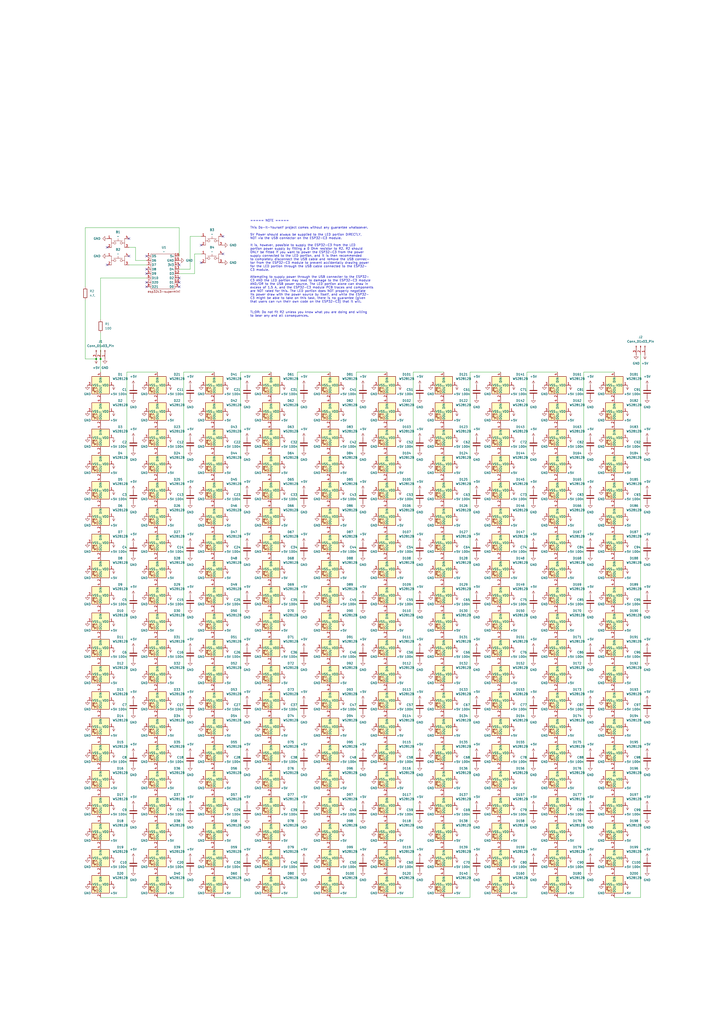
<source format=kicad_sch>
(kicad_sch (version 20250114) (generator "eeschema") (generator_version "9.0")
  (paper "A2" portrait)
  (title_block (title "10x20_LED_screen") (rev "1") (company "(c)2025 Theo Borm"))
  (text "===== NOTE =====\n\nThis Do-It-Yourself project comes without any guarantee whatsoever.\n\n5V Power should always be supplied to the LED portion DIRECTLY,\nNOT via the USB connector on the ESP32-C3 module.\n\nIt is, however, possible to supply the ESP32-C3 from the LED\nportion power supply by fitting a 0 Ohm resistor to R2. R2 should\nONLY be fitted if you want to power the ESP32-C3 from the power\nsupply connected to the LED portion, and it is then recommended\nto completely disconnect the USB cable and remove the USB connec-\ntor from the ESP32-C3 module to prevent accidentally drawing power\nfor the LED portion through the USB cable connected to the ESP32-\nC3 module.\n\nAttempting to supply power through the USB connecter to the ESP32-\nC3 AND the LED portion may lead to damage to the ESP32-C3 module\nAND/OR to the USB power source. The LED portion alone can draw in\nexcess of 1.5 A, and the ESP32-C3 module PCB traces and components\nare NOT rated for this. The LED portion does NOT properly negotiate\nits power draw with the power source by itself, and while the ESP32-\nC3 might be able to take on this task, there is no guarantee (given\nthat users can run their own code on the ESP32-C3) that it will.\n\n\nTL;DR: Do not fit R2 unless you know what you are doing and willing\nto bear any and all consequences.\n\n\n" (at 145.288 157.734 0) (effects (font (size 1.27 1.27)) (justify left)))
  (junction (at 55.88 208.28))
  (junction (at 58.42 208.28))
  (no_connect (at 104.14 163.83))
  (no_connect (at 62.23 153.67))
  (no_connect (at 74.93 138.43))
  (no_connect (at 85.09 166.37))
  (no_connect (at 116.84 152.4))
  (no_connect (at 104.14 161.29))
  (no_connect (at 129.54 147.32))
  (no_connect (at 104.14 166.37))
  (no_connect (at 116.84 142.24))
  (no_connect (at 85.09 148.59))
  (no_connect (at 62.23 143.51))
  (no_connect (at 74.93 148.59))
  (no_connect (at 129.54 137.16))
  (no_connect (at 85.09 158.75))
  (no_connect (at 85.09 156.21))
  (no_connect (at 85.09 163.83))
  (no_connect (at 104.14 153.67))
  (wire (pts (xy 104.14 156.21) (xy 110.49 156.21)))
  (wire (pts (xy 172.72 520.7) (xy 157.48 520.7)))
  (wire (pts (xy 191.77 520.7) (xy 207.01 520.7)))
  (wire (pts (xy 113.03 147.32) (xy 116.84 147.32)))
  (wire (pts (xy 104.14 132.08) (xy 104.14 148.59)))
  (wire (pts (xy 73.66 215.9) (xy 91.44 215.9)))
  (wire (pts (xy 113.03 158.75) (xy 113.03 147.32)))
  (wire (pts (xy 240.03 215.9) (xy 240.03 520.7)))
  (wire (pts (xy 73.66 520.7) (xy 73.66 215.9)))
  (wire (pts (xy 306.07 520.7) (xy 290.83 520.7)))
  (wire (pts (xy 372.11 520.7) (xy 356.87 520.7)))
  (wire (pts (xy 58.42 193.04) (xy 58.42 208.28)))
  (wire (pts (xy 78.74 143.51) (xy 74.93 143.51)))
  (wire (pts (xy 49.53 166.37) (xy 49.53 132.08)))
  (wire (pts (xy 306.07 215.9) (xy 306.07 520.7)))
  (wire (pts (xy 273.05 520.7) (xy 273.05 215.9)))
  (wire (pts (xy 58.42 161.29) (xy 85.09 161.29)))
  (wire (pts (xy 323.85 520.7) (xy 339.09 520.7)))
  (wire (pts (xy 49.53 208.28) (xy 55.88 208.28)))
  (wire (pts (xy 207.01 215.9) (xy 224.79 215.9)))
  (wire (pts (xy 257.81 215.9) (xy 240.03 215.9)))
  (wire (pts (xy 191.77 215.9) (xy 172.72 215.9)))
  (wire (pts (xy 257.81 520.7) (xy 273.05 520.7)))
  (wire (pts (xy 110.49 156.21) (xy 110.49 137.16)))
  (wire (pts (xy 58.42 161.29) (xy 58.42 185.42)))
  (wire (pts (xy 339.09 520.7) (xy 339.09 215.9)))
  (wire (pts (xy 58.42 520.7) (xy 73.66 520.7)))
  (wire (pts (xy 240.03 520.7) (xy 224.79 520.7)))
  (wire (pts (xy 58.42 208.28) (xy 58.42 215.9)))
  (wire (pts (xy 49.53 132.08) (xy 104.14 132.08)))
  (wire (pts (xy 207.01 520.7) (xy 207.01 215.9)))
  (wire (pts (xy 339.09 215.9) (xy 356.87 215.9)))
  (wire (pts (xy 104.14 158.75) (xy 113.03 158.75)))
  (wire (pts (xy 372.11 205.74) (xy 372.11 520.7)))
  (wire (pts (xy 78.74 151.13) (xy 85.09 151.13)))
  (wire (pts (xy 139.7 520.7) (xy 139.7 215.9)))
  (wire (pts (xy 323.85 215.9) (xy 306.07 215.9)))
  (wire (pts (xy 124.46 520.7) (xy 139.7 520.7)))
  (wire (pts (xy 106.68 215.9) (xy 106.68 520.7)))
  (wire (pts (xy 139.7 215.9) (xy 157.48 215.9)))
  (wire (pts (xy 78.74 143.51) (xy 78.74 151.13)))
  (wire (pts (xy 124.46 215.9) (xy 106.68 215.9)))
  (wire (pts (xy 74.93 153.67) (xy 85.09 153.67)))
  (wire (pts (xy 110.49 137.16) (xy 116.84 137.16)))
  (wire (pts (xy 273.05 215.9) (xy 290.83 215.9)))
  (wire (pts (xy 49.53 173.99) (xy 49.53 208.28)))
  (wire (pts (xy 106.68 520.7) (xy 91.44 520.7)))
  (wire (pts (xy 172.72 215.9) (xy 172.72 520.7)))
  (symbol (lib_id "power:GND") (at 309.88 444.5 0) (unit 1)
    (property "Reference" "#PWR0476" (effects (hide yes)))
    (property "Value" "GND" (at 309.88 449.58 0))
    (property "Description" "Power symbol creates a global label with name \"GND\" , ground" (effects (hide yes)))
  )
  (symbol (lib_id "power:+5V") (at 342.9 254 0) (unit 1)
    (property "Reference" "#PWR0523" (effects (hide yes)))
    (property "Value" "+5V" (at 342.9 248.92 0))
    (property "Description" "Power symbol creates a global label with name \"+5V\"" (effects (hide yes)))
  )
  (symbol (lib_id "Device:C") (at 309.88 288.29 0) (mirror x) (unit 1)
    (property "Reference" "C73" (at 306.07 287.0199 0) (effects (justify right)))
    (property "Value" "100n" (at 306.07 289.5599 0) (effects (justify right)))
    (property "Footprint" "Library:C_0603" (effects (hide yes)))
    (property "Description" "Unpolarized capacitor" (effects (hide yes)))
  )
  (symbol (lib_id "power:GND") (at 243.84 353.06 0) (unit 1)
    (property "Reference" "#PWR0350" (effects (hide yes)))
    (property "Value" "GND" (at 243.84 358.14 0))
    (property "Description" "Power symbol creates a global label with name \"GND\" , ground" (effects (hide yes)))
  )
  (symbol (lib_id "power:+5V") (at 331.47 345.44 180) (unit 1)
    (property "Reference" "#PWR0509" (effects (hide yes)))
    (property "Value" "+5V" (at 331.47 350.52 0))
    (property "Description" "Power symbol creates a global label with name \"+5V\"" (effects (hide yes)))
  )
  (symbol (lib_id "LED:WS2812B") (at 356.87 223.52 270) (unit 1)
    (property "Reference" "D181" (at 368.3 217.2014 90))
    (property "Value" "WS2812B" (at 368.3 219.7414 90))
    (property "Footprint" "Library:XINGLIGHT XL-0807RGBC-WS2812B-S" (effects (hide yes)))
    (property "Datasheet" "https://cdn-shop.adafruit.com/datasheets/WS2812B.pdf" (effects (hide yes)))
    (property "Description" "RGB LED with integrated controller" (effects (hide yes)))
  )
  (symbol (lib_id "Device:C") (at 375.92 379.73 0) (mirror x) (unit 1)
    (property "Reference" "C96" (at 372.11 378.4599 0) (effects (justify right)))
    (property "Value" "100n" (at 372.11 380.9999 0) (effects (justify right)))
    (property "Footprint" "Library:C_0603" (effects (hide yes)))
    (property "Description" "Unpolarized capacitor" (effects (hide yes)))
  )
  (symbol (lib_id "power:GND") (at 184.15 360.68 0) (unit 1)
    (property "Reference" "#PWR0250" (effects (hide yes)))
    (property "Value" "GND" (at 184.15 365.76 0))
    (property "Description" "Power symbol creates a global label with name \"GND\" , ground" (effects (hide yes)))
  )
  (symbol (lib_id "Device:C") (at 143.51 318.77 0) (mirror x) (unit 1)
    (property "Reference" "C24" (at 139.7 317.4999 0) (effects (justify right)))
    (property "Value" "100n" (at 139.7 320.0399 0) (effects (justify right)))
    (property "Footprint" "Library:C_0603" (effects (hide yes)))
    (property "Description" "Unpolarized capacitor" (effects (hide yes)))
  )
  (symbol (lib_id "LED:WS2812B") (at 191.77 345.44 270) (unit 1)
    (property "Reference" "D89" (at 203.2 339.1214 90))
    (property "Value" "WS2812B" (at 203.2 341.6614 90))
    (property "Footprint" "Library:XINGLIGHT XL-0807RGBC-WS2812B-S" (effects (hide yes)))
    (property "Datasheet" "https://cdn-shop.adafruit.com/datasheets/WS2812B.pdf" (effects (hide yes)))
    (property "Description" "RGB LED with integrated controller" (effects (hide yes)))
  )
  (symbol (lib_id "LED:WS2812B") (at 58.42 284.48 270) (unit 1)
    (property "Reference" "D5" (at 69.85 278.1614 90))
    (property "Value" "WS2812B" (at 69.85 280.7014 90))
    (property "Footprint" "Library:XINGLIGHT XL-0807RGBC-WS2812B-S" (effects (hide yes)))
    (property "Datasheet" "https://cdn-shop.adafruit.com/datasheets/WS2812B.pdf" (effects (hide yes)))
    (property "Description" "RGB LED with integrated controller" (effects (hide yes)))
  )
  (symbol (lib_id "power:+5V") (at 132.08 391.16 180) (unit 1)
    (property "Reference" "#PWR0152" (effects (hide yes)))
    (property "Value" "+5V" (at 132.08 396.24 0))
    (property "Description" "Power symbol creates a global label with name \"+5V\"" (effects (hide yes)))
  )
  (symbol (lib_id "power:GND") (at 283.21 421.64 0) (unit 1)
    (property "Reference" "#PWR0434" (effects (hide yes)))
    (property "Value" "GND" (at 283.21 426.72 0))
    (property "Description" "Power symbol creates a global label with name \"GND\" , ground" (effects (hide yes)))
  )
  (symbol (lib_id "LED:WS2812B") (at 191.77 467.36 270) (unit 1)
    (property "Reference" "D97" (at 203.2 461.0414 90))
    (property "Value" "WS2812B" (at 203.2 463.5814 90))
    (property "Footprint" "Library:XINGLIGHT XL-0807RGBC-WS2812B-S" (effects (hide yes)))
    (property "Datasheet" "https://cdn-shop.adafruit.com/datasheets/WS2812B.pdf" (effects (hide yes)))
    (property "Description" "RGB LED with integrated controller" (effects (hide yes)))
  )
  (symbol (lib_id "power:GND") (at 176.53 353.06 0) (unit 1)
    (property "Reference" "#PWR0230" (effects (hide yes)))
    (property "Value" "GND" (at 176.53 358.14 0))
    (property "Description" "Power symbol creates a global label with name \"GND\" , ground" (effects (hide yes)))
  )
  (symbol (lib_id "power:+5V") (at 165.1 345.44 180) (unit 1)
    (property "Reference" "#PWR0209" (effects (hide yes)))
    (property "Value" "+5V" (at 165.1 350.52 0))
    (property "Description" "Power symbol creates a global label with name \"+5V\"" (effects (hide yes)))
  )
  (symbol (lib_id "power:+5V") (at 55.88 208.28 180) (unit 1)
    (property "Reference" "#PWR0601" (effects (hide yes)))
    (property "Value" "+5V" (at 55.88 213.36 0))
    (property "Description" "Power symbol creates a global label with name \"+5V\"" (effects (hide yes)))
  )
  (symbol (lib_id "power:+5V") (at 374.65 205.74 180) (unit 1)
    (property "Reference" "#PWR0604" (effects (hide yes)))
    (property "Value" "+5V" (at 374.65 210.82 0))
    (property "Description" "Power symbol creates a global label with name \"+5V\"" (effects (hide yes)))
  )
  (symbol (lib_id "power:GND") (at 210.82 231.14 0) (unit 1)
    (property "Reference" "#PWR0282" (effects (hide yes)))
    (property "Value" "GND" (at 210.82 236.22 0))
    (property "Description" "Power symbol creates a global label with name \"GND\" , ground" (effects (hide yes)))
  )
  (symbol (lib_id "power:GND") (at 83.82 299.72 0) (unit 1)
    (property "Reference" "#PWR066" (effects (hide yes)))
    (property "Value" "GND" (at 83.82 304.8 0))
    (property "Description" "Power symbol creates a global label with name \"GND\" , ground" (effects (hide yes)))
  )
  (symbol (lib_id "LED:WS2812B") (at 91.44 482.6 270) (unit 1)
    (property "Reference" "D38" (at 102.87 476.2814 90))
    (property "Value" "WS2812B" (at 102.87 478.8214 90))
    (property "Footprint" "Library:XINGLIGHT XL-0807RGBC-WS2812B-S" (effects (hide yes)))
    (property "Datasheet" "https://cdn-shop.adafruit.com/datasheets/WS2812B.pdf" (effects (hide yes)))
    (property "Description" "RGB LED with integrated controller" (effects (hide yes)))
  )
  (symbol (lib_id "power:GND") (at 283.21 299.72 0) (unit 1)
    (property "Reference" "#PWR0426" (effects (hide yes)))
    (property "Value" "GND" (at 283.21 304.8 0))
    (property "Description" "Power symbol creates a global label with name \"GND\" , ground" (effects (hide yes)))
  )
  (symbol (lib_id "power:+5V") (at 375.92 284.48 0) (unit 1)
    (property "Reference" "#PWR0585" (effects (hide yes)))
    (property "Value" "+5V" (at 375.92 279.4 0))
    (property "Description" "Power symbol creates a global label with name \"+5V\"" (effects (hide yes)))
  )
  (symbol (lib_id "power:GND") (at 309.88 261.62 0) (unit 1)
    (property "Reference" "#PWR0464" (effects (hide yes)))
    (property "Value" "GND" (at 309.88 266.7 0))
    (property "Description" "Power symbol creates a global label with name \"GND\" , ground" (effects (hide yes)))
  )
  (symbol (lib_id "power:GND") (at 50.8 497.84 0) (unit 1)
    (property "Reference" "#PWR019" (effects (hide yes)))
    (property "Value" "GND" (at 50.8 502.92 0))
    (property "Description" "Power symbol creates a global label with name \"GND\" , ground" (effects (hide yes)))
  )
  (symbol (lib_id "power:+5V") (at 364.49 513.08 180) (unit 1)
    (property "Reference" "#PWR0580" (effects (hide yes)))
    (property "Value" "+5V" (at 364.49 518.16 0))
    (property "Description" "Power symbol creates a global label with name \"+5V\"" (effects (hide yes)))
  )
  (symbol (lib_id "LED:WS2812B") (at 124.46 482.6 270) (unit 1)
    (property "Reference" "D58" (at 135.89 476.2814 90))
    (property "Value" "WS2812B" (at 135.89 478.8214 90))
    (property "Footprint" "Library:XINGLIGHT XL-0807RGBC-WS2812B-S" (effects (hide yes)))
    (property "Datasheet" "https://cdn-shop.adafruit.com/datasheets/WS2812B.pdf" (effects (hide yes)))
    (property "Description" "RGB LED with integrated controller" (effects (hide yes)))
  )
  (symbol (lib_id "LED:WS2812B") (at 257.81 284.48 270) (unit 1)
    (property "Reference" "D125" (at 269.24 278.1614 90))
    (property "Value" "WS2812B" (at 269.24 280.7014 90))
    (property "Footprint" "Library:XINGLIGHT XL-0807RGBC-WS2812B-S" (effects (hide yes)))
    (property "Datasheet" "https://cdn-shop.adafruit.com/datasheets/WS2812B.pdf" (effects (hide yes)))
    (property "Description" "RGB LED with integrated controller" (effects (hide yes)))
  )
  (symbol (lib_id "Device:C") (at 77.47 471.17 0) (mirror x) (unit 1)
    (property "Reference" "C9" (at 73.66 469.8999 0) (effects (justify right)))
    (property "Value" "100n" (at 73.66 472.4399 0) (effects (justify right)))
    (property "Footprint" "Library:C_0603" (effects (hide yes)))
    (property "Description" "Unpolarized capacitor" (effects (hide yes)))
  )
  (symbol (lib_id "power:GND") (at 83.82 391.16 0) (unit 1)
    (property "Reference" "#PWR072" (effects (hide yes)))
    (property "Value" "GND" (at 83.82 396.24 0))
    (property "Description" "Power symbol creates a global label with name \"GND\" , ground" (effects (hide yes)))
  )
  (symbol (lib_id "power:+5V") (at 331.47 299.72 180) (unit 1)
    (property "Reference" "#PWR0506" (effects (hide yes)))
    (property "Value" "+5V" (at 331.47 304.8 0))
    (property "Description" "Power symbol creates a global label with name \"+5V\"" (effects (hide yes)))
  )
  (symbol (lib_id "power:+5V") (at 298.45 345.44 180) (unit 1)
    (property "Reference" "#PWR0449" (effects (hide yes)))
    (property "Value" "+5V" (at 298.45 350.52 0))
    (property "Description" "Power symbol creates a global label with name \"+5V\"" (effects (hide yes)))
  )
  (symbol (lib_id "power:+5V") (at 232.41 360.68 180) (unit 1)
    (property "Reference" "#PWR0330" (effects (hide yes)))
    (property "Value" "+5V" (at 232.41 365.76 0))
    (property "Description" "Power symbol creates a global label with name \"+5V\"" (effects (hide yes)))
  )
  (symbol (lib_id "power:+5V") (at 232.41 375.92 180) (unit 1)
    (property "Reference" "#PWR0331" (effects (hide yes)))
    (property "Value" "+5V" (at 232.41 381 0))
    (property "Description" "Power symbol creates a global label with name \"+5V\"" (effects (hide yes)))
  )
  (symbol (lib_id "power:+5V") (at 276.86 254 0) (unit 1)
    (property "Reference" "#PWR0403" (effects (hide yes)))
    (property "Value" "+5V" (at 276.86 248.92 0))
    (property "Description" "Power symbol creates a global label with name \"+5V\"" (effects (hide yes)))
  )
  (symbol (lib_id "power:GND") (at 349.25 223.52 0) (unit 1)
    (property "Reference" "#PWR0541" (effects (hide yes)))
    (property "Value" "GND" (at 349.25 228.6 0))
    (property "Description" "Power symbol creates a global label with name \"GND\" , ground" (effects (hide yes)))
  )
  (symbol (lib_id "LED:WS2812B") (at 224.79 254 270) (unit 1)
    (property "Reference" "D103" (at 236.22 247.6814 90))
    (property "Value" "WS2812B" (at 236.22 250.2214 90))
    (property "Footprint" "Library:XINGLIGHT XL-0807RGBC-WS2812B-S" (effects (hide yes)))
    (property "Datasheet" "https://cdn-shop.adafruit.com/datasheets/WS2812B.pdf" (effects (hide yes)))
    (property "Description" "RGB LED with integrated controller" (effects (hide yes)))
  )
  (symbol (lib_id "power:+5V") (at 232.41 497.84 180) (unit 1)
    (property "Reference" "#PWR0339" (effects (hide yes)))
    (property "Value" "+5V" (at 232.41 502.92 0))
    (property "Description" "Power symbol creates a global label with name \"+5V\"" (effects (hide yes)))
  )
  (symbol (lib_id "power:GND") (at 309.88 383.54 0) (unit 1)
    (property "Reference" "#PWR0472" (effects (hide yes)))
    (property "Value" "GND" (at 309.88 388.62 0))
    (property "Description" "Power symbol creates a global label with name \"GND\" , ground" (effects (hide yes)))
  )
  (symbol (lib_id "power:+5V") (at 143.51 223.52 0) (unit 1)
    (property "Reference" "#PWR0161" (effects (hide yes)))
    (property "Value" "+5V" (at 143.51 218.44 0))
    (property "Description" "Power symbol creates a global label with name \"+5V\"" (effects (hide yes)))
  )
  (symbol (lib_id "power:GND") (at 316.23 391.16 0) (unit 1)
    (property "Reference" "#PWR0492" (effects (hide yes)))
    (property "Value" "GND" (at 316.23 396.24 0))
    (property "Description" "Power symbol creates a global label with name \"GND\" , ground" (effects (hide yes)))
  )
  (symbol (lib_id "power:GND") (at 217.17 238.76 0) (unit 1)
    (property "Reference" "#PWR0302" (effects (hide yes)))
    (property "Value" "GND" (at 217.17 243.84 0))
    (property "Description" "Power symbol creates a global label with name \"GND\" , ground" (effects (hide yes)))
  )
  (symbol (lib_id "LED:WS2812B") (at 91.44 330.2 270) (unit 1)
    (property "Reference" "D28" (at 102.87 323.8814 90))
    (property "Value" "WS2812B" (at 102.87 326.4214 90))
    (property "Footprint" "Library:XINGLIGHT XL-0807RGBC-WS2812B-S" (effects (hide yes)))
    (property "Datasheet" "https://cdn-shop.adafruit.com/datasheets/WS2812B.pdf" (effects (hide yes)))
    (property "Description" "RGB LED with integrated controller" (effects (hide yes)))
  )
  (symbol (lib_id "power:GND") (at 83.82 284.48 0) (unit 1)
    (property "Reference" "#PWR065" (effects (hide yes)))
    (property "Value" "GND" (at 83.82 289.56 0))
    (property "Description" "Power symbol creates a global label with name \"GND\" , ground" (effects (hide yes)))
  )
  (symbol (lib_id "LED:WS2812B") (at 191.77 360.68 270) (unit 1)
    (property "Reference" "D90" (at 203.2 354.3614 90))
    (property "Value" "WS2812B" (at 203.2 356.9014 90))
    (property "Footprint" "Library:XINGLIGHT XL-0807RGBC-WS2812B-S" (effects (hide yes)))
    (property "Datasheet" "https://cdn-shop.adafruit.com/datasheets/WS2812B.pdf" (effects (hide yes)))
    (property "Description" "RGB LED with integrated controller" (effects (hide yes)))
  )
  (symbol (lib_id "power:+5V") (at 342.9 497.84 0) (unit 1)
    (property "Reference" "#PWR0539" (effects (hide yes)))
    (property "Value" "+5V" (at 342.9 492.76 0))
    (property "Description" "Power symbol creates a global label with name \"+5V\"" (effects (hide yes)))
  )
  (symbol (lib_id "LED:WS2812B") (at 191.77 299.72 270) (unit 1)
    (property "Reference" "D86" (at 203.2 293.4014 90))
    (property "Value" "WS2812B" (at 203.2 295.9414 90))
    (property "Footprint" "Library:XINGLIGHT XL-0807RGBC-WS2812B-S" (effects (hide yes)))
    (property "Datasheet" "https://cdn-shop.adafruit.com/datasheets/WS2812B.pdf" (effects (hide yes)))
    (property "Description" "RGB LED with integrated controller" (effects (hide yes)))
  )
  (symbol (lib_id "power:GND") (at 243.84 231.14 0) (unit 1)
    (property "Reference" "#PWR0342" (effects (hide yes)))
    (property "Value" "GND" (at 243.84 236.22 0))
    (property "Description" "Power symbol creates a global label with name \"GND\" , ground" (effects (hide yes)))
  )
  (symbol (lib_id "power:+5V") (at 199.39 284.48 180) (unit 1)
    (property "Reference" "#PWR0265" (effects (hide yes)))
    (property "Value" "+5V" (at 199.39 289.56 0))
    (property "Description" "Power symbol creates a global label with name \"+5V\"" (effects (hide yes)))
  )
  (symbol (lib_id "power:+5V") (at 199.39 467.36 180) (unit 1)
    (property "Reference" "#PWR0277" (effects (hide yes)))
    (property "Value" "+5V" (at 199.39 472.44 0))
    (property "Description" "Power symbol creates a global label with name \"+5V\"" (effects (hide yes)))
  )
  (symbol (lib_id "power:GND") (at 210.82 444.5 0) (unit 1)
    (property "Reference" "#PWR0296" (effects (hide yes)))
    (property "Value" "GND" (at 210.82 449.58 0))
    (property "Description" "Power symbol creates a global label with name \"GND\" , ground" (effects (hide yes)))
  )
  (symbol (lib_id "power:+5V") (at 276.86 284.48 0) (unit 1)
    (property "Reference" "#PWR0405" (effects (hide yes)))
    (property "Value" "+5V" (at 276.86 279.4 0))
    (property "Description" "Power symbol creates a global label with name \"+5V\"" (effects (hide yes)))
  )
  (symbol (lib_id "power:GND") (at 50.8 299.72 0) (unit 1)
    (property "Reference" "#PWR06" (effects (hide yes)))
    (property "Value" "GND" (at 50.8 304.8 0))
    (property "Description" "Power symbol creates a global label with name \"GND\" , ground" (effects (hide yes)))
  )
  (symbol (lib_id "power:+5V") (at 331.47 452.12 180) (unit 1)
    (property "Reference" "#PWR0516" (effects (hide yes)))
    (property "Value" "+5V" (at 331.47 457.2 0))
    (property "Description" "Power symbol creates a global label with name \"+5V\"" (effects (hide yes)))
  )
  (symbol (lib_id "power:+5V") (at 176.53 497.84 0) (unit 1)
    (property "Reference" "#PWR0239" (effects (hide yes)))
    (property "Value" "+5V" (at 176.53 492.76 0))
    (property "Description" "Power symbol creates a global label with name \"+5V\"" (effects (hide yes)))
  )
  (symbol (lib_id "Device:C") (at 143.51 501.65 0) (mirror x) (unit 1)
    (property "Reference" "C30" (at 139.7 500.3799 0) (effects (justify right)))
    (property "Value" "100n" (at 139.7 502.9199 0) (effects (justify right)))
    (property "Footprint" "Library:C_0603" (effects (hide yes)))
    (property "Description" "Unpolarized capacitor" (effects (hide yes)))
  )
  (symbol (lib_id "power:GND") (at 83.82 360.68 0) (unit 1)
    (property "Reference" "#PWR070" (effects (hide yes)))
    (property "Value" "GND" (at 83.82 365.76 0))
    (property "Description" "Power symbol creates a global label with name \"GND\" , ground" (effects (hide yes)))
  )
  (symbol (lib_id "power:GND") (at 375.92 353.06 0) (unit 1)
    (property "Reference" "#PWR0590" (effects (hide yes)))
    (property "Value" "GND" (at 375.92 358.14 0))
    (property "Description" "Power symbol creates a global label with name \"GND\" , ground" (effects (hide yes)))
  )
  (symbol (lib_id "power:GND") (at 276.86 231.14 0) (unit 1)
    (property "Reference" "#PWR0402" (effects (hide yes)))
    (property "Value" "GND" (at 276.86 236.22 0))
    (property "Description" "Power symbol creates a global label with name \"GND\" , ground" (effects (hide yes)))
  )
  (symbol (lib_id "LED:WS2812B") (at 356.87 421.64 270) (unit 1)
    (property "Reference" "D194" (at 368.3 415.3214 90))
    (property "Value" "WS2812B" (at 368.3 417.8614 90))
    (property "Footprint" "Library:XINGLIGHT XL-0807RGBC-WS2812B-S" (effects (hide yes)))
    (property "Datasheet" "https://cdn-shop.adafruit.com/datasheets/WS2812B.pdf" (effects (hide yes)))
    (property "Description" "RGB LED with integrated controller" (effects (hide yes)))
  )
  (symbol (lib_id "power:GND") (at 250.19 406.4 0) (unit 1)
    (property "Reference" "#PWR0373" (effects (hide yes)))
    (property "Value" "GND" (at 250.19 411.48 0))
    (property "Description" "Power symbol creates a global label with name \"GND\" , ground" (effects (hide yes)))
  )
  (symbol (lib_id "power:GND") (at 243.84 383.54 0) (unit 1)
    (property "Reference" "#PWR0352" (effects (hide yes)))
    (property "Value" "GND" (at 243.84 388.62 0))
    (property "Description" "Power symbol creates a global label with name \"GND\" , ground" (effects (hide yes)))
  )
  (symbol (lib_id "power:GND") (at 129.54 152.4 90) (unit 1)
    (property "Reference" "#PWR0609" (effects (hide yes)))
    (property "Value" "GND" (at 133.35 152.3999 90) (effects (justify right)))
    (property "Description" "Power symbol creates a global label with name \"GND\" , ground" (effects (hide yes)))
  )
  (symbol (lib_id "LED:WS2812B") (at 290.83 314.96 270) (unit 1)
    (property "Reference" "D147" (at 302.26 308.6414 90))
    (property "Value" "WS2812B" (at 302.26 311.1814 90))
    (property "Footprint" "Library:XINGLIGHT XL-0807RGBC-WS2812B-S" (effects (hide yes)))
    (property "Datasheet" "https://cdn-shop.adafruit.com/datasheets/WS2812B.pdf" (effects (hide yes)))
    (property "Description" "RGB LED with integrated controller" (effects (hide yes)))
  )
  (symbol (lib_id "power:GND") (at 83.82 254 0) (unit 1)
    (property "Reference" "#PWR063" (effects (hide yes)))
    (property "Value" "GND" (at 83.82 259.08 0))
    (property "Description" "Power symbol creates a global label with name \"GND\" , ground" (effects (hide yes)))
  )
  (symbol (lib_id "power:+5V") (at 199.39 360.68 180) (unit 1)
    (property "Reference" "#PWR0270" (effects (hide yes)))
    (property "Value" "+5V" (at 199.39 365.76 0))
    (property "Description" "Power symbol creates a global label with name \"+5V\"" (effects (hide yes)))
  )
  (symbol (lib_id "Device:C") (at 143.51 410.21 0) (mirror x) (unit 1)
    (property "Reference" "C27" (at 139.7 408.9399 0) (effects (justify right)))
    (property "Value" "100n" (at 139.7 411.4799 0) (effects (justify right)))
    (property "Footprint" "Library:C_0603" (effects (hide yes)))
    (property "Description" "Unpolarized capacitor" (effects (hide yes)))
  )
  (symbol (lib_id "Device:C") (at 77.47 410.21 0) (mirror x) (unit 1)
    (property "Reference" "C7" (at 73.66 408.9399 0) (effects (justify right)))
    (property "Value" "100n" (at 73.66 411.4799 0) (effects (justify right)))
    (property "Footprint" "Library:C_0603" (effects (hide yes)))
    (property "Description" "Unpolarized capacitor" (effects (hide yes)))
  )
  (symbol (lib_id "power:GND") (at 77.47 292.1 0) (unit 1)
    (property "Reference" "#PWR046" (effects (hide yes)))
    (property "Value" "GND" (at 77.47 297.18 0))
    (property "Description" "Power symbol creates a global label with name \"GND\" , ground" (effects (hide yes)))
  )
  (symbol (lib_id "power:+5V") (at 342.9 436.88 0) (unit 1)
    (property "Reference" "#PWR0535" (effects (hide yes)))
    (property "Value" "+5V" (at 342.9 431.8 0))
    (property "Description" "Power symbol creates a global label with name \"+5V\"" (effects (hide yes)))
  )
  (symbol (lib_id "power:GND") (at 116.84 406.4 0) (unit 1)
    (property "Reference" "#PWR0133" (effects (hide yes)))
    (property "Value" "GND" (at 116.84 411.48 0))
    (property "Description" "Power symbol creates a global label with name \"GND\" , ground" (effects (hide yes)))
  )
  (symbol (lib_id "power:GND") (at 50.8 421.64 0) (unit 1)
    (property "Reference" "#PWR014" (effects (hide yes)))
    (property "Value" "GND" (at 50.8 426.72 0))
    (property "Description" "Power symbol creates a global label with name \"GND\" , ground" (effects (hide yes)))
  )
  (symbol (lib_id "Connector:Conn_01x03_Pin") (at 58.42 203.2 270) (unit 1)
    (property "Reference" "J1" (at 58.42 198.12 90))
    (property "Value" "Conn_01x03_Pin" (at 58.42 200.66 90))
    (property "Footprint" "Library:datacon" (effects (hide yes)))
    (property "Description" "Generic connector, single row, 01x03, script generated" (effects (hide yes)))
  )
  (symbol (lib_id "power:GND") (at 77.47 231.14 0) (unit 1)
    (property "Reference" "#PWR042" (effects (hide yes)))
    (property "Value" "GND" (at 77.47 236.22 0))
    (property "Description" "Power symbol creates a global label with name \"GND\" , ground" (effects (hide yes)))
  )
  (symbol (lib_id "LED:WS2812B") (at 224.79 467.36 270) (unit 1)
    (property "Reference" "D117" (at 236.22 461.0414 90))
    (property "Value" "WS2812B" (at 236.22 463.5814 90))
    (property "Footprint" "Library:XINGLIGHT XL-0807RGBC-WS2812B-S" (effects (hide yes)))
    (property "Datasheet" "https://cdn-shop.adafruit.com/datasheets/WS2812B.pdf" (effects (hide yes)))
    (property "Description" "RGB LED with integrated controller" (effects (hide yes)))
  )
  (symbol (lib_id "power:GND") (at 283.21 406.4 0) (unit 1)
    (property "Reference" "#PWR0433" (effects (hide yes)))
    (property "Value" "GND" (at 283.21 411.48 0))
    (property "Description" "Power symbol creates a global label with name \"GND\" , ground" (effects (hide yes)))
  )
  (symbol (lib_id "power:+5V") (at 66.04 391.16 180) (unit 1)
    (property "Reference" "#PWR032" (effects (hide yes)))
    (property "Value" "+5V" (at 66.04 396.24 0))
    (property "Description" "Power symbol creates a global label with name \"+5V\"" (effects (hide yes)))
  )
  (symbol (lib_id "Connector:Conn_01x03_Pin") (at 372.11 200.66 270) (unit 1)
    (property "Reference" "J2" (at 372.11 195.58 90))
    (property "Value" "Conn_01x03_Pin" (at 372.11 198.12 90))
    (property "Footprint" "Library:datacon" (effects (hide yes)))
    (property "Description" "Generic connector, single row, 01x03, script generated" (effects (hide yes)))
  )
  (symbol (lib_id "power:+5V") (at 66.04 314.96 180) (unit 1)
    (property "Reference" "#PWR027" (effects (hide yes)))
    (property "Value" "+5V" (at 66.04 320.04 0))
    (property "Description" "Power symbol creates a global label with name \"+5V\"" (effects (hide yes)))
  )
  (symbol (lib_id "button:esp32c3_mini") (at 93.98 157.48 0) (unit 1)
    (property "Reference" "U1" (at 95.25 143.51 0))
    (property "Value" "~" (at 95.25 146.05 0))
    (property "Footprint" "Library:esp32c3" (effects (hide yes)))
  )
  (symbol (lib_id "Device:C") (at 243.84 288.29 0) (mirror x) (unit 1)
    (property "Reference" "C53" (at 240.03 287.0199 0) (effects (justify right)))
    (property "Value" "100n" (at 240.03 289.5599 0) (effects (justify right)))
    (property "Footprint" "Library:C_0603" (effects (hide yes)))
    (property "Description" "Unpolarized capacitor" (effects (hide yes)))
  )
  (symbol (lib_id "Device:C") (at 210.82 471.17 0) (mirror x) (unit 1)
    (property "Reference" "C49" (at 207.01 469.8999 0) (effects (justify right)))
    (property "Value" "100n" (at 207.01 472.4399 0) (effects (justify right)))
    (property "Footprint" "Library:C_0603" (effects (hide yes)))
    (property "Description" "Unpolarized capacitor" (effects (hide yes)))
  )
  (symbol (lib_id "power:+5V") (at 243.84 406.4 0) (unit 1)
    (property "Reference" "#PWR0353" (effects (hide yes)))
    (property "Value" "+5V" (at 243.84 401.32 0))
    (property "Description" "Power symbol creates a global label with name \"+5V\"" (effects (hide yes)))
  )
  (symbol (lib_id "LED:WS2812B") (at 91.44 452.12 270) (unit 1)
    (property "Reference" "D36" (at 102.87 445.8014 90))
    (property "Value" "WS2812B" (at 102.87 448.3414 90))
    (property "Footprint" "Library:XINGLIGHT XL-0807RGBC-WS2812B-S" (effects (hide yes)))
    (property "Datasheet" "https://cdn-shop.adafruit.com/datasheets/WS2812B.pdf" (effects (hide yes)))
    (property "Description" "RGB LED with integrated controller" (effects (hide yes)))
  )
  (symbol (lib_id "LED:WS2812B") (at 157.48 513.08 270) (unit 1)
    (property "Reference" "D80" (at 168.91 506.7614 90))
    (property "Value" "WS2812B" (at 168.91 509.3014 90))
    (property "Footprint" "Library:XINGLIGHT XL-0807RGBC-WS2812B-S" (effects (hide yes)))
    (property "Datasheet" "https://cdn-shop.adafruit.com/datasheets/WS2812B.pdf" (effects (hide yes)))
    (property "Description" "RGB LED with integrated controller" (effects (hide yes)))
  )
  (symbol (lib_id "power:GND") (at 276.86 414.02 0) (unit 1)
    (property "Reference" "#PWR0414" (effects (hide yes)))
    (property "Value" "GND" (at 276.86 419.1 0))
    (property "Description" "Power symbol creates a global label with name \"GND\" , ground" (effects (hide yes)))
  )
  (symbol (lib_id "power:+5V") (at 176.53 345.44 0) (unit 1)
    (property "Reference" "#PWR0229" (effects (hide yes)))
    (property "Value" "+5V" (at 176.53 340.36 0))
    (property "Description" "Power symbol creates a global label with name \"+5V\"" (effects (hide yes)))
  )
  (symbol (lib_id "LED:WS2812B") (at 224.79 223.52 270) (unit 1)
    (property "Reference" "D101" (at 236.22 217.2014 90))
    (property "Value" "WS2812B" (at 236.22 219.7414 90))
    (property "Footprint" "Library:XINGLIGHT XL-0807RGBC-WS2812B-S" (effects (hide yes)))
    (property "Datasheet" "https://cdn-shop.adafruit.com/datasheets/WS2812B.pdf" (effects (hide yes)))
    (property "Description" "RGB LED with integrated controller" (effects (hide yes)))
  )
  (symbol (lib_id "power:GND") (at 210.82 353.06 0) (unit 1)
    (property "Reference" "#PWR0290" (effects (hide yes)))
    (property "Value" "GND" (at 210.82 358.14 0))
    (property "Description" "Power symbol creates a global label with name \"GND\" , ground" (effects (hide yes)))
  )
  (symbol (lib_id "power:GND") (at 375.92 474.98 0) (unit 1)
    (property "Reference" "#PWR0598" (effects (hide yes)))
    (property "Value" "GND" (at 375.92 480.06 0))
    (property "Description" "Power symbol creates a global label with name \"GND\" , ground" (effects (hide yes)))
  )
  (symbol (lib_id "LED:WS2812B") (at 257.81 513.08 270) (unit 1)
    (property "Reference" "D140" (at 269.24 506.7614 90))
    (property "Value" "WS2812B" (at 269.24 509.3014 90))
    (property "Footprint" "Library:XINGLIGHT XL-0807RGBC-WS2812B-S" (effects (hide yes)))
    (property "Datasheet" "https://cdn-shop.adafruit.com/datasheets/WS2812B.pdf" (effects (hide yes)))
    (property "Description" "RGB LED with integrated controller" (effects (hide yes)))
  )
  (symbol (lib_id "power:GND") (at 184.15 406.4 0) (unit 1)
    (property "Reference" "#PWR0253" (effects (hide yes)))
    (property "Value" "GND" (at 184.15 411.48 0))
    (property "Description" "Power symbol creates a global label with name \"GND\" , ground" (effects (hide yes)))
  )
  (symbol (lib_id "power:GND") (at 143.51 353.06 0) (unit 1)
    (property "Reference" "#PWR0170" (effects (hide yes)))
    (property "Value" "GND" (at 143.51 358.14 0))
    (property "Description" "Power symbol creates a global label with name \"GND\" , ground" (effects (hide yes)))
  )
  (symbol (lib_id "power:GND") (at 316.23 482.6 0) (unit 1)
    (property "Reference" "#PWR0498" (effects (hide yes)))
    (property "Value" "GND" (at 316.23 487.68 0))
    (property "Description" "Power symbol creates a global label with name \"GND\" , ground" (effects (hide yes)))
  )
  (symbol (lib_id "power:GND") (at 309.88 322.58 0) (unit 1)
    (property "Reference" "#PWR0468" (effects (hide yes)))
    (property "Value" "GND" (at 309.88 327.66 0))
    (property "Description" "Power symbol creates a global label with name \"GND\" , ground" (effects (hide yes)))
  )
  (symbol (lib_id "power:+5V") (at 132.08 314.96 180) (unit 1)
    (property "Reference" "#PWR0147" (effects (hide yes)))
    (property "Value" "+5V" (at 132.08 320.04 0))
    (property "Description" "Power symbol creates a global label with name \"+5V\"" (effects (hide yes)))
  )
  (symbol (lib_id "power:GND") (at 316.23 360.68 0) (unit 1)
    (property "Reference" "#PWR0490" (effects (hide yes)))
    (property "Value" "GND" (at 316.23 365.76 0))
    (property "Description" "Power symbol creates a global label with name \"GND\" , ground" (effects (hide yes)))
  )
  (symbol (lib_id "power:+5V") (at 132.08 452.12 180) (unit 1)
    (property "Reference" "#PWR0156" (effects (hide yes)))
    (property "Value" "+5V" (at 132.08 457.2 0))
    (property "Description" "Power symbol creates a global label with name \"+5V\"" (effects (hide yes)))
  )
  (symbol (lib_id "power:GND") (at 276.86 383.54 0) (unit 1)
    (property "Reference" "#PWR0412" (effects (hide yes)))
    (property "Value" "GND" (at 276.86 388.62 0))
    (property "Description" "Power symbol creates a global label with name \"GND\" , ground" (effects (hide yes)))
  )
  (symbol (lib_id "power:GND") (at 176.53 231.14 0) (unit 1)
    (property "Reference" "#PWR0222" (effects (hide yes)))
    (property "Value" "GND" (at 176.53 236.22 0))
    (property "Description" "Power symbol creates a global label with name \"GND\" , ground" (effects (hide yes)))
  )
  (symbol (lib_id "Device:C") (at 243.84 471.17 0) (mirror x) (unit 1)
    (property "Reference" "C59" (at 240.03 469.8999 0) (effects (justify right)))
    (property "Value" "100n" (at 240.03 472.4399 0) (effects (justify right)))
    (property "Footprint" "Library:C_0603" (effects (hide yes)))
    (property "Description" "Unpolarized capacitor" (effects (hide yes)))
  )
  (symbol (lib_id "power:+5V") (at 265.43 452.12 180) (unit 1)
    (property "Reference" "#PWR0396" (effects (hide yes)))
    (property "Value" "+5V" (at 265.43 457.2 0))
    (property "Description" "Power symbol creates a global label with name \"+5V\"" (effects (hide yes)))
  )
  (symbol (lib_id "power:GND") (at 250.19 345.44 0) (unit 1)
    (property "Reference" "#PWR0369" (effects (hide yes)))
    (property "Value" "GND" (at 250.19 350.52 0))
    (property "Description" "Power symbol creates a global label with name \"GND\" , ground" (effects (hide yes)))
  )
  (symbol (lib_id "power:+5V") (at 66.04 223.52 180) (unit 1)
    (property "Reference" "#PWR021" (effects (hide yes)))
    (property "Value" "+5V" (at 66.04 228.6 0))
    (property "Description" "Power symbol creates a global label with name \"+5V\"" (effects (hide yes)))
  )
  (symbol (lib_id "LED:WS2812B") (at 257.81 299.72 270) (unit 1)
    (property "Reference" "D126" (at 269.24 293.4014 90))
    (property "Value" "WS2812B" (at 269.24 295.9414 90))
    (property "Footprint" "Library:XINGLIGHT XL-0807RGBC-WS2812B-S" (effects (hide yes)))
    (property "Datasheet" "https://cdn-shop.adafruit.com/datasheets/WS2812B.pdf" (effects (hide yes)))
    (property "Description" "RGB LED with integrated controller" (effects (hide yes)))
  )
  (symbol (lib_id "power:GND") (at 309.88 505.46 0) (unit 1)
    (property "Reference" "#PWR0480" (effects (hide yes)))
    (property "Value" "GND" (at 309.88 510.54 0))
    (property "Description" "Power symbol creates a global label with name \"GND\" , ground" (effects (hide yes)))
  )
  (symbol (lib_id "power:+5V") (at 66.04 436.88 180) (unit 1)
    (property "Reference" "#PWR035" (effects (hide yes)))
    (property "Value" "+5V" (at 66.04 441.96 0))
    (property "Description" "Power symbol creates a global label with name \"+5V\"" (effects (hide yes)))
  )
  (symbol (lib_id "power:+5V") (at 199.39 482.6 180) (unit 1)
    (property "Reference" "#PWR0278" (effects (hide yes)))
    (property "Value" "+5V" (at 199.39 487.68 0))
    (property "Description" "Power symbol creates a global label with name \"+5V\"" (effects (hide yes)))
  )
  (symbol (lib_id "power:+5V") (at 143.51 284.48 0) (unit 1)
    (property "Reference" "#PWR0165" (effects (hide yes)))
    (property "Value" "+5V" (at 143.51 279.4 0))
    (property "Description" "Power symbol creates a global label with name \"+5V\"" (effects (hide yes)))
  )
  (symbol (lib_id "power:+5V") (at 243.84 254 0) (unit 1)
    (property "Reference" "#PWR0343" (effects (hide yes)))
    (property "Value" "+5V" (at 243.84 248.92 0))
    (property "Description" "Power symbol creates a global label with name \"+5V\"" (effects (hide yes)))
  )
  (symbol (lib_id "power:GND") (at 149.86 375.92 0) (unit 1)
    (property "Reference" "#PWR0191" (effects (hide yes)))
    (property "Value" "GND" (at 149.86 381 0))
    (property "Description" "Power symbol creates a global label with name \"GND\" , ground" (effects (hide yes)))
  )
  (symbol (lib_id "power:+5V") (at 110.49 254 0) (unit 1)
    (property "Reference" "#PWR0103" (effects (hide yes)))
    (property "Value" "+5V" (at 110.49 248.92 0))
    (property "Description" "Power symbol creates a global label with name \"+5V\"" (effects (hide yes)))
  )
  (symbol (lib_id "LED:WS2812B") (at 124.46 223.52 270) (unit 1)
    (property "Reference" "D41" (at 135.89 217.2014 90))
    (property "Value" "WS2812B" (at 135.89 219.7414 90))
    (property "Footprint" "Library:XINGLIGHT XL-0807RGBC-WS2812B-S" (effects (hide yes)))
    (property "Datasheet" "https://cdn-shop.adafruit.com/datasheets/WS2812B.pdf" (effects (hide yes)))
    (property "Description" "RGB LED with integrated controller" (effects (hide yes)))
  )
  (symbol (lib_id "power:+5V") (at 232.41 299.72 180) (unit 1)
    (property "Reference" "#PWR0326" (effects (hide yes)))
    (property "Value" "+5V" (at 232.41 304.8 0))
    (property "Description" "Power symbol creates a global label with name \"+5V\"" (effects (hide yes)))
  )
  (symbol (lib_id "power:GND") (at 349.25 406.4 0) (unit 1)
    (property "Reference" "#PWR0553" (effects (hide yes)))
    (property "Value" "GND" (at 349.25 411.48 0))
    (property "Description" "Power symbol creates a global label with name \"GND\" , ground" (effects (hide yes)))
  )
  (symbol (lib_id "LED:WS2812B") (at 157.48 223.52 270) (unit 1)
    (property "Reference" "D61" (at 168.91 217.2014 90))
    (property "Value" "WS2812B" (at 168.91 219.7414 90))
    (property "Footprint" "Library:XINGLIGHT XL-0807RGBC-WS2812B-S" (effects (hide yes)))
    (property "Datasheet" "https://cdn-shop.adafruit.com/datasheets/WS2812B.pdf" (effects (hide yes)))
    (property "Description" "RGB LED with integrated controller" (effects (hide yes)))
  )
  (symbol (lib_id "power:GND") (at 316.23 238.76 0) (unit 1)
    (property "Reference" "#PWR0482" (effects (hide yes)))
    (property "Value" "GND" (at 316.23 243.84 0))
    (property "Description" "Power symbol creates a global label with name \"GND\" , ground" (effects (hide yes)))
  )
  (symbol (lib_id "Device:R") (at 58.42 189.23 0) (unit 1)
    (property "Reference" "R1" (at 60.96 187.9599 0) (effects (justify left)))
    (property "Value" "100" (at 60.96 190.4999 0) (effects (justify left)))
    (property "Footprint" "Library:R_0805" (effects (hide yes)))
    (property "Description" "Resistor" (effects (hide yes)))
  )
  (symbol (lib_id "Device:C") (at 276.86 440.69 0) (mirror x) (unit 1)
    (property "Reference" "C68" (at 273.05 439.4199 0) (effects (justify right)))
    (property "Value" "100n" (at 273.05 441.9599 0) (effects (justify right)))
    (property "Footprint" "Library:C_0603" (effects (hide yes)))
    (property "Description" "Unpolarized capacitor" (effects (hide yes)))
  )
  (symbol (lib_id "power:GND") (at 116.84 314.96 0) (unit 1)
    (property "Reference" "#PWR0127" (effects (hide yes)))
    (property "Value" "GND" (at 116.84 320.04 0))
    (property "Description" "Power symbol creates a global label with name \"GND\" , ground" (effects (hide yes)))
  )
  (symbol (lib_id "power:GND") (at 342.9 474.98 0) (unit 1)
    (property "Reference" "#PWR0538" (effects (hide yes)))
    (property "Value" "GND" (at 342.9 480.06 0))
    (property "Description" "Power symbol creates a global label with name \"GND\" , ground" (effects (hide yes)))
  )
  (symbol (lib_id "LED:WS2812B") (at 356.87 254 270) (unit 1)
    (property "Reference" "D183" (at 368.3 247.6814 90))
    (property "Value" "WS2812B" (at 368.3 250.2214 90))
    (property "Footprint" "Library:XINGLIGHT XL-0807RGBC-WS2812B-S" (effects (hide yes)))
    (property "Datasheet" "https://cdn-shop.adafruit.com/datasheets/WS2812B.pdf" (effects (hide yes)))
    (property "Description" "RGB LED with integrated controller" (effects (hide yes)))
  )
  (symbol (lib_id "power:GND") (at 116.84 421.64 0) (unit 1)
    (property "Reference" "#PWR0134" (effects (hide yes)))
    (property "Value" "GND" (at 116.84 426.72 0))
    (property "Description" "Power symbol creates a global label with name \"GND\" , ground" (effects (hide yes)))
  )
  (symbol (lib_id "Device:C") (at 309.88 440.69 0) (mirror x) (unit 1)
    (property "Reference" "C78" (at 306.07 439.4199 0) (effects (justify right)))
    (property "Value" "100n" (at 306.07 441.9599 0) (effects (justify right)))
    (property "Footprint" "Library:C_0603" (effects (hide yes)))
    (property "Description" "Unpolarized capacitor" (effects (hide yes)))
  )
  (symbol (lib_id "LED:WS2812B") (at 290.83 482.6 270) (unit 1)
    (property "Reference" "D158" (at 302.26 476.2814 90))
    (property "Value" "WS2812B" (at 302.26 478.8214 90))
    (property "Footprint" "Library:XINGLIGHT XL-0807RGBC-WS2812B-S" (effects (hide yes)))
    (property "Datasheet" "https://cdn-shop.adafruit.com/datasheets/WS2812B.pdf" (effects (hide yes)))
    (property "Description" "RGB LED with integrated controller" (effects (hide yes)))
  )
  (symbol (lib_id "power:+5V") (at 132.08 482.6 180) (unit 1)
    (property "Reference" "#PWR0158" (effects (hide yes)))
    (property "Value" "+5V" (at 132.08 487.68 0))
    (property "Description" "Power symbol creates a global label with name \"+5V\"" (effects (hide yes)))
  )
  (symbol (lib_id "Device:C") (at 309.88 379.73 0) (mirror x) (unit 1)
    (property "Reference" "C76" (at 306.07 378.4599 0) (effects (justify right)))
    (property "Value" "100n" (at 306.07 380.9999 0) (effects (justify right)))
    (property "Footprint" "Library:C_0603" (effects (hide yes)))
    (property "Description" "Unpolarized capacitor" (effects (hide yes)))
  )
  (symbol (lib_id "LED:WS2812B") (at 58.42 421.64 270) (unit 1)
    (property "Reference" "D14" (at 69.85 415.3214 90))
    (property "Value" "WS2812B" (at 69.85 417.8614 90))
    (property "Footprint" "Library:XINGLIGHT XL-0807RGBC-WS2812B-S" (effects (hide yes)))
    (property "Datasheet" "https://cdn-shop.adafruit.com/datasheets/WS2812B.pdf" (effects (hide yes)))
    (property "Description" "RGB LED with integrated controller" (effects (hide yes)))
  )
  (symbol (lib_id "power:GND") (at 316.23 406.4 0) (unit 1)
    (property "Reference" "#PWR0493" (effects (hide yes)))
    (property "Value" "GND" (at 316.23 411.48 0))
    (property "Description" "Power symbol creates a global label with name \"GND\" , ground" (effects (hide yes)))
  )
  (symbol (lib_id "LED:WS2812B") (at 124.46 467.36 270) (unit 1)
    (property "Reference" "D57" (at 135.89 461.0414 90))
    (property "Value" "WS2812B" (at 135.89 463.5814 90))
    (property "Footprint" "Library:XINGLIGHT XL-0807RGBC-WS2812B-S" (effects (hide yes)))
    (property "Datasheet" "https://cdn-shop.adafruit.com/datasheets/WS2812B.pdf" (effects (hide yes)))
    (property "Description" "RGB LED with integrated controller" (effects (hide yes)))
  )
  (symbol (lib_id "power:+5V") (at 364.49 452.12 180) (unit 1)
    (property "Reference" "#PWR0576" (effects (hide yes)))
    (property "Value" "+5V" (at 364.49 457.2 0))
    (property "Description" "Power symbol creates a global label with name \"+5V\"" (effects (hide yes)))
  )
  (symbol (lib_id "LED:WS2812B") (at 224.79 299.72 270) (unit 1)
    (property "Reference" "D106" (at 236.22 293.4014 90))
    (property "Value" "WS2812B" (at 236.22 295.9414 90))
    (property "Footprint" "Library:XINGLIGHT XL-0807RGBC-WS2812B-S" (effects (hide yes)))
    (property "Datasheet" "https://cdn-shop.adafruit.com/datasheets/WS2812B.pdf" (effects (hide yes)))
    (property "Description" "RGB LED with integrated controller" (effects (hide yes)))
  )
  (symbol (lib_id "power:+5V") (at 265.43 375.92 180) (unit 1)
    (property "Reference" "#PWR0391" (effects (hide yes)))
    (property "Value" "+5V" (at 265.43 381 0))
    (property "Description" "Power symbol creates a global label with name \"+5V\"" (effects (hide yes)))
  )
  (symbol (lib_id "LED:WS2812B") (at 124.46 238.76 270) (unit 1)
    (property "Reference" "D42" (at 135.89 232.4414 90))
    (property "Value" "WS2812B" (at 135.89 234.9814 90))
    (property "Footprint" "Library:XINGLIGHT XL-0807RGBC-WS2812B-S" (effects (hide yes)))
    (property "Datasheet" "https://cdn-shop.adafruit.com/datasheets/WS2812B.pdf" (effects (hide yes)))
    (property "Description" "RGB LED with integrated controller" (effects (hide yes)))
  )
  (symbol (lib_id "LED:WS2812B") (at 191.77 284.48 270) (unit 1)
    (property "Reference" "D85" (at 203.2 278.1614 90))
    (property "Value" "WS2812B" (at 203.2 280.7014 90))
    (property "Footprint" "Library:XINGLIGHT XL-0807RGBC-WS2812B-S" (effects (hide yes)))
    (property "Datasheet" "https://cdn-shop.adafruit.com/datasheets/WS2812B.pdf" (effects (hide yes)))
    (property "Description" "RGB LED with integrated controller" (effects (hide yes)))
  )
  (symbol (lib_id "power:GND") (at 83.82 513.08 0) (unit 1)
    (property "Reference" "#PWR080" (effects (hide yes)))
    (property "Value" "GND" (at 83.82 518.16 0))
    (property "Description" "Power symbol creates a global label with name \"GND\" , ground" (effects (hide yes)))
  )
  (symbol (lib_id "Device:C") (at 342.9 379.73 0) (mirror x) (unit 1)
    (property "Reference" "C86" (at 339.09 378.4599 0) (effects (justify right)))
    (property "Value" "100n" (at 339.09 380.9999 0) (effects (justify right)))
    (property "Footprint" "Library:C_0603" (effects (hide yes)))
    (property "Description" "Unpolarized capacitor" (effects (hide yes)))
  )
  (symbol (lib_id "LED:WS2812B") (at 124.46 360.68 270) (unit 1)
    (property "Reference" "D50" (at 135.89 354.3614 90))
    (property "Value" "WS2812B" (at 135.89 356.9014 90))
    (property "Footprint" "Library:XINGLIGHT XL-0807RGBC-WS2812B-S" (effects (hide yes)))
    (property "Datasheet" "https://cdn-shop.adafruit.com/datasheets/WS2812B.pdf" (effects (hide yes)))
    (property "Description" "RGB LED with integrated controller" (effects (hide yes)))
  )
  (symbol (lib_id "power:GND") (at 375.92 231.14 0) (unit 1)
    (property "Reference" "#PWR0582" (effects (hide yes)))
    (property "Value" "GND" (at 375.92 236.22 0))
    (property "Description" "Power symbol creates a global label with name \"GND\" , ground" (effects (hide yes)))
  )
  (symbol (lib_id "power:GND") (at 309.88 414.02 0) (unit 1)
    (property "Reference" "#PWR0474" (effects (hide yes)))
    (property "Value" "GND" (at 309.88 419.1 0))
    (property "Description" "Power symbol creates a global label with name \"GND\" , ground" (effects (hide yes)))
  )
  (symbol (lib_id "power:GND") (at 110.49 505.46 0) (unit 1)
    (property "Reference" "#PWR0120" (effects (hide yes)))
    (property "Value" "GND" (at 110.49 510.54 0))
    (property "Description" "Power symbol creates a global label with name \"GND\" , ground" (effects (hide yes)))
  )
  (symbol (lib_id "LED:WS2812B") (at 224.79 497.84 270) (unit 1)
    (property "Reference" "D119" (at 236.22 491.5214 90))
    (property "Value" "WS2812B" (at 236.22 494.0614 90))
    (property "Footprint" "Library:XINGLIGHT XL-0807RGBC-WS2812B-S" (effects (hide yes)))
    (property "Datasheet" "https://cdn-shop.adafruit.com/datasheets/WS2812B.pdf" (effects (hide yes)))
    (property "Description" "RGB LED with integrated controller" (effects (hide yes)))
  )
  (symbol (lib_id "Device:C") (at 143.51 349.25 0) (mirror x) (unit 1)
    (property "Reference" "C25" (at 139.7 347.9799 0) (effects (justify right)))
    (property "Value" "100n" (at 139.7 350.5199 0) (effects (justify right)))
    (property "Footprint" "Library:C_0603" (effects (hide yes)))
    (property "Description" "Unpolarized capacitor" (effects (hide yes)))
  )
  (symbol (lib_id "power:GND") (at 110.49 444.5 0) (unit 1)
    (property "Reference" "#PWR0116" (effects (hide yes)))
    (property "Value" "GND" (at 110.49 449.58 0))
    (property "Description" "Power symbol creates a global label with name \"GND\" , ground" (effects (hide yes)))
  )
  (symbol (lib_id "power:+5V") (at 331.47 406.4 180) (unit 1)
    (property "Reference" "#PWR0513" (effects (hide yes)))
    (property "Value" "+5V" (at 331.47 411.48 0))
    (property "Description" "Power symbol creates a global label with name \"+5V\"" (effects (hide yes)))
  )
  (symbol (lib_id "power:GND") (at 184.15 254 0) (unit 1)
    (property "Reference" "#PWR0243" (effects (hide yes)))
    (property "Value" "GND" (at 184.15 259.08 0))
    (property "Description" "Power symbol creates a global label with name \"GND\" , ground" (effects (hide yes)))
  )
  (symbol (lib_id "power:GND") (at 243.84 414.02 0) (unit 1)
    (property "Reference" "#PWR0354" (effects (hide yes)))
    (property "Value" "GND" (at 243.84 419.1 0))
    (property "Description" "Power symbol creates a global label with name \"GND\" , ground" (effects (hide yes)))
  )
  (symbol (lib_id "power:+5V") (at 232.41 421.64 180) (unit 1)
    (property "Reference" "#PWR0334" (effects (hide yes)))
    (property "Value" "+5V" (at 232.41 426.72 0))
    (property "Description" "Power symbol creates a global label with name \"+5V\"" (effects (hide yes)))
  )
  (symbol (lib_id "power:GND") (at 217.17 269.24 0) (unit 1)
    (property "Reference" "#PWR0304" (effects (hide yes)))
    (property "Value" "GND" (at 217.17 274.32 0))
    (property "Description" "Power symbol creates a global label with name \"GND\" , ground" (effects (hide yes)))
  )
  (symbol (lib_id "LED:WS2812B") (at 124.46 345.44 270) (unit 1)
    (property "Reference" "D49" (at 135.89 339.1214 90))
    (property "Value" "WS2812B" (at 135.89 341.6614 90))
    (property "Footprint" "Library:XINGLIGHT XL-0807RGBC-WS2812B-S" (effects (hide yes)))
    (property "Datasheet" "https://cdn-shop.adafruit.com/datasheets/WS2812B.pdf" (effects (hide yes)))
    (property "Description" "RGB LED with integrated controller" (effects (hide yes)))
  )
  (symbol (lib_id "power:GND") (at 210.82 474.98 0) (unit 1)
    (property "Reference" "#PWR0298" (effects (hide yes)))
    (property "Value" "GND" (at 210.82 480.06 0))
    (property "Description" "Power symbol creates a global label with name \"GND\" , ground" (effects (hide yes)))
  )
  (symbol (lib_id "power:+5V") (at 77.47 284.48 0) (unit 1)
    (property "Reference" "#PWR045" (effects (hide yes)))
    (property "Value" "+5V" (at 77.47 279.4 0))
    (property "Description" "Power symbol creates a global label with name \"+5V\"" (effects (hide yes)))
  )
  (symbol (lib_id "Device:C") (at 176.53 440.69 0) (mirror x) (unit 1)
    (property "Reference" "C38" (at 172.72 439.4199 0) (effects (justify right)))
    (property "Value" "100n" (at 172.72 441.9599 0) (effects (justify right)))
    (property "Footprint" "Library:C_0603" (effects (hide yes)))
    (property "Description" "Unpolarized capacitor" (effects (hide yes)))
  )
  (symbol (lib_id "Device:C") (at 243.84 501.65 0) (mirror x) (unit 1)
    (property "Reference" "C60" (at 240.03 500.3799 0) (effects (justify right)))
    (property "Value" "100n" (at 240.03 502.9199 0) (effects (justify right)))
    (property "Footprint" "Library:C_0603" (effects (hide yes)))
    (property "Description" "Unpolarized capacitor" (effects (hide yes)))
  )
  (symbol (lib_id "power:+5V") (at 165.1 391.16 180) (unit 1)
    (property "Reference" "#PWR0212" (effects (hide yes)))
    (property "Value" "+5V" (at 165.1 396.24 0))
    (property "Description" "Power symbol creates a global label with name \"+5V\"" (effects (hide yes)))
  )
  (symbol (lib_id "power:GND") (at 77.47 444.5 0) (unit 1)
    (property "Reference" "#PWR056" (effects (hide yes)))
    (property "Value" "GND" (at 77.47 449.58 0))
    (property "Description" "Power symbol creates a global label with name \"GND\" , ground" (effects (hide yes)))
  )
  (symbol (lib_id "LED:WS2812B") (at 224.79 238.76 270) (unit 1)
    (property "Reference" "D102" (at 236.22 232.4414 90))
    (property "Value" "WS2812B" (at 236.22 234.9814 90))
    (property "Footprint" "Library:XINGLIGHT XL-0807RGBC-WS2812B-S" (effects (hide yes)))
    (property "Datasheet" "https://cdn-shop.adafruit.com/datasheets/WS2812B.pdf" (effects (hide yes)))
    (property "Description" "RGB LED with integrated controller" (effects (hide yes)))
  )
  (symbol (lib_id "power:GND") (at 250.19 314.96 0) (unit 1)
    (property "Reference" "#PWR0367" (effects (hide yes)))
    (property "Value" "GND" (at 250.19 320.04 0))
    (property "Description" "Power symbol creates a global label with name \"GND\" , ground" (effects (hide yes)))
  )
  (symbol (lib_id "Device:C") (at 110.49 349.25 0) (mirror x) (unit 1)
    (property "Reference" "C15" (at 106.68 347.9799 0) (effects (justify right)))
    (property "Value" "100n" (at 106.68 350.5199 0) (effects (justify right)))
    (property "Footprint" "Library:C_0603" (effects (hide yes)))
    (property "Description" "Unpolarized capacitor" (effects (hide yes)))
  )
  (symbol (lib_id "power:+5V") (at 199.39 452.12 180) (unit 1)
    (property "Reference" "#PWR0276" (effects (hide yes)))
    (property "Value" "+5V" (at 199.39 457.2 0))
    (property "Description" "Power symbol creates a global label with name \"+5V\"" (effects (hide yes)))
  )
  (symbol (lib_id "power:+5V") (at 210.82 345.44 0) (unit 1)
    (property "Reference" "#PWR0289" (effects (hide yes)))
    (property "Value" "+5V" (at 210.82 340.36 0))
    (property "Description" "Power symbol creates a global label with name \"+5V\"" (effects (hide yes)))
  )
  (symbol (lib_id "power:GND") (at 149.86 452.12 0) (unit 1)
    (property "Reference" "#PWR0196" (effects (hide yes)))
    (property "Value" "GND" (at 149.86 457.2 0))
    (property "Description" "Power symbol creates a global label with name \"GND\" , ground" (effects (hide yes)))
  )
  (symbol (lib_id "LED:WS2812B") (at 58.42 482.6 270) (unit 1)
    (property "Reference" "D18" (at 69.85 476.2814 90))
    (property "Value" "WS2812B" (at 69.85 478.8214 90))
    (property "Footprint" "Library:XINGLIGHT XL-0807RGBC-WS2812B-S" (effects (hide yes)))
    (property "Datasheet" "https://cdn-shop.adafruit.com/datasheets/WS2812B.pdf" (effects (hide yes)))
    (property "Description" "RGB LED with integrated controller" (effects (hide yes)))
  )
  (symbol (lib_id "LED:WS2812B") (at 157.48 360.68 270) (unit 1)
    (property "Reference" "D70" (at 168.91 354.3614 90))
    (property "Value" "WS2812B" (at 168.91 356.9014 90))
    (property "Footprint" "Library:XINGLIGHT XL-0807RGBC-WS2812B-S" (effects (hide yes)))
    (property "Datasheet" "https://cdn-shop.adafruit.com/datasheets/WS2812B.pdf" (effects (hide yes)))
    (property "Description" "RGB LED with integrated controller" (effects (hide yes)))
  )
  (symbol (lib_id "power:GND") (at 83.82 497.84 0) (unit 1)
    (property "Reference" "#PWR079" (effects (hide yes)))
    (property "Value" "GND" (at 83.82 502.92 0))
    (property "Description" "Power symbol creates a global label with name \"GND\" , ground" (effects (hide yes)))
  )
  (symbol (lib_id "LED:WS2812B") (at 323.85 482.6 270) (unit 1)
    (property "Reference" "D178" (at 335.28 476.2814 90))
    (property "Value" "WS2812B" (at 335.28 478.8214 90))
    (property "Footprint" "Library:XINGLIGHT XL-0807RGBC-WS2812B-S" (effects (hide yes)))
    (property "Datasheet" "https://cdn-shop.adafruit.com/datasheets/WS2812B.pdf" (effects (hide yes)))
    (property "Description" "RGB LED with integrated controller" (effects (hide yes)))
  )
  (symbol (lib_id "LED:WS2812B") (at 58.42 391.16 270) (unit 1)
    (property "Reference" "D12" (at 69.85 384.8414 90))
    (property "Value" "WS2812B" (at 69.85 387.3814 90))
    (property "Footprint" "Library:XINGLIGHT XL-0807RGBC-WS2812B-S" (effects (hide yes)))
    (property "Datasheet" "https://cdn-shop.adafruit.com/datasheets/WS2812B.pdf" (effects (hide yes)))
    (property "Description" "RGB LED with integrated controller" (effects (hide yes)))
  )
  (symbol (lib_id "Device:C") (at 77.47 257.81 0) (mirror x) (unit 1)
    (property "Reference" "C2" (at 73.66 256.5399 0) (effects (justify right)))
    (property "Value" "100n" (at 73.66 259.0799 0) (effects (justify right)))
    (property "Footprint" "Library:C_0603" (effects (hide yes)))
    (property "Description" "Unpolarized capacitor" (effects (hide yes)))
  )
  (symbol (lib_id "LED:WS2812B") (at 323.85 284.48 270) (unit 1)
    (property "Reference" "D165" (at 335.28 278.1614 90))
    (property "Value" "WS2812B" (at 335.28 280.7014 90))
    (property "Footprint" "Library:XINGLIGHT XL-0807RGBC-WS2812B-S" (effects (hide yes)))
    (property "Datasheet" "https://cdn-shop.adafruit.com/datasheets/WS2812B.pdf" (effects (hide yes)))
    (property "Description" "RGB LED with integrated controller" (effects (hide yes)))
  )
  (symbol (lib_id "Device:C") (at 110.49 379.73 0) (mirror x) (unit 1)
    (property "Reference" "C16" (at 106.68 378.4599 0) (effects (justify right)))
    (property "Value" "100n" (at 106.68 380.9999 0) (effects (justify right)))
    (property "Footprint" "Library:C_0603" (effects (hide yes)))
    (property "Description" "Unpolarized capacitor" (effects (hide yes)))
  )
  (symbol (lib_id "power:GND") (at 116.84 513.08 0) (unit 1)
    (property "Reference" "#PWR0140" (effects (hide yes)))
    (property "Value" "GND" (at 116.84 518.16 0))
    (property "Description" "Power symbol creates a global label with name \"GND\" , ground" (effects (hide yes)))
  )
  (symbol (lib_id "LED:WS2812B") (at 191.77 497.84 270) (unit 1)
    (property "Reference" "D99" (at 203.2 491.5214 90))
    (property "Value" "WS2812B" (at 203.2 494.0614 90))
    (property "Footprint" "Library:XINGLIGHT XL-0807RGBC-WS2812B-S" (effects (hide yes)))
    (property "Datasheet" "https://cdn-shop.adafruit.com/datasheets/WS2812B.pdf" (effects (hide yes)))
    (property "Description" "RGB LED with integrated controller" (effects (hide yes)))
  )
  (symbol (lib_id "power:GND") (at 50.8 314.96 0) (unit 1)
    (property "Reference" "#PWR07" (effects (hide yes)))
    (property "Value" "GND" (at 50.8 320.04 0))
    (property "Description" "Power symbol creates a global label with name \"GND\" , ground" (effects (hide yes)))
  )
  (symbol (lib_id "Device:C") (at 110.49 410.21 0) (mirror x) (unit 1)
    (property "Reference" "C17" (at 106.68 408.9399 0) (effects (justify right)))
    (property "Value" "100n" (at 106.68 411.4799 0) (effects (justify right)))
    (property "Footprint" "Library:C_0603" (effects (hide yes)))
    (property "Description" "Unpolarized capacitor" (effects (hide yes)))
  )
  (symbol (lib_id "power:GND") (at 283.21 345.44 0) (unit 1)
    (property "Reference" "#PWR0429" (effects (hide yes)))
    (property "Value" "GND" (at 283.21 350.52 0))
    (property "Description" "Power symbol creates a global label with name \"GND\" , ground" (effects (hide yes)))
  )
  (symbol (lib_id "power:GND") (at 250.19 284.48 0) (unit 1)
    (property "Reference" "#PWR0365" (effects (hide yes)))
    (property "Value" "GND" (at 250.19 289.56 0))
    (property "Description" "Power symbol creates a global label with name \"GND\" , ground" (effects (hide yes)))
  )
  (symbol (lib_id "Device:C") (at 110.49 471.17 0) (mirror x) (unit 1)
    (property "Reference" "C19" (at 106.68 469.8999 0) (effects (justify right)))
    (property "Value" "100n" (at 106.68 472.4399 0) (effects (justify right)))
    (property "Footprint" "Library:C_0603" (effects (hide yes)))
    (property "Description" "Unpolarized capacitor" (effects (hide yes)))
  )
  (symbol (lib_id "power:GND") (at 143.51 322.58 0) (unit 1)
    (property "Reference" "#PWR0168" (effects (hide yes)))
    (property "Value" "GND" (at 143.51 327.66 0))
    (property "Description" "Power symbol creates a global label with name \"GND\" , ground" (effects (hide yes)))
  )
  (symbol (lib_id "power:+5V") (at 165.1 360.68 180) (unit 1)
    (property "Reference" "#PWR0210" (effects (hide yes)))
    (property "Value" "+5V" (at 165.1 365.76 0))
    (property "Description" "Power symbol creates a global label with name \"+5V\"" (effects (hide yes)))
  )
  (symbol (lib_id "power:+5V") (at 364.49 330.2 180) (unit 1)
    (property "Reference" "#PWR0568" (effects (hide yes)))
    (property "Value" "+5V" (at 364.49 335.28 0))
    (property "Description" "Power symbol creates a global label with name \"+5V\"" (effects (hide yes)))
  )
  (symbol (lib_id "power:GND") (at 250.19 360.68 0) (unit 1)
    (property "Reference" "#PWR0370" (effects (hide yes)))
    (property "Value" "GND" (at 250.19 365.76 0))
    (property "Description" "Power symbol creates a global label with name \"GND\" , ground" (effects (hide yes)))
  )
  (symbol (lib_id "power:+5V") (at 265.43 360.68 180) (unit 1)
    (property "Reference" "#PWR0390" (effects (hide yes)))
    (property "Value" "+5V" (at 265.43 365.76 0))
    (property "Description" "Power symbol creates a global label with name \"+5V\"" (effects (hide yes)))
  )
  (symbol (lib_id "LED:WS2812B") (at 323.85 452.12 270) (unit 1)
    (property "Reference" "D176" (at 335.28 445.8014 90))
    (property "Value" "WS2812B" (at 335.28 448.3414 90))
    (property "Footprint" "Library:XINGLIGHT XL-0807RGBC-WS2812B-S" (effects (hide yes)))
    (property "Datasheet" "https://cdn-shop.adafruit.com/datasheets/WS2812B.pdf" (effects (hide yes)))
    (property "Description" "RGB LED with integrated controller" (effects (hide yes)))
  )
  (symbol (lib_id "Device:C") (at 276.86 410.21 0) (mirror x) (unit 1)
    (property "Reference" "C67" (at 273.05 408.9399 0) (effects (justify right)))
    (property "Value" "100n" (at 273.05 411.4799 0) (effects (justify right)))
    (property "Footprint" "Library:C_0603" (effects (hide yes)))
    (property "Description" "Unpolarized capacitor" (effects (hide yes)))
  )
  (symbol (lib_id "power:GND") (at 176.53 414.02 0) (unit 1)
    (property "Reference" "#PWR0234" (effects (hide yes)))
    (property "Value" "GND" (at 176.53 419.1 0))
    (property "Description" "Power symbol creates a global label with name \"GND\" , ground" (effects (hide yes)))
  )
  (symbol (lib_id "power:+5V") (at 110.49 436.88 0) (unit 1)
    (property "Reference" "#PWR0115" (effects (hide yes)))
    (property "Value" "+5V" (at 110.49 431.8 0))
    (property "Description" "Power symbol creates a global label with name \"+5V\"" (effects (hide yes)))
  )
  (symbol (lib_id "LED:WS2812B") (at 323.85 345.44 270) (unit 1)
    (property "Reference" "D169" (at 335.28 339.1214 90))
    (property "Value" "WS2812B" (at 335.28 341.6614 90))
    (property "Footprint" "Library:XINGLIGHT XL-0807RGBC-WS2812B-S" (effects (hide yes)))
    (property "Datasheet" "https://cdn-shop.adafruit.com/datasheets/WS2812B.pdf" (effects (hide yes)))
    (property "Description" "RGB LED with integrated controller" (effects (hide yes)))
  )
  (symbol (lib_id "power:GND") (at 210.82 261.62 0) (unit 1)
    (property "Reference" "#PWR0284" (effects (hide yes)))
    (property "Value" "GND" (at 210.82 266.7 0))
    (property "Description" "Power symbol creates a global label with name \"GND\" , ground" (effects (hide yes)))
  )
  (symbol (lib_id "power:GND") (at 243.84 322.58 0) (unit 1)
    (property "Reference" "#PWR0348" (effects (hide yes)))
    (property "Value" "GND" (at 243.84 327.66 0))
    (property "Description" "Power symbol creates a global label with name \"GND\" , ground" (effects (hide yes)))
  )
  (symbol (lib_id "LED:WS2812B") (at 157.48 345.44 270) (unit 1)
    (property "Reference" "D69" (at 168.91 339.1214 90))
    (property "Value" "WS2812B" (at 168.91 341.6614 90))
    (property "Footprint" "Library:XINGLIGHT XL-0807RGBC-WS2812B-S" (effects (hide yes)))
    (property "Datasheet" "https://cdn-shop.adafruit.com/datasheets/WS2812B.pdf" (effects (hide yes)))
    (property "Description" "RGB LED with integrated controller" (effects (hide yes)))
  )
  (symbol (lib_id "power:+5V") (at 364.49 269.24 180) (unit 1)
    (property "Reference" "#PWR0564" (effects (hide yes)))
    (property "Value" "+5V" (at 364.49 274.32 0))
    (property "Description" "Power symbol creates a global label with name \"+5V\"" (effects (hide yes)))
  )
  (symbol (lib_id "LED:WS2812B") (at 356.87 452.12 270) (unit 1)
    (property "Reference" "D196" (at 368.3 445.8014 90))
    (property "Value" "WS2812B" (at 368.3 448.3414 90))
    (property "Footprint" "Library:XINGLIGHT XL-0807RGBC-WS2812B-S" (effects (hide yes)))
    (property "Datasheet" "https://cdn-shop.adafruit.com/datasheets/WS2812B.pdf" (effects (hide yes)))
    (property "Description" "RGB LED with integrated controller" (effects (hide yes)))
  )
  (symbol (lib_id "power:+5V") (at 66.04 284.48 180) (unit 1)
    (property "Reference" "#PWR025" (effects (hide yes)))
    (property "Value" "+5V" (at 66.04 289.56 0))
    (property "Description" "Power symbol creates a global label with name \"+5V\"" (effects (hide yes)))
  )
  (symbol (lib_id "power:+5V") (at 276.86 467.36 0) (unit 1)
    (property "Reference" "#PWR0417" (effects (hide yes)))
    (property "Value" "+5V" (at 276.86 462.28 0))
    (property "Description" "Power symbol creates a global label with name \"+5V\"" (effects (hide yes)))
  )
  (symbol (lib_id "power:GND") (at 283.21 513.08 0) (unit 1)
    (property "Reference" "#PWR0440" (effects (hide yes)))
    (property "Value" "GND" (at 283.21 518.16 0))
    (property "Description" "Power symbol creates a global label with name \"GND\" , ground" (effects (hide yes)))
  )
  (symbol (lib_id "power:GND") (at 217.17 497.84 0) (unit 1)
    (property "Reference" "#PWR0319" (effects (hide yes)))
    (property "Value" "GND" (at 217.17 502.92 0))
    (property "Description" "Power symbol creates a global label with name \"GND\" , ground" (effects (hide yes)))
  )
  (symbol (lib_id "power:GND") (at 342.9 444.5 0) (unit 1)
    (property "Reference" "#PWR0536" (effects (hide yes)))
    (property "Value" "GND" (at 342.9 449.58 0))
    (property "Description" "Power symbol creates a global label with name \"GND\" , ground" (effects (hide yes)))
  )
  (symbol (lib_id "power:GND") (at 250.19 223.52 0) (unit 1)
    (property "Reference" "#PWR0361" (effects (hide yes)))
    (property "Value" "GND" (at 250.19 228.6 0))
    (property "Description" "Power symbol creates a global label with name \"GND\" , ground" (effects (hide yes)))
  )
  (symbol (lib_id "power:+5V") (at 165.1 330.2 180) (unit 1)
    (property "Reference" "#PWR0208" (effects (hide yes)))
    (property "Value" "+5V" (at 165.1 335.28 0))
    (property "Description" "Power symbol creates a global label with name \"+5V\"" (effects (hide yes)))
  )
  (symbol (lib_id "power:GND") (at 184.15 391.16 0) (unit 1)
    (property "Reference" "#PWR0252" (effects (hide yes)))
    (property "Value" "GND" (at 184.15 396.24 0))
    (property "Description" "Power symbol creates a global label with name \"GND\" , ground" (effects (hide yes)))
  )
  (symbol (lib_id "power:+5V") (at 199.39 330.2 180) (unit 1)
    (property "Reference" "#PWR0268" (effects (hide yes)))
    (property "Value" "+5V" (at 199.39 335.28 0))
    (property "Description" "Power symbol creates a global label with name \"+5V\"" (effects (hide yes)))
  )
  (symbol (lib_id "power:+5V") (at 309.88 497.84 0) (unit 1)
    (property "Reference" "#PWR0479" (effects (hide yes)))
    (property "Value" "+5V" (at 309.88 492.76 0))
    (property "Description" "Power symbol creates a global label with name \"+5V\"" (effects (hide yes)))
  )
  (symbol (lib_id "LED:WS2812B") (at 323.85 330.2 270) (unit 1)
    (property "Reference" "D168" (at 335.28 323.8814 90))
    (property "Value" "WS2812B" (at 335.28 326.4214 90))
    (property "Footprint" "Library:XINGLIGHT XL-0807RGBC-WS2812B-S" (effects (hide yes)))
    (property "Datasheet" "https://cdn-shop.adafruit.com/datasheets/WS2812B.pdf" (effects (hide yes)))
    (property "Description" "RGB LED with integrated controller" (effects (hide yes)))
  )
  (symbol (lib_id "power:+5V") (at 165.1 421.64 180) (unit 1)
    (property "Reference" "#PWR0214" (effects (hide yes)))
    (property "Value" "+5V" (at 165.1 426.72 0))
    (property "Description" "Power symbol creates a global label with name \"+5V\"" (effects (hide yes)))
  )
  (symbol (lib_id "LED:WS2812B") (at 124.46 406.4 270) (unit 1)
    (property "Reference" "D53" (at 135.89 400.0814 90))
    (property "Value" "WS2812B" (at 135.89 402.6214 90))
    (property "Footprint" "Library:XINGLIGHT XL-0807RGBC-WS2812B-S" (effects (hide yes)))
    (property "Datasheet" "https://cdn-shop.adafruit.com/datasheets/WS2812B.pdf" (effects (hide yes)))
    (property "Description" "RGB LED with integrated controller" (effects (hide yes)))
  )
  (symbol (lib_id "LED:WS2812B") (at 257.81 375.92 270) (unit 1)
    (property "Reference" "D131" (at 269.24 369.6014 90))
    (property "Value" "WS2812B" (at 269.24 372.1414 90))
    (property "Footprint" "Library:XINGLIGHT XL-0807RGBC-WS2812B-S" (effects (hide yes)))
    (property "Datasheet" "https://cdn-shop.adafruit.com/datasheets/WS2812B.pdf" (effects (hide yes)))
    (property "Description" "RGB LED with integrated controller" (effects (hide yes)))
  )
  (symbol (lib_id "power:+5V") (at 364.49 284.48 180) (unit 1)
    (property "Reference" "#PWR0565" (effects (hide yes)))
    (property "Value" "+5V" (at 364.49 289.56 0))
    (property "Description" "Power symbol creates a global label with name \"+5V\"" (effects (hide yes)))
  )
  (symbol (lib_id "power:+5V") (at 132.08 223.52 180) (unit 1)
    (property "Reference" "#PWR0141" (effects (hide yes)))
    (property "Value" "+5V" (at 132.08 228.6 0))
    (property "Description" "Power symbol creates a global label with name \"+5V\"" (effects (hide yes)))
  )
  (symbol (lib_id "LED:WS2812B") (at 124.46 284.48 270) (unit 1)
    (property "Reference" "D45" (at 135.89 278.1614 90))
    (property "Value" "WS2812B" (at 135.89 280.7014 90))
    (property "Footprint" "Library:XINGLIGHT XL-0807RGBC-WS2812B-S" (effects (hide yes)))
    (property "Datasheet" "https://cdn-shop.adafruit.com/datasheets/WS2812B.pdf" (effects (hide yes)))
    (property "Description" "RGB LED with integrated controller" (effects (hide yes)))
  )
  (symbol (lib_id "power:GND") (at 316.23 497.84 0) (unit 1)
    (property "Reference" "#PWR0499" (effects (hide yes)))
    (property "Value" "GND" (at 316.23 502.92 0))
    (property "Description" "Power symbol creates a global label with name \"GND\" , ground" (effects (hide yes)))
  )
  (symbol (lib_id "power:GND") (at 83.82 223.52 0) (unit 1)
    (property "Reference" "#PWR061" (effects (hide yes)))
    (property "Value" "GND" (at 83.82 228.6 0))
    (property "Description" "Power symbol creates a global label with name \"GND\" , ground" (effects (hide yes)))
  )
  (symbol (lib_id "LED:WS2812B") (at 157.48 238.76 270) (unit 1)
    (property "Reference" "D62" (at 168.91 232.4414 90))
    (property "Value" "WS2812B" (at 168.91 234.9814 90))
    (property "Footprint" "Library:XINGLIGHT XL-0807RGBC-WS2812B-S" (effects (hide yes)))
    (property "Datasheet" "https://cdn-shop.adafruit.com/datasheets/WS2812B.pdf" (effects (hide yes)))
    (property "Description" "RGB LED with integrated controller" (effects (hide yes)))
  )
  (symbol (lib_id "power:GND") (at 83.82 238.76 0) (unit 1)
    (property "Reference" "#PWR062" (effects (hide yes)))
    (property "Value" "GND" (at 83.82 243.84 0))
    (property "Description" "Power symbol creates a global label with name \"GND\" , ground" (effects (hide yes)))
  )
  (symbol (lib_id "power:GND") (at 283.21 375.92 0) (unit 1)
    (property "Reference" "#PWR0431" (effects (hide yes)))
    (property "Value" "GND" (at 283.21 381 0))
    (property "Description" "Power symbol creates a global label with name \"GND\" , ground" (effects (hide yes)))
  )
  (symbol (lib_id "power:+5V") (at 143.51 314.96 0) (unit 1)
    (property "Reference" "#PWR0167" (effects (hide yes)))
    (property "Value" "+5V" (at 143.51 309.88 0))
    (property "Description" "Power symbol creates a global label with name \"+5V\"" (effects (hide yes)))
  )
  (symbol (lib_id "power:GND") (at 176.53 383.54 0) (unit 1)
    (property "Reference" "#PWR0232" (effects (hide yes)))
    (property "Value" "GND" (at 176.53 388.62 0))
    (property "Description" "Power symbol creates a global label with name \"GND\" , ground" (effects (hide yes)))
  )
  (symbol (lib_id "power:GND") (at 83.82 467.36 0) (unit 1)
    (property "Reference" "#PWR077" (effects (hide yes)))
    (property "Value" "GND" (at 83.82 472.44 0))
    (property "Description" "Power symbol creates a global label with name \"GND\" , ground" (effects (hide yes)))
  )
  (symbol (lib_id "power:+5V") (at 99.06 467.36 180) (unit 1)
    (property "Reference" "#PWR097" (effects (hide yes)))
    (property "Value" "+5V" (at 99.06 472.44 0))
    (property "Description" "Power symbol creates a global label with name \"+5V\"" (effects (hide yes)))
  )
  (symbol (lib_id "LED:WS2812B") (at 356.87 345.44 270) (unit 1)
    (property "Reference" "D189" (at 368.3 339.1214 90))
    (property "Value" "WS2812B" (at 368.3 341.6614 90))
    (property "Footprint" "Library:XINGLIGHT XL-0807RGBC-WS2812B-S" (effects (hide yes)))
    (property "Datasheet" "https://cdn-shop.adafruit.com/datasheets/WS2812B.pdf" (effects (hide yes)))
    (property "Description" "RGB LED with integrated controller" (effects (hide yes)))
  )
  (symbol (lib_id "power:+5V") (at 298.45 436.88 180) (unit 1)
    (property "Reference" "#PWR0455" (effects (hide yes)))
    (property "Value" "+5V" (at 298.45 441.96 0))
    (property "Description" "Power symbol creates a global label with name \"+5V\"" (effects (hide yes)))
  )
  (symbol (lib_id "power:+5V") (at 132.08 269.24 180) (unit 1)
    (property "Reference" "#PWR0144" (effects (hide yes)))
    (property "Value" "+5V" (at 132.08 274.32 0))
    (property "Description" "Power symbol creates a global label with name \"+5V\"" (effects (hide yes)))
  )
  (symbol (lib_id "power:+5V") (at 176.53 436.88 0) (unit 1)
    (property "Reference" "#PWR0235" (effects (hide yes)))
    (property "Value" "+5V" (at 176.53 431.8 0))
    (property "Description" "Power symbol creates a global label with name \"+5V\"" (effects (hide yes)))
  )
  (symbol (lib_id "LED:WS2812B") (at 224.79 452.12 270) (unit 1)
    (property "Reference" "D116" (at 236.22 445.8014 90))
    (property "Value" "WS2812B" (at 236.22 448.3414 90))
    (property "Footprint" "Library:XINGLIGHT XL-0807RGBC-WS2812B-S" (effects (hide yes)))
    (property "Datasheet" "https://cdn-shop.adafruit.com/datasheets/WS2812B.pdf" (effects (hide yes)))
    (property "Description" "RGB LED with integrated controller" (effects (hide yes)))
  )
  (symbol (lib_id "power:GND") (at 83.82 452.12 0) (unit 1)
    (property "Reference" "#PWR076" (effects (hide yes)))
    (property "Value" "GND" (at 83.82 457.2 0))
    (property "Description" "Power symbol creates a global label with name \"GND\" , ground" (effects (hide yes)))
  )
  (symbol (lib_id "power:+5V") (at 265.43 513.08 180) (unit 1)
    (property "Reference" "#PWR0400" (effects (hide yes)))
    (property "Value" "+5V" (at 265.43 518.16 0))
    (property "Description" "Power symbol creates a global label with name \"+5V\"" (effects (hide yes)))
  )
  (symbol (lib_id "power:GND") (at 184.15 345.44 0) (unit 1)
    (property "Reference" "#PWR0249" (effects (hide yes)))
    (property "Value" "GND" (at 184.15 350.52 0))
    (property "Description" "Power symbol creates a global label with name \"GND\" , ground" (effects (hide yes)))
  )
  (symbol (lib_id "power:+5V") (at 143.51 436.88 0) (unit 1)
    (property "Reference" "#PWR0175" (effects (hide yes)))
    (property "Value" "+5V" (at 143.51 431.8 0))
    (property "Description" "Power symbol creates a global label with name \"+5V\"" (effects (hide yes)))
  )
  (symbol (lib_id "LED:WS2812B") (at 58.42 467.36 270) (unit 1)
    (property "Reference" "D17" (at 69.85 461.0414 90))
    (property "Value" "WS2812B" (at 69.85 463.5814 90))
    (property "Footprint" "Library:XINGLIGHT XL-0807RGBC-WS2812B-S" (effects (hide yes)))
    (property "Datasheet" "https://cdn-shop.adafruit.com/datasheets/WS2812B.pdf" (effects (hide yes)))
    (property "Description" "RGB LED with integrated controller" (effects (hide yes)))
  )
  (symbol (lib_id "power:GND") (at 250.19 269.24 0) (unit 1)
    (property "Reference" "#PWR0364" (effects (hide yes)))
    (property "Value" "GND" (at 250.19 274.32 0))
    (property "Description" "Power symbol creates a global label with name \"GND\" , ground" (effects (hide yes)))
  )
  (symbol (lib_id "power:+5V") (at 99.06 482.6 180) (unit 1)
    (property "Reference" "#PWR098" (effects (hide yes)))
    (property "Value" "+5V" (at 99.06 487.68 0))
    (property "Description" "Power symbol creates a global label with name \"+5V\"" (effects (hide yes)))
  )
  (symbol (lib_id "Device:C") (at 110.49 318.77 0) (mirror x) (unit 1)
    (property "Reference" "C14" (at 106.68 317.4999 0) (effects (justify right)))
    (property "Value" "100n" (at 106.68 320.0399 0) (effects (justify right)))
    (property "Footprint" "Library:C_0603" (effects (hide yes)))
    (property "Description" "Unpolarized capacitor" (effects (hide yes)))
  )
  (symbol (lib_id "Device:C") (at 77.47 288.29 0) (mirror x) (unit 1)
    (property "Reference" "C3" (at 73.66 287.0199 0) (effects (justify right)))
    (property "Value" "100n" (at 73.66 289.5599 0) (effects (justify right)))
    (property "Footprint" "Library:C_0603" (effects (hide yes)))
    (property "Description" "Unpolarized capacitor" (effects (hide yes)))
  )
  (symbol (lib_id "LED:WS2812B") (at 356.87 269.24 270) (unit 1)
    (property "Reference" "D184" (at 368.3 262.9214 90))
    (property "Value" "WS2812B" (at 368.3 265.4614 90))
    (property "Footprint" "Library:XINGLIGHT XL-0807RGBC-WS2812B-S" (effects (hide yes)))
    (property "Datasheet" "https://cdn-shop.adafruit.com/datasheets/WS2812B.pdf" (effects (hide yes)))
    (property "Description" "RGB LED with integrated controller" (effects (hide yes)))
  )
  (symbol (lib_id "power:GND") (at 217.17 406.4 0) (unit 1)
    (property "Reference" "#PWR0313" (effects (hide yes)))
    (property "Value" "GND" (at 217.17 411.48 0))
    (property "Description" "Power symbol creates a global label with name \"GND\" , ground" (effects (hide yes)))
  )
  (symbol (lib_id "power:+5V") (at 132.08 360.68 180) (unit 1)
    (property "Reference" "#PWR0150" (effects (hide yes)))
    (property "Value" "+5V" (at 132.08 365.76 0))
    (property "Description" "Power symbol creates a global label with name \"+5V\"" (effects (hide yes)))
  )
  (symbol (lib_id "power:GND") (at 176.53 322.58 0) (unit 1)
    (property "Reference" "#PWR0228" (effects (hide yes)))
    (property "Value" "GND" (at 176.53 327.66 0))
    (property "Description" "Power symbol creates a global label with name \"GND\" , ground" (effects (hide yes)))
  )
  (symbol (lib_id "power:GND") (at 50.8 452.12 0) (unit 1)
    (property "Reference" "#PWR016" (effects (hide yes)))
    (property "Value" "GND" (at 50.8 457.2 0))
    (property "Description" "Power symbol creates a global label with name \"GND\" , ground" (effects (hide yes)))
  )
  (symbol (lib_id "power:GND") (at 50.8 330.2 0) (unit 1)
    (property "Reference" "#PWR08" (effects (hide yes)))
    (property "Value" "GND" (at 50.8 335.28 0))
    (property "Description" "Power symbol creates a global label with name \"GND\" , ground" (effects (hide yes)))
  )
  (symbol (lib_id "power:GND") (at 369.57 205.74 0) (unit 1)
    (property "Reference" "#PWR0603" (effects (hide yes)))
    (property "Value" "GND" (at 369.57 210.82 0))
    (property "Description" "Power symbol creates a global label with name \"GND\" , ground" (effects (hide yes)))
  )
  (symbol (lib_id "power:+5V") (at 165.1 375.92 180) (unit 1)
    (property "Reference" "#PWR0211" (effects (hide yes)))
    (property "Value" "+5V" (at 165.1 381 0))
    (property "Description" "Power symbol creates a global label with name \"+5V\"" (effects (hide yes)))
  )
  (symbol (lib_id "power:GND") (at 116.84 497.84 0) (unit 1)
    (property "Reference" "#PWR0139" (effects (hide yes)))
    (property "Value" "GND" (at 116.84 502.92 0))
    (property "Description" "Power symbol creates a global label with name \"GND\" , ground" (effects (hide yes)))
  )
  (symbol (lib_id "power:GND") (at 77.47 353.06 0) (unit 1)
    (property "Reference" "#PWR050" (effects (hide yes)))
    (property "Value" "GND" (at 77.47 358.14 0))
    (property "Description" "Power symbol creates a global label with name \"GND\" , ground" (effects (hide yes)))
  )
  (symbol (lib_id "power:GND") (at 250.19 254 0) (unit 1)
    (property "Reference" "#PWR0363" (effects (hide yes)))
    (property "Value" "GND" (at 250.19 259.08 0))
    (property "Description" "Power symbol creates a global label with name \"GND\" , ground" (effects (hide yes)))
  )
  (symbol (lib_id "power:+5V") (at 364.49 436.88 180) (unit 1)
    (property "Reference" "#PWR0575" (effects (hide yes)))
    (property "Value" "+5V" (at 364.49 441.96 0))
    (property "Description" "Power symbol creates a global label with name \"+5V\"" (effects (hide yes)))
  )
  (symbol (lib_id "power:+5V") (at 210.82 406.4 0) (unit 1)
    (property "Reference" "#PWR0293" (effects (hide yes)))
    (property "Value" "+5V" (at 210.82 401.32 0))
    (property "Description" "Power symbol creates a global label with name \"+5V\"" (effects (hide yes)))
  )
  (symbol (lib_id "power:+5V") (at 77.47 436.88 0) (unit 1)
    (property "Reference" "#PWR055" (effects (hide yes)))
    (property "Value" "+5V" (at 77.47 431.8 0))
    (property "Description" "Power symbol creates a global label with name \"+5V\"" (effects (hide yes)))
  )
  (symbol (lib_id "power:GND") (at 50.8 254 0) (unit 1)
    (property "Reference" "#PWR03" (effects (hide yes)))
    (property "Value" "GND" (at 50.8 259.08 0))
    (property "Description" "Power symbol creates a global label with name \"GND\" , ground" (effects (hide yes)))
  )
  (symbol (lib_id "power:GND") (at 250.19 238.76 0) (unit 1)
    (property "Reference" "#PWR0362" (effects (hide yes)))
    (property "Value" "GND" (at 250.19 243.84 0))
    (property "Description" "Power symbol creates a global label with name \"GND\" , ground" (effects (hide yes)))
  )
  (symbol (lib_id "LED:WS2812B") (at 290.83 513.08 270) (unit 1)
    (property "Reference" "D160" (at 302.26 506.7614 90))
    (property "Value" "WS2812B" (at 302.26 509.3014 90))
    (property "Footprint" "Library:XINGLIGHT XL-0807RGBC-WS2812B-S" (effects (hide yes)))
    (property "Datasheet" "https://cdn-shop.adafruit.com/datasheets/WS2812B.pdf" (effects (hide yes)))
    (property "Description" "RGB LED with integrated controller" (effects (hide yes)))
  )
  (symbol (lib_id "power:+5V") (at 132.08 375.92 180) (unit 1)
    (property "Reference" "#PWR0151" (effects (hide yes)))
    (property "Value" "+5V" (at 132.08 381 0))
    (property "Description" "Power symbol creates a global label with name \"+5V\"" (effects (hide yes)))
  )
  (symbol (lib_id "power:GND") (at 342.9 261.62 0) (unit 1)
    (property "Reference" "#PWR0524" (effects (hide yes)))
    (property "Value" "GND" (at 342.9 266.7 0))
    (property "Description" "Power symbol creates a global label with name \"GND\" , ground" (effects (hide yes)))
  )
  (symbol (lib_id "power:+5V") (at 342.9 406.4 0) (unit 1)
    (property "Reference" "#PWR0533" (effects (hide yes)))
    (property "Value" "+5V" (at 342.9 401.32 0))
    (property "Description" "Power symbol creates a global label with name \"+5V\"" (effects (hide yes)))
  )
  (symbol (lib_id "LED:WS2812B") (at 257.81 452.12 270) (unit 1)
    (property "Reference" "D136" (at 269.24 445.8014 90))
    (property "Value" "WS2812B" (at 269.24 448.3414 90))
    (property "Footprint" "Library:XINGLIGHT XL-0807RGBC-WS2812B-S" (effects (hide yes)))
    (property "Datasheet" "https://cdn-shop.adafruit.com/datasheets/WS2812B.pdf" (effects (hide yes)))
    (property "Description" "RGB LED with integrated controller" (effects (hide yes)))
  )
  (symbol (lib_id "power:+5V") (at 276.86 497.84 0) (unit 1)
    (property "Reference" "#PWR0419" (effects (hide yes)))
    (property "Value" "+5V" (at 276.86 492.76 0))
    (property "Description" "Power symbol creates a global label with name \"+5V\"" (effects (hide yes)))
  )
  (symbol (lib_id "power:GND") (at 283.21 269.24 0) (unit 1)
    (property "Reference" "#PWR0424" (effects (hide yes)))
    (property "Value" "GND" (at 283.21 274.32 0))
    (property "Description" "Power symbol creates a global label with name \"GND\" , ground" (effects (hide yes)))
  )
  (symbol (lib_id "power:+5V") (at 210.82 284.48 0) (unit 1)
    (property "Reference" "#PWR0285" (effects (hide yes)))
    (property "Value" "+5V" (at 210.82 279.4 0))
    (property "Description" "Power symbol creates a global label with name \"+5V\"" (effects (hide yes)))
  )
  (symbol (lib_id "power:GND") (at 217.17 375.92 0) (unit 1)
    (property "Reference" "#PWR0311" (effects (hide yes)))
    (property "Value" "GND" (at 217.17 381 0))
    (property "Description" "Power symbol creates a global label with name \"GND\" , ground" (effects (hide yes)))
  )
  (symbol (lib_id "Device:C") (at 77.47 501.65 0) (mirror x) (unit 1)
    (property "Reference" "C10" (at 73.66 500.3799 0) (effects (justify right)))
    (property "Value" "100n" (at 73.66 502.9199 0) (effects (justify right)))
    (property "Footprint" "Library:C_0603" (effects (hide yes)))
    (property "Description" "Unpolarized capacitor" (effects (hide yes)))
  )
  (symbol (lib_id "power:+5V") (at 232.41 467.36 180) (unit 1)
    (property "Reference" "#PWR0337" (effects (hide yes)))
    (property "Value" "+5V" (at 232.41 472.44 0))
    (property "Description" "Power symbol creates a global label with name \"+5V\"" (effects (hide yes)))
  )
  (symbol (lib_id "power:+5V") (at 364.49 467.36 180) (unit 1)
    (property "Reference" "#PWR0577" (effects (hide yes)))
    (property "Value" "+5V" (at 364.49 472.44 0))
    (property "Description" "Power symbol creates a global label with name \"+5V\"" (effects (hide yes)))
  )
  (symbol (lib_id "power:+5V") (at 132.08 513.08 180) (unit 1)
    (property "Reference" "#PWR0160" (effects (hide yes)))
    (property "Value" "+5V" (at 132.08 518.16 0))
    (property "Description" "Power symbol creates a global label with name \"+5V\"" (effects (hide yes)))
  )
  (symbol (lib_id "power:+5V") (at 331.47 391.16 180) (unit 1)
    (property "Reference" "#PWR0512" (effects (hide yes)))
    (property "Value" "+5V" (at 331.47 396.24 0))
    (property "Description" "Power symbol creates a global label with name \"+5V\"" (effects (hide yes)))
  )
  (symbol (lib_id "power:GND") (at 83.82 436.88 0) (unit 1)
    (property "Reference" "#PWR075" (effects (hide yes)))
    (property "Value" "GND" (at 83.82 441.96 0))
    (property "Description" "Power symbol creates a global label with name \"GND\" , ground" (effects (hide yes)))
  )
  (symbol (lib_id "power:GND") (at 110.49 292.1 0) (unit 1)
    (property "Reference" "#PWR0106" (effects (hide yes)))
    (property "Value" "GND" (at 110.49 297.18 0))
    (property "Description" "Power symbol creates a global label with name \"GND\" , ground" (effects (hide yes)))
  )
  (symbol (lib_id "LED:WS2812B") (at 290.83 436.88 270) (unit 1)
    (property "Reference" "D155" (at 302.26 430.5614 90))
    (property "Value" "WS2812B" (at 302.26 433.1014 90))
    (property "Footprint" "Library:XINGLIGHT XL-0807RGBC-WS2812B-S" (effects (hide yes)))
    (property "Datasheet" "https://cdn-shop.adafruit.com/datasheets/WS2812B.pdf" (effects (hide yes)))
    (property "Description" "RGB LED with integrated controller" (effects (hide yes)))
  )
  (symbol (lib_id "power:GND") (at 316.23 299.72 0) (unit 1)
    (property "Reference" "#PWR0486" (effects (hide yes)))
    (property "Value" "GND" (at 316.23 304.8 0))
    (property "Description" "Power symbol creates a global label with name \"GND\" , ground" (effects (hide yes)))
  )
  (symbol (lib_id "power:GND") (at 349.25 314.96 0) (unit 1)
    (property "Reference" "#PWR0547" (effects (hide yes)))
    (property "Value" "GND" (at 349.25 320.04 0))
    (property "Description" "Power symbol creates a global label with name \"GND\" , ground" (effects (hide yes)))
  )
  (symbol (lib_id "power:GND") (at 116.84 345.44 0) (unit 1)
    (property "Reference" "#PWR0129" (effects (hide yes)))
    (property "Value" "GND" (at 116.84 350.52 0))
    (property "Description" "Power symbol creates a global label with name \"GND\" , ground" (effects (hide yes)))
  )
  (symbol (lib_id "Device:C") (at 276.86 349.25 0) (mirror x) (unit 1)
    (property "Reference" "C65" (at 273.05 347.9799 0) (effects (justify right)))
    (property "Value" "100n" (at 273.05 350.5199 0) (effects (justify right)))
    (property "Footprint" "Library:C_0603" (effects (hide yes)))
    (property "Description" "Unpolarized capacitor" (effects (hide yes)))
  )
  (symbol (lib_id "LED:WS2812B") (at 124.46 452.12 270) (unit 1)
    (property "Reference" "D56" (at 135.89 445.8014 90))
    (property "Value" "WS2812B" (at 135.89 448.3414 90))
    (property "Footprint" "Library:XINGLIGHT XL-0807RGBC-WS2812B-S" (effects (hide yes)))
    (property "Datasheet" "https://cdn-shop.adafruit.com/datasheets/WS2812B.pdf" (effects (hide yes)))
    (property "Description" "RGB LED with integrated controller" (effects (hide yes)))
  )
  (symbol (lib_id "power:+5V") (at 232.41 238.76 180) (unit 1)
    (property "Reference" "#PWR0322" (effects (hide yes)))
    (property "Value" "+5V" (at 232.41 243.84 0))
    (property "Description" "Power symbol creates a global label with name \"+5V\"" (effects (hide yes)))
  )
  (symbol (lib_id "power:+5V") (at 66.04 345.44 180) (unit 1)
    (property "Reference" "#PWR029" (effects (hide yes)))
    (property "Value" "+5V" (at 66.04 350.52 0))
    (property "Description" "Power symbol creates a global label with name \"+5V\"" (effects (hide yes)))
  )
  (symbol (lib_id "power:GND") (at 184.15 436.88 0) (unit 1)
    (property "Reference" "#PWR0255" (effects (hide yes)))
    (property "Value" "GND" (at 184.15 441.96 0))
    (property "Description" "Power symbol creates a global label with name \"GND\" , ground" (effects (hide yes)))
  )
  (symbol (lib_id "power:GND") (at 283.21 223.52 0) (unit 1)
    (property "Reference" "#PWR0421" (effects (hide yes)))
    (property "Value" "GND" (at 283.21 228.6 0))
    (property "Description" "Power symbol creates a global label with name \"GND\" , ground" (effects (hide yes)))
  )
  (symbol (lib_id "power:+5V") (at 265.43 406.4 180) (unit 1)
    (property "Reference" "#PWR0393" (effects (hide yes)))
    (property "Value" "+5V" (at 265.43 411.48 0))
    (property "Description" "Power symbol creates a global label with name \"+5V\"" (effects (hide yes)))
  )
  (symbol (lib_id "power:GND") (at 217.17 421.64 0) (unit 1)
    (property "Reference" "#PWR0314" (effects (hide yes)))
    (property "Value" "GND" (at 217.17 426.72 0))
    (property "Description" "Power symbol creates a global label with name \"GND\" , ground" (effects (hide yes)))
  )
  (symbol (lib_id "power:GND") (at 349.25 497.84 0) (unit 1)
    (property "Reference" "#PWR0559" (effects (hide yes)))
    (property "Value" "GND" (at 349.25 502.92 0))
    (property "Description" "Power symbol creates a global label with name \"GND\" , ground" (effects (hide yes)))
  )
  (symbol (lib_id "power:+5V") (at 298.45 269.24 180) (unit 1)
    (property "Reference" "#PWR0444" (effects (hide yes)))
    (property "Value" "+5V" (at 298.45 274.32 0))
    (property "Description" "Power symbol creates a global label with name \"+5V\"" (effects (hide yes)))
  )
  (symbol (lib_id "power:GND") (at 349.25 436.88 0) (unit 1)
    (property "Reference" "#PWR0555" (effects (hide yes)))
    (property "Value" "GND" (at 349.25 441.96 0))
    (property "Description" "Power symbol creates a global label with name \"GND\" , ground" (effects (hide yes)))
  )
  (symbol (lib_id "power:GND") (at 250.19 467.36 0) (unit 1)
    (property "Reference" "#PWR0377" (effects (hide yes)))
    (property "Value" "GND" (at 250.19 472.44 0))
    (property "Description" "Power symbol creates a global label with name \"GND\" , ground" (effects (hide yes)))
  )
  (symbol (lib_id "power:GND") (at 217.17 284.48 0) (unit 1)
    (property "Reference" "#PWR0305" (effects (hide yes)))
    (property "Value" "GND" (at 217.17 289.56 0))
    (property "Description" "Power symbol creates a global label with name \"GND\" , ground" (effects (hide yes)))
  )
  (symbol (lib_id "power:GND") (at 283.21 284.48 0) (unit 1)
    (property "Reference" "#PWR0425" (effects (hide yes)))
    (property "Value" "GND" (at 283.21 289.56 0))
    (property "Description" "Power symbol creates a global label with name \"GND\" , ground" (effects (hide yes)))
  )
  (symbol (lib_id "power:+5V") (at 99.06 254 180) (unit 1)
    (property "Reference" "#PWR083" (effects (hide yes)))
    (property "Value" "+5V" (at 99.06 259.08 0))
    (property "Description" "Power symbol creates a global label with name \"+5V\"" (effects (hide yes)))
  )
  (symbol (lib_id "Device:C") (at 375.92 318.77 0) (mirror x) (unit 1)
    (property "Reference" "C94" (at 372.11 317.4999 0) (effects (justify right)))
    (property "Value" "100n" (at 372.11 320.0399 0) (effects (justify right)))
    (property "Footprint" "Library:C_0603" (effects (hide yes)))
    (property "Description" "Unpolarized capacitor" (effects (hide yes)))
  )
  (symbol (lib_id "power:+5V") (at 132.08 436.88 180) (unit 1)
    (property "Reference" "#PWR0155" (effects (hide yes)))
    (property "Value" "+5V" (at 132.08 441.96 0))
    (property "Description" "Power symbol creates a global label with name \"+5V\"" (effects (hide yes)))
  )
  (symbol (lib_id "power:GND") (at 349.25 421.64 0) (unit 1)
    (property "Reference" "#PWR0554" (effects (hide yes)))
    (property "Value" "GND" (at 349.25 426.72 0))
    (property "Description" "Power symbol creates a global label with name \"GND\" , ground" (effects (hide yes)))
  )
  (symbol (lib_id "power:+5V") (at 265.43 345.44 180) (unit 1)
    (property "Reference" "#PWR0389" (effects (hide yes)))
    (property "Value" "+5V" (at 265.43 350.52 0))
    (property "Description" "Power symbol creates a global label with name \"+5V\"" (effects (hide yes)))
  )
  (symbol (lib_id "power:GND") (at 149.86 391.16 0) (unit 1)
    (property "Reference" "#PWR0192" (effects (hide yes)))
    (property "Value" "GND" (at 149.86 396.24 0))
    (property "Description" "Power symbol creates a global label with name \"GND\" , ground" (effects (hide yes)))
  )
  (symbol (lib_id "power:+5V") (at 232.41 482.6 180) (unit 1)
    (property "Reference" "#PWR0338" (effects (hide yes)))
    (property "Value" "+5V" (at 232.41 487.68 0))
    (property "Description" "Power symbol creates a global label with name \"+5V\"" (effects (hide yes)))
  )
  (symbol (lib_id "LED:WS2812B") (at 224.79 314.96 270) (unit 1)
    (property "Reference" "D107" (at 236.22 308.6414 90))
    (property "Value" "WS2812B" (at 236.22 311.1814 90))
    (property "Footprint" "Library:XINGLIGHT XL-0807RGBC-WS2812B-S" (effects (hide yes)))
    (property "Datasheet" "https://cdn-shop.adafruit.com/datasheets/WS2812B.pdf" (effects (hide yes)))
    (property "Description" "RGB LED with integrated controller" (effects (hide yes)))
  )
  (symbol (lib_id "power:+5V") (at 265.43 467.36 180) (unit 1)
    (property "Reference" "#PWR0397" (effects (hide yes)))
    (property "Value" "+5V" (at 265.43 472.44 0))
    (property "Description" "Power symbol creates a global label with name \"+5V\"" (effects (hide yes)))
  )
  (symbol (lib_id "LED:WS2812B") (at 58.42 513.08 270) (unit 1)
    (property "Reference" "D20" (at 69.85 506.7614 90))
    (property "Value" "WS2812B" (at 69.85 509.3014 90))
    (property "Footprint" "Library:XINGLIGHT XL-0807RGBC-WS2812B-S" (effects (hide yes)))
    (property "Datasheet" "https://cdn-shop.adafruit.com/datasheets/WS2812B.pdf" (effects (hide yes)))
    (property "Description" "RGB LED with integrated controller" (effects (hide yes)))
  )
  (symbol (lib_id "power:GND") (at 110.49 383.54 0) (unit 1)
    (property "Reference" "#PWR0112" (effects (hide yes)))
    (property "Value" "GND" (at 110.49 388.62 0))
    (property "Description" "Power symbol creates a global label with name \"GND\" , ground" (effects (hide yes)))
  )
  (symbol (lib_id "LED:WS2812B") (at 224.79 345.44 270) (unit 1)
    (property "Reference" "D109" (at 236.22 339.1214 90))
    (property "Value" "WS2812B" (at 236.22 341.6614 90))
    (property "Footprint" "Library:XINGLIGHT XL-0807RGBC-WS2812B-S" (effects (hide yes)))
    (property "Datasheet" "https://cdn-shop.adafruit.com/datasheets/WS2812B.pdf" (effects (hide yes)))
    (property "Description" "RGB LED with integrated controller" (effects (hide yes)))
  )
  (symbol (lib_id "Device:C") (at 176.53 471.17 0) (mirror x) (unit 1)
    (property "Reference" "C39" (at 172.72 469.8999 0) (effects (justify right)))
    (property "Value" "100n" (at 172.72 472.4399 0) (effects (justify right)))
    (property "Footprint" "Library:C_0603" (effects (hide yes)))
    (property "Description" "Unpolarized capacitor" (effects (hide yes)))
  )
  (symbol (lib_id "power:GND") (at 50.8 467.36 0) (unit 1)
    (property "Reference" "#PWR017" (effects (hide yes)))
    (property "Value" "GND" (at 50.8 472.44 0))
    (property "Description" "Power symbol creates a global label with name \"GND\" , ground" (effects (hide yes)))
  )
  (symbol (lib_id "power:+5V") (at 342.9 345.44 0) (unit 1)
    (property "Reference" "#PWR0529" (effects (hide yes)))
    (property "Value" "+5V" (at 342.9 340.36 0))
    (property "Description" "Power symbol creates a global label with name \"+5V\"" (effects (hide yes)))
  )
  (symbol (lib_id "power:+5V") (at 110.49 223.52 0) (unit 1)
    (property "Reference" "#PWR0101" (effects (hide yes)))
    (property "Value" "+5V" (at 110.49 218.44 0))
    (property "Description" "Power symbol creates a global label with name \"+5V\"" (effects (hide yes)))
  )
  (symbol (lib_id "power:GND") (at 316.23 284.48 0) (unit 1)
    (property "Reference" "#PWR0485" (effects (hide yes)))
    (property "Value" "GND" (at 316.23 289.56 0))
    (property "Description" "Power symbol creates a global label with name \"GND\" , ground" (effects (hide yes)))
  )
  (symbol (lib_id "power:+5V") (at 331.47 254 180) (unit 1)
    (property "Reference" "#PWR0503" (effects (hide yes)))
    (property "Value" "+5V" (at 331.47 259.08 0))
    (property "Description" "Power symbol creates a global label with name \"+5V\"" (effects (hide yes)))
  )
  (symbol (lib_id "LED:WS2812B") (at 58.42 497.84 270) (unit 1)
    (property "Reference" "D19" (at 69.85 491.5214 90))
    (property "Value" "WS2812B" (at 69.85 494.0614 90))
    (property "Footprint" "Library:XINGLIGHT XL-0807RGBC-WS2812B-S" (effects (hide yes)))
    (property "Datasheet" "https://cdn-shop.adafruit.com/datasheets/WS2812B.pdf" (effects (hide yes)))
    (property "Description" "RGB LED with integrated controller" (effects (hide yes)))
  )
  (symbol (lib_id "power:+5V") (at 176.53 284.48 0) (unit 1)
    (property "Reference" "#PWR0225" (effects (hide yes)))
    (property "Value" "+5V" (at 176.53 279.4 0))
    (property "Description" "Power symbol creates a global label with name \"+5V\"" (effects (hide yes)))
  )
  (symbol (lib_id "LED:WS2812B") (at 58.42 269.24 270) (unit 1)
    (property "Reference" "D4" (at 69.85 262.9214 90))
    (property "Value" "WS2812B" (at 69.85 265.4614 90))
    (property "Footprint" "Library:XINGLIGHT XL-0807RGBC-WS2812B-S" (effects (hide yes)))
    (property "Datasheet" "https://cdn-shop.adafruit.com/datasheets/WS2812B.pdf" (effects (hide yes)))
    (property "Description" "RGB LED with integrated controller" (effects (hide yes)))
  )
  (symbol (lib_id "power:+5V") (at 199.39 497.84 180) (unit 1)
    (property "Reference" "#PWR0279" (effects (hide yes)))
    (property "Value" "+5V" (at 199.39 502.92 0))
    (property "Description" "Power symbol creates a global label with name \"+5V\"" (effects (hide yes)))
  )
  (symbol (lib_id "power:+5V") (at 143.51 497.84 0) (unit 1)
    (property "Reference" "#PWR0179" (effects (hide yes)))
    (property "Value" "+5V" (at 143.51 492.76 0))
    (property "Description" "Power symbol creates a global label with name \"+5V\"" (effects (hide yes)))
  )
  (symbol (lib_id "power:+5V") (at 309.88 436.88 0) (unit 1)
    (property "Reference" "#PWR0475" (effects (hide yes)))
    (property "Value" "+5V" (at 309.88 431.8 0))
    (property "Description" "Power symbol creates a global label with name \"+5V\"" (effects (hide yes)))
  )
  (symbol (lib_id "power:+5V") (at 210.82 436.88 0) (unit 1)
    (property "Reference" "#PWR0295" (effects (hide yes)))
    (property "Value" "+5V" (at 210.82 431.8 0))
    (property "Description" "Power symbol creates a global label with name \"+5V\"" (effects (hide yes)))
  )
  (symbol (lib_id "Device:C") (at 375.92 257.81 0) (mirror x) (unit 1)
    (property "Reference" "C92" (at 372.11 256.5399 0) (effects (justify right)))
    (property "Value" "100n" (at 372.11 259.0799 0) (effects (justify right)))
    (property "Footprint" "Library:C_0603" (effects (hide yes)))
    (property "Description" "Unpolarized capacitor" (effects (hide yes)))
  )
  (symbol (lib_id "power:GND") (at 210.82 383.54 0) (unit 1)
    (property "Reference" "#PWR0292" (effects (hide yes)))
    (property "Value" "GND" (at 210.82 388.62 0))
    (property "Description" "Power symbol creates a global label with name \"GND\" , ground" (effects (hide yes)))
  )
  (symbol (lib_id "power:+5V") (at 66.04 421.64 180) (unit 1)
    (property "Reference" "#PWR034" (effects (hide yes)))
    (property "Value" "+5V" (at 66.04 426.72 0))
    (property "Description" "Power symbol creates a global label with name \"+5V\"" (effects (hide yes)))
  )
  (symbol (lib_id "power:+5V") (at 110.49 345.44 0) (unit 1)
    (property "Reference" "#PWR0109" (effects (hide yes)))
    (property "Value" "+5V" (at 110.49 340.36 0))
    (property "Description" "Power symbol creates a global label with name \"+5V\"" (effects (hide yes)))
  )
  (symbol (lib_id "power:+5V") (at 375.92 467.36 0) (unit 1)
    (property "Reference" "#PWR0597" (effects (hide yes)))
    (property "Value" "+5V" (at 375.92 462.28 0))
    (property "Description" "Power symbol creates a global label with name \"+5V\"" (effects (hide yes)))
  )
  (symbol (lib_id "power:GND") (at 143.51 444.5 0) (unit 1)
    (property "Reference" "#PWR0176" (effects (hide yes)))
    (property "Value" "GND" (at 143.51 449.58 0))
    (property "Description" "Power symbol creates a global label with name \"GND\" , ground" (effects (hide yes)))
  )
  (symbol (lib_id "power:+5V") (at 298.45 452.12 180) (unit 1)
    (property "Reference" "#PWR0456" (effects (hide yes)))
    (property "Value" "+5V" (at 298.45 457.2 0))
    (property "Description" "Power symbol creates a global label with name \"+5V\"" (effects (hide yes)))
  )
  (symbol (lib_id "power:+5V") (at 110.49 375.92 0) (unit 1)
    (property "Reference" "#PWR0111" (effects (hide yes)))
    (property "Value" "+5V" (at 110.49 370.84 0))
    (property "Description" "Power symbol creates a global label with name \"+5V\"" (effects (hide yes)))
  )
  (symbol (lib_id "power:+5V") (at 331.47 360.68 180) (unit 1)
    (property "Reference" "#PWR0510" (effects (hide yes)))
    (property "Value" "+5V" (at 331.47 365.76 0))
    (property "Description" "Power symbol creates a global label with name \"+5V\"" (effects (hide yes)))
  )
  (symbol (lib_id "power:+5V") (at 143.51 375.92 0) (unit 1)
    (property "Reference" "#PWR0171" (effects (hide yes)))
    (property "Value" "+5V" (at 143.51 370.84 0))
    (property "Description" "Power symbol creates a global label with name \"+5V\"" (effects (hide yes)))
  )
  (symbol (lib_id "Device:C") (at 110.49 227.33 0) (mirror x) (unit 1)
    (property "Reference" "C11" (at 106.68 226.0599 0) (effects (justify right)))
    (property "Value" "100n" (at 106.68 228.5999 0) (effects (justify right)))
    (property "Footprint" "Library:C_0603" (effects (hide yes)))
    (property "Description" "Unpolarized capacitor" (effects (hide yes)))
  )
  (symbol (lib_id "power:+5V") (at 77.47 375.92 0) (unit 1)
    (property "Reference" "#PWR051" (effects (hide yes)))
    (property "Value" "+5V" (at 77.47 370.84 0))
    (property "Description" "Power symbol creates a global label with name \"+5V\"" (effects (hide yes)))
  )
  (symbol (lib_id "Device:C") (at 276.86 501.65 0) (mirror x) (unit 1)
    (property "Reference" "C70" (at 273.05 500.3799 0) (effects (justify right)))
    (property "Value" "100n" (at 273.05 502.9199 0) (effects (justify right)))
    (property "Footprint" "Library:C_0603" (effects (hide yes)))
    (property "Description" "Unpolarized capacitor" (effects (hide yes)))
  )
  (symbol (lib_id "LED:WS2812B") (at 124.46 436.88 270) (unit 1)
    (property "Reference" "D55" (at 135.89 430.5614 90))
    (property "Value" "WS2812B" (at 135.89 433.1014 90))
    (property "Footprint" "Library:XINGLIGHT XL-0807RGBC-WS2812B-S" (effects (hide yes)))
    (property "Datasheet" "https://cdn-shop.adafruit.com/datasheets/WS2812B.pdf" (effects (hide yes)))
    (property "Description" "RGB LED with integrated controller" (effects (hide yes)))
  )
  (symbol (lib_id "Device:C") (at 309.88 471.17 0) (mirror x) (unit 1)
    (property "Reference" "C79" (at 306.07 469.8999 0) (effects (justify right)))
    (property "Value" "100n" (at 306.07 472.4399 0) (effects (justify right)))
    (property "Footprint" "Library:C_0603" (effects (hide yes)))
    (property "Description" "Unpolarized capacitor" (effects (hide yes)))
  )
  (symbol (lib_id "power:+5V") (at 99.06 238.76 180) (unit 1)
    (property "Reference" "#PWR082" (effects (hide yes)))
    (property "Value" "+5V" (at 99.06 243.84 0))
    (property "Description" "Power symbol creates a global label with name \"+5V\"" (effects (hide yes)))
  )
  (symbol (lib_id "power:+5V") (at 375.92 254 0) (unit 1)
    (property "Reference" "#PWR0583" (effects (hide yes)))
    (property "Value" "+5V" (at 375.92 248.92 0))
    (property "Description" "Power symbol creates a global label with name \"+5V\"" (effects (hide yes)))
  )
  (symbol (lib_id "LED:WS2812B") (at 257.81 360.68 270) (unit 1)
    (property "Reference" "D130" (at 269.24 354.3614 90))
    (property "Value" "WS2812B" (at 269.24 356.9014 90))
    (property "Footprint" "Library:XINGLIGHT XL-0807RGBC-WS2812B-S" (effects (hide yes)))
    (property "Datasheet" "https://cdn-shop.adafruit.com/datasheets/WS2812B.pdf" (effects (hide yes)))
    (property "Description" "RGB LED with integrated controller" (effects (hide yes)))
  )
  (symbol (lib_id "Device:C") (at 176.53 318.77 0) (mirror x) (unit 1)
    (property "Reference" "C34" (at 172.72 317.4999 0) (effects (justify right)))
    (property "Value" "100n" (at 172.72 320.0399 0) (effects (justify right)))
    (property "Footprint" "Library:C_0603" (effects (hide yes)))
    (property "Description" "Unpolarized capacitor" (effects (hide yes)))
  )
  (symbol (lib_id "power:+5V") (at 331.47 314.96 180) (unit 1)
    (property "Reference" "#PWR0507" (effects (hide yes)))
    (property "Value" "+5V" (at 331.47 320.04 0))
    (property "Description" "Power symbol creates a global label with name \"+5V\"" (effects (hide yes)))
  )
  (symbol (lib_id "power:+5V") (at 232.41 452.12 180) (unit 1)
    (property "Reference" "#PWR0336" (effects (hide yes)))
    (property "Value" "+5V" (at 232.41 457.2 0))
    (property "Description" "Power symbol creates a global label with name \"+5V\"" (effects (hide yes)))
  )
  (symbol (lib_id "power:GND") (at 250.19 482.6 0) (unit 1)
    (property "Reference" "#PWR0378" (effects (hide yes)))
    (property "Value" "GND" (at 250.19 487.68 0))
    (property "Description" "Power symbol creates a global label with name \"GND\" , ground" (effects (hide yes)))
  )
  (symbol (lib_id "power:+5V") (at 298.45 360.68 180) (unit 1)
    (property "Reference" "#PWR0450" (effects (hide yes)))
    (property "Value" "+5V" (at 298.45 365.76 0))
    (property "Description" "Power symbol creates a global label with name \"+5V\"" (effects (hide yes)))
  )
  (symbol (lib_id "power:+5V") (at 176.53 254 0) (unit 1)
    (property "Reference" "#PWR0223" (effects (hide yes)))
    (property "Value" "+5V" (at 176.53 248.92 0))
    (property "Description" "Power symbol creates a global label with name \"+5V\"" (effects (hide yes)))
  )
  (symbol (lib_id "power:GND") (at 283.21 391.16 0) (unit 1)
    (property "Reference" "#PWR0432" (effects (hide yes)))
    (property "Value" "GND" (at 283.21 396.24 0))
    (property "Description" "Power symbol creates a global label with name \"GND\" , ground" (effects (hide yes)))
  )
  (symbol (lib_id "power:+5V") (at 77.47 406.4 0) (unit 1)
    (property "Reference" "#PWR053" (effects (hide yes)))
    (property "Value" "+5V" (at 77.47 401.32 0))
    (property "Description" "Power symbol creates a global label with name \"+5V\"" (effects (hide yes)))
  )
  (symbol (lib_id "LED:WS2812B") (at 224.79 269.24 270) (unit 1)
    (property "Reference" "D104" (at 236.22 262.9214 90))
    (property "Value" "WS2812B" (at 236.22 265.4614 90))
    (property "Footprint" "Library:XINGLIGHT XL-0807RGBC-WS2812B-S" (effects (hide yes)))
    (property "Datasheet" "https://cdn-shop.adafruit.com/datasheets/WS2812B.pdf" (effects (hide yes)))
    (property "Description" "RGB LED with integrated controller" (effects (hide yes)))
  )
  (symbol (lib_id "LED:WS2812B") (at 290.83 238.76 270) (unit 1)
    (property "Reference" "D142" (at 302.26 232.4414 90))
    (property "Value" "WS2812B" (at 302.26 234.9814 90))
    (property "Footprint" "Library:XINGLIGHT XL-0807RGBC-WS2812B-S" (effects (hide yes)))
    (property "Datasheet" "https://cdn-shop.adafruit.com/datasheets/WS2812B.pdf" (effects (hide yes)))
    (property "Description" "RGB LED with integrated controller" (effects (hide yes)))
  )
  (symbol (lib_id "power:GND") (at 110.49 231.14 0) (unit 1)
    (property "Reference" "#PWR0102" (effects (hide yes)))
    (property "Value" "GND" (at 110.49 236.22 0))
    (property "Description" "Power symbol creates a global label with name \"GND\" , ground" (effects (hide yes)))
  )
  (symbol (lib_id "LED:WS2812B") (at 157.48 421.64 270) (unit 1)
    (property "Reference" "D74" (at 168.91 415.3214 90))
    (property "Value" "WS2812B" (at 168.91 417.8614 90))
    (property "Footprint" "Library:XINGLIGHT XL-0807RGBC-WS2812B-S" (effects (hide yes)))
    (property "Datasheet" "https://cdn-shop.adafruit.com/datasheets/WS2812B.pdf" (effects (hide yes)))
    (property "Description" "RGB LED with integrated controller" (effects (hide yes)))
  )
  (symbol (lib_id "power:+5V") (at 132.08 238.76 180) (unit 1)
    (property "Reference" "#PWR0142" (effects (hide yes)))
    (property "Value" "+5V" (at 132.08 243.84 0))
    (property "Description" "Power symbol creates a global label with name \"+5V\"" (effects (hide yes)))
  )
  (symbol (lib_id "power:GND") (at 349.25 513.08 0) (unit 1)
    (property "Reference" "#PWR0560" (effects (hide yes)))
    (property "Value" "GND" (at 349.25 518.16 0))
    (property "Description" "Power symbol creates a global label with name \"GND\" , ground" (effects (hide yes)))
  )
  (symbol (lib_id "button:button") (at 123.19 149.86 0) (unit 1)
    (property "Reference" "B4" (at 123.19 143.51 0))
    (property "Value" "~" (at 123.19 146.05 0))
    (property "Footprint" "Library:button" (effects (hide yes)))
  )
  (symbol (lib_id "Device:C") (at 342.9 440.69 0) (mirror x) (unit 1)
    (property "Reference" "C88" (at 339.09 439.4199 0) (effects (justify right)))
    (property "Value" "100n" (at 339.09 441.9599 0) (effects (justify right)))
    (property "Footprint" "Library:C_0603" (effects (hide yes)))
    (property "Description" "Unpolarized capacitor" (effects (hide yes)))
  )
  (symbol (lib_id "Device:C") (at 375.92 440.69 0) (mirror x) (unit 1)
    (property "Reference" "C98" (at 372.11 439.4199 0) (effects (justify right)))
    (property "Value" "100n" (at 372.11 441.9599 0) (effects (justify right)))
    (property "Footprint" "Library:C_0603" (effects (hide yes)))
    (property "Description" "Unpolarized capacitor" (effects (hide yes)))
  )
  (symbol (lib_id "LED:WS2812B") (at 191.77 391.16 270) (unit 1)
    (property "Reference" "D92" (at 203.2 384.8414 90))
    (property "Value" "WS2812B" (at 203.2 387.3814 90))
    (property "Footprint" "Library:XINGLIGHT XL-0807RGBC-WS2812B-S" (effects (hide yes)))
    (property "Datasheet" "https://cdn-shop.adafruit.com/datasheets/WS2812B.pdf" (effects (hide yes)))
    (property "Description" "RGB LED with integrated controller" (effects (hide yes)))
  )
  (symbol (lib_id "LED:WS2812B") (at 323.85 375.92 270) (unit 1)
    (property "Reference" "D171" (at 335.28 369.6014 90))
    (property "Value" "WS2812B" (at 335.28 372.1414 90))
    (property "Footprint" "Library:XINGLIGHT XL-0807RGBC-WS2812B-S" (effects (hide yes)))
    (property "Datasheet" "https://cdn-shop.adafruit.com/datasheets/WS2812B.pdf" (effects (hide yes)))
    (property "Description" "RGB LED with integrated controller" (effects (hide yes)))
  )
  (symbol (lib_id "power:GND") (at 184.15 375.92 0) (unit 1)
    (property "Reference" "#PWR0251" (effects (hide yes)))
    (property "Value" "GND" (at 184.15 381 0))
    (property "Description" "Power symbol creates a global label with name \"GND\" , ground" (effects (hide yes)))
  )
  (symbol (lib_id "LED:WS2812B") (at 91.44 436.88 270) (unit 1)
    (property "Reference" "D35" (at 102.87 430.5614 90))
    (property "Value" "WS2812B" (at 102.87 433.1014 90))
    (property "Footprint" "Library:XINGLIGHT XL-0807RGBC-WS2812B-S" (effects (hide yes)))
    (property "Datasheet" "https://cdn-shop.adafruit.com/datasheets/WS2812B.pdf" (effects (hide yes)))
    (property "Description" "RGB LED with integrated controller" (effects (hide yes)))
  )
  (symbol (lib_id "power:+5V") (at 375.92 497.84 0) (unit 1)
    (property "Reference" "#PWR0599" (effects (hide yes)))
    (property "Value" "+5V" (at 375.92 492.76 0))
    (property "Description" "Power symbol creates a global label with name \"+5V\"" (effects (hide yes)))
  )
  (symbol (lib_id "LED:WS2812B") (at 356.87 391.16 270) (unit 1)
    (property "Reference" "D192" (at 368.3 384.8414 90))
    (property "Value" "WS2812B" (at 368.3 387.3814 90))
    (property "Footprint" "Library:XINGLIGHT XL-0807RGBC-WS2812B-S" (effects (hide yes)))
    (property "Datasheet" "https://cdn-shop.adafruit.com/datasheets/WS2812B.pdf" (effects (hide yes)))
    (property "Description" "RGB LED with integrated controller" (effects (hide yes)))
  )
  (symbol (lib_id "power:GND") (at 50.8 436.88 0) (unit 1)
    (property "Reference" "#PWR015" (effects (hide yes)))
    (property "Value" "GND" (at 50.8 441.96 0))
    (property "Description" "Power symbol creates a global label with name \"GND\" , ground" (effects (hide yes)))
  )
  (symbol (lib_id "power:+5V") (at 265.43 254 180) (unit 1)
    (property "Reference" "#PWR0383" (effects (hide yes)))
    (property "Value" "+5V" (at 265.43 259.08 0))
    (property "Description" "Power symbol creates a global label with name \"+5V\"" (effects (hide yes)))
  )
  (symbol (lib_id "power:GND") (at 116.84 482.6 0) (unit 1)
    (property "Reference" "#PWR0138" (effects (hide yes)))
    (property "Value" "GND" (at 116.84 487.68 0))
    (property "Description" "Power symbol creates a global label with name \"GND\" , ground" (effects (hide yes)))
  )
  (symbol (lib_id "power:GND") (at 375.92 292.1 0) (unit 1)
    (property "Reference" "#PWR0586" (effects (hide yes)))
    (property "Value" "GND" (at 375.92 297.18 0))
    (property "Description" "Power symbol creates a global label with name \"GND\" , ground" (effects (hide yes)))
  )
  (symbol (lib_id "LED:WS2812B") (at 157.48 330.2 270) (unit 1)
    (property "Reference" "D68" (at 168.91 323.8814 90))
    (property "Value" "WS2812B" (at 168.91 326.4214 90))
    (property "Footprint" "Library:XINGLIGHT XL-0807RGBC-WS2812B-S" (effects (hide yes)))
    (property "Datasheet" "https://cdn-shop.adafruit.com/datasheets/WS2812B.pdf" (effects (hide yes)))
    (property "Description" "RGB LED with integrated controller" (effects (hide yes)))
  )
  (symbol (lib_id "power:+5V") (at 243.84 467.36 0) (unit 1)
    (property "Reference" "#PWR0357" (effects (hide yes)))
    (property "Value" "+5V" (at 243.84 462.28 0))
    (property "Description" "Power symbol creates a global label with name \"+5V\"" (effects (hide yes)))
  )
  (symbol (lib_id "power:+5V") (at 309.88 223.52 0) (unit 1)
    (property "Reference" "#PWR0461" (effects (hide yes)))
    (property "Value" "+5V" (at 309.88 218.44 0))
    (property "Description" "Power symbol creates a global label with name \"+5V\"" (effects (hide yes)))
  )
  (symbol (lib_id "Device:C") (at 276.86 288.29 0) (mirror x) (unit 1)
    (property "Reference" "C63" (at 273.05 287.0199 0) (effects (justify right)))
    (property "Value" "100n" (at 273.05 289.5599 0) (effects (justify right)))
    (property "Footprint" "Library:C_0603" (effects (hide yes)))
    (property "Description" "Unpolarized capacitor" (effects (hide yes)))
  )
  (symbol (lib_id "power:+5V") (at 143.51 406.4 0) (unit 1)
    (property "Reference" "#PWR0173" (effects (hide yes)))
    (property "Value" "+5V" (at 143.51 401.32 0))
    (property "Description" "Power symbol creates a global label with name \"+5V\"" (effects (hide yes)))
  )
  (symbol (lib_id "power:+5V") (at 199.39 299.72 180) (unit 1)
    (property "Reference" "#PWR0266" (effects (hide yes)))
    (property "Value" "+5V" (at 199.39 304.8 0))
    (property "Description" "Power symbol creates a global label with name \"+5V\"" (effects (hide yes)))
  )
  (symbol (lib_id "power:+5V") (at 265.43 314.96 180) (unit 1)
    (property "Reference" "#PWR0387" (effects (hide yes)))
    (property "Value" "+5V" (at 265.43 320.04 0))
    (property "Description" "Power symbol creates a global label with name \"+5V\"" (effects (hide yes)))
  )
  (symbol (lib_id "power:+5V") (at 77.47 314.96 0) (unit 1)
    (property "Reference" "#PWR047" (effects (hide yes)))
    (property "Value" "+5V" (at 77.47 309.88 0))
    (property "Description" "Power symbol creates a global label with name \"+5V\"" (effects (hide yes)))
  )
  (symbol (lib_id "power:GND") (at 283.21 238.76 0) (unit 1)
    (property "Reference" "#PWR0422" (effects (hide yes)))
    (property "Value" "GND" (at 283.21 243.84 0))
    (property "Description" "Power symbol creates a global label with name \"GND\" , ground" (effects (hide yes)))
  )
  (symbol (lib_id "LED:WS2812B") (at 356.87 497.84 270) (unit 1)
    (property "Reference" "D199" (at 368.3 491.5214 90))
    (property "Value" "WS2812B" (at 368.3 494.0614 90))
    (property "Footprint" "Library:XINGLIGHT XL-0807RGBC-WS2812B-S" (effects (hide yes)))
    (property "Datasheet" "https://cdn-shop.adafruit.com/datasheets/WS2812B.pdf" (effects (hide yes)))
    (property "Description" "RGB LED with integrated controller" (effects (hide yes)))
  )
  (symbol (lib_id "Device:C") (at 243.84 318.77 0) (mirror x) (unit 1)
    (property "Reference" "C54" (at 240.03 317.4999 0) (effects (justify right)))
    (property "Value" "100n" (at 240.03 320.0399 0) (effects (justify right)))
    (property "Footprint" "Library:C_0603" (effects (hide yes)))
    (property "Description" "Unpolarized capacitor" (effects (hide yes)))
  )
  (symbol (lib_id "power:GND") (at 50.8 360.68 0) (unit 1)
    (property "Reference" "#PWR010" (effects (hide yes)))
    (property "Value" "GND" (at 50.8 365.76 0))
    (property "Description" "Power symbol creates a global label with name \"GND\" , ground" (effects (hide yes)))
  )
  (symbol (lib_id "power:GND") (at 243.84 444.5 0) (unit 1)
    (property "Reference" "#PWR0356" (effects (hide yes)))
    (property "Value" "GND" (at 243.84 449.58 0))
    (property "Description" "Power symbol creates a global label with name \"GND\" , ground" (effects (hide yes)))
  )
  (symbol (lib_id "LED:WS2812B") (at 157.48 375.92 270) (unit 1)
    (property "Reference" "D71" (at 168.91 369.6014 90))
    (property "Value" "WS2812B" (at 168.91 372.1414 90))
    (property "Footprint" "Library:XINGLIGHT XL-0807RGBC-WS2812B-S" (effects (hide yes)))
    (property "Datasheet" "https://cdn-shop.adafruit.com/datasheets/WS2812B.pdf" (effects (hide yes)))
    (property "Description" "RGB LED with integrated controller" (effects (hide yes)))
  )
  (symbol (lib_id "LED:WS2812B") (at 157.48 314.96 270) (unit 1)
    (property "Reference" "D67" (at 168.91 308.6414 90))
    (property "Value" "WS2812B" (at 168.91 311.1814 90))
    (property "Footprint" "Library:XINGLIGHT XL-0807RGBC-WS2812B-S" (effects (hide yes)))
    (property "Datasheet" "https://cdn-shop.adafruit.com/datasheets/WS2812B.pdf" (effects (hide yes)))
    (property "Description" "RGB LED with integrated controller" (effects (hide yes)))
  )
  (symbol (lib_id "power:GND") (at 149.86 345.44 0) (unit 1)
    (property "Reference" "#PWR0189" (effects (hide yes)))
    (property "Value" "GND" (at 149.86 350.52 0))
    (property "Description" "Power symbol creates a global label with name \"GND\" , ground" (effects (hide yes)))
  )
  (symbol (lib_id "power:GND") (at 316.23 452.12 0) (unit 1)
    (property "Reference" "#PWR0496" (effects (hide yes)))
    (property "Value" "GND" (at 316.23 457.2 0))
    (property "Description" "Power symbol creates a global label with name \"GND\" , ground" (effects (hide yes)))
  )
  (symbol (lib_id "Device:C") (at 143.51 288.29 0) (mirror x) (unit 1)
    (property "Reference" "C23" (at 139.7 287.0199 0) (effects (justify right)))
    (property "Value" "100n" (at 139.7 289.5599 0) (effects (justify right)))
    (property "Footprint" "Library:C_0603" (effects (hide yes)))
    (property "Description" "Unpolarized capacitor" (effects (hide yes)))
  )
  (symbol (lib_id "power:+5V") (at 243.84 375.92 0) (unit 1)
    (property "Reference" "#PWR0351" (effects (hide yes)))
    (property "Value" "+5V" (at 243.84 370.84 0))
    (property "Description" "Power symbol creates a global label with name \"+5V\"" (effects (hide yes)))
  )
  (symbol (lib_id "power:GND") (at 77.47 383.54 0) (unit 1)
    (property "Reference" "#PWR052" (effects (hide yes)))
    (property "Value" "GND" (at 77.47 388.62 0))
    (property "Description" "Power symbol creates a global label with name \"GND\" , ground" (effects (hide yes)))
  )
  (symbol (lib_id "Device:C") (at 77.47 318.77 0) (mirror x) (unit 1)
    (property "Reference" "C4" (at 73.66 317.4999 0) (effects (justify right)))
    (property "Value" "100n" (at 73.66 320.0399 0) (effects (justify right)))
    (property "Footprint" "Library:C_0603" (effects (hide yes)))
    (property "Description" "Unpolarized capacitor" (effects (hide yes)))
  )
  (symbol (lib_id "LED:WS2812B") (at 356.87 284.48 270) (unit 1)
    (property "Reference" "D185" (at 368.3 278.1614 90))
    (property "Value" "WS2812B" (at 368.3 280.7014 90))
    (property "Footprint" "Library:XINGLIGHT XL-0807RGBC-WS2812B-S" (effects (hide yes)))
    (property "Datasheet" "https://cdn-shop.adafruit.com/datasheets/WS2812B.pdf" (effects (hide yes)))
    (property "Description" "RGB LED with integrated controller" (effects (hide yes)))
  )
  (symbol (lib_id "power:GND") (at 217.17 436.88 0) (unit 1)
    (property "Reference" "#PWR0315" (effects (hide yes)))
    (property "Value" "GND" (at 217.17 441.96 0))
    (property "Description" "Power symbol creates a global label with name \"GND\" , ground" (effects (hide yes)))
  )
  (symbol (lib_id "Device:C") (at 342.9 288.29 0) (mirror x) (unit 1)
    (property "Reference" "C83" (at 339.09 287.0199 0) (effects (justify right)))
    (property "Value" "100n" (at 339.09 289.5599 0) (effects (justify right)))
    (property "Footprint" "Library:C_0603" (effects (hide yes)))
    (property "Description" "Unpolarized capacitor" (effects (hide yes)))
  )
  (symbol (lib_id "Device:C") (at 77.47 349.25 0) (mirror x) (unit 1)
    (property "Reference" "C5" (at 73.66 347.9799 0) (effects (justify right)))
    (property "Value" "100n" (at 73.66 350.5199 0) (effects (justify right)))
    (property "Footprint" "Library:C_0603" (effects (hide yes)))
    (property "Description" "Unpolarized capacitor" (effects (hide yes)))
  )
  (symbol (lib_id "power:GND") (at 116.84 254 0) (unit 1)
    (property "Reference" "#PWR0123" (effects (hide yes)))
    (property "Value" "GND" (at 116.84 259.08 0))
    (property "Description" "Power symbol creates a global label with name \"GND\" , ground" (effects (hide yes)))
  )
  (symbol (lib_id "power:+5V") (at 99.06 375.92 180) (unit 1)
    (property "Reference" "#PWR091" (effects (hide yes)))
    (property "Value" "+5V" (at 99.06 381 0))
    (property "Description" "Power symbol creates a global label with name \"+5V\"" (effects (hide yes)))
  )
  (symbol (lib_id "Device:C") (at 110.49 257.81 0) (mirror x) (unit 1)
    (property "Reference" "C12" (at 106.68 256.5399 0) (effects (justify right)))
    (property "Value" "100n" (at 106.68 259.0799 0) (effects (justify right)))
    (property "Footprint" "Library:C_0603" (effects (hide yes)))
    (property "Description" "Unpolarized capacitor" (effects (hide yes)))
  )
  (symbol (lib_id "power:+5V") (at 331.47 269.24 180) (unit 1)
    (property "Reference" "#PWR0504" (effects (hide yes)))
    (property "Value" "+5V" (at 331.47 274.32 0))
    (property "Description" "Power symbol creates a global label with name \"+5V\"" (effects (hide yes)))
  )
  (symbol (lib_id "power:+5V") (at 99.06 330.2 180) (unit 1)
    (property "Reference" "#PWR088" (effects (hide yes)))
    (property "Value" "+5V" (at 99.06 335.28 0))
    (property "Description" "Power symbol creates a global label with name \"+5V\"" (effects (hide yes)))
  )
  (symbol (lib_id "power:GND") (at 243.84 505.46 0) (unit 1)
    (property "Reference" "#PWR0360" (effects (hide yes)))
    (property "Value" "GND" (at 243.84 510.54 0))
    (property "Description" "Power symbol creates a global label with name \"GND\" , ground" (effects (hide yes)))
  )
  (symbol (lib_id "LED:WS2812B") (at 191.77 238.76 270) (unit 1)
    (property "Reference" "D82" (at 203.2 232.4414 90))
    (property "Value" "WS2812B" (at 203.2 234.9814 90))
    (property "Footprint" "Library:XINGLIGHT XL-0807RGBC-WS2812B-S" (effects (hide yes)))
    (property "Datasheet" "https://cdn-shop.adafruit.com/datasheets/WS2812B.pdf" (effects (hide yes)))
    (property "Description" "RGB LED with integrated controller" (effects (hide yes)))
  )
  (symbol (lib_id "LED:WS2812B") (at 124.46 254 270) (unit 1)
    (property "Reference" "D43" (at 135.89 247.6814 90))
    (property "Value" "WS2812B" (at 135.89 250.2214 90))
    (property "Footprint" "Library:XINGLIGHT XL-0807RGBC-WS2812B-S" (effects (hide yes)))
    (property "Datasheet" "https://cdn-shop.adafruit.com/datasheets/WS2812B.pdf" (effects (hide yes)))
    (property "Description" "RGB LED with integrated controller" (effects (hide yes)))
  )
  (symbol (lib_id "LED:WS2812B") (at 124.46 269.24 270) (unit 1)
    (property "Reference" "D44" (at 135.89 262.9214 90))
    (property "Value" "WS2812B" (at 135.89 265.4614 90))
    (property "Footprint" "Library:XINGLIGHT XL-0807RGBC-WS2812B-S" (effects (hide yes)))
    (property "Datasheet" "https://cdn-shop.adafruit.com/datasheets/WS2812B.pdf" (effects (hide yes)))
    (property "Description" "RGB LED with integrated controller" (effects (hide yes)))
  )
  (symbol (lib_id "Device:C") (at 176.53 288.29 0) (mirror x) (unit 1)
    (property "Reference" "C33" (at 172.72 287.0199 0) (effects (justify right)))
    (property "Value" "100n" (at 172.72 289.5599 0) (effects (justify right)))
    (property "Footprint" "Library:C_0603" (effects (hide yes)))
    (property "Description" "Unpolarized capacitor" (effects (hide yes)))
  )
  (symbol (lib_id "LED:WS2812B") (at 157.48 254 270) (unit 1)
    (property "Reference" "D63" (at 168.91 247.6814 90))
    (property "Value" "WS2812B" (at 168.91 250.2214 90))
    (property "Footprint" "Library:XINGLIGHT XL-0807RGBC-WS2812B-S" (effects (hide yes)))
    (property "Datasheet" "https://cdn-shop.adafruit.com/datasheets/WS2812B.pdf" (effects (hide yes)))
    (property "Description" "RGB LED with integrated controller" (effects (hide yes)))
  )
  (symbol (lib_id "power:GND") (at 110.49 474.98 0) (unit 1)
    (property "Reference" "#PWR0118" (effects (hide yes)))
    (property "Value" "GND" (at 110.49 480.06 0))
    (property "Description" "Power symbol creates a global label with name \"GND\" , ground" (effects (hide yes)))
  )
  (symbol (lib_id "power:GND") (at 184.15 238.76 0) (unit 1)
    (property "Reference" "#PWR0242" (effects (hide yes)))
    (property "Value" "GND" (at 184.15 243.84 0))
    (property "Description" "Power symbol creates a global label with name \"GND\" , ground" (effects (hide yes)))
  )
  (symbol (lib_id "Device:C") (at 176.53 227.33 0) (mirror x) (unit 1)
    (property "Reference" "C31" (at 172.72 226.0599 0) (effects (justify right)))
    (property "Value" "100n" (at 172.72 228.5999 0) (effects (justify right)))
    (property "Footprint" "Library:C_0603" (effects (hide yes)))
    (property "Description" "Unpolarized capacitor" (effects (hide yes)))
  )
  (symbol (lib_id "power:+5V") (at 364.49 375.92 180) (unit 1)
    (property "Reference" "#PWR0571" (effects (hide yes)))
    (property "Value" "+5V" (at 364.49 381 0))
    (property "Description" "Power symbol creates a global label with name \"+5V\"" (effects (hide yes)))
  )
  (symbol (lib_id "power:+5V") (at 66.04 482.6 180) (unit 1)
    (property "Reference" "#PWR038" (effects (hide yes)))
    (property "Value" "+5V" (at 66.04 487.68 0))
    (property "Description" "Power symbol creates a global label with name \"+5V\"" (effects (hide yes)))
  )
  (symbol (lib_id "LED:WS2812B") (at 257.81 314.96 270) (unit 1)
    (property "Reference" "D127" (at 269.24 308.6414 90))
    (property "Value" "WS2812B" (at 269.24 311.1814 90))
    (property "Footprint" "Library:XINGLIGHT XL-0807RGBC-WS2812B-S" (effects (hide yes)))
    (property "Datasheet" "https://cdn-shop.adafruit.com/datasheets/WS2812B.pdf" (effects (hide yes)))
    (property "Description" "RGB LED with integrated controller" (effects (hide yes)))
  )
  (symbol (lib_id "power:+5V") (at 99.06 314.96 180) (unit 1)
    (property "Reference" "#PWR087" (effects (hide yes)))
    (property "Value" "+5V" (at 99.06 320.04 0))
    (property "Description" "Power symbol creates a global label with name \"+5V\"" (effects (hide yes)))
  )
  (symbol (lib_id "power:+5V") (at 331.47 238.76 180) (unit 1)
    (property "Reference" "#PWR0502" (effects (hide yes)))
    (property "Value" "+5V" (at 331.47 243.84 0))
    (property "Description" "Power symbol creates a global label with name \"+5V\"" (effects (hide yes)))
  )
  (symbol (lib_id "Device:C") (at 375.92 501.65 0) (mirror x) (unit 1)
    (property "Reference" "C100" (at 372.11 500.3799 0) (effects (justify right)))
    (property "Value" "100n" (at 372.11 502.9199 0) (effects (justify right)))
    (property "Footprint" "Library:C_0603" (effects (hide yes)))
    (property "Description" "Unpolarized capacitor" (effects (hide yes)))
  )
  (symbol (lib_id "power:+5V") (at 243.84 497.84 0) (unit 1)
    (property "Reference" "#PWR0359" (effects (hide yes)))
    (property "Value" "+5V" (at 243.84 492.76 0))
    (property "Description" "Power symbol creates a global label with name \"+5V\"" (effects (hide yes)))
  )
  (symbol (lib_id "Device:C") (at 210.82 318.77 0) (mirror x) (unit 1)
    (property "Reference" "C44" (at 207.01 317.4999 0) (effects (justify right)))
    (property "Value" "100n" (at 207.01 320.0399 0) (effects (justify right)))
    (property "Footprint" "Library:C_0603" (effects (hide yes)))
    (property "Description" "Unpolarized capacitor" (effects (hide yes)))
  )
  (symbol (lib_id "power:GND") (at 184.15 269.24 0) (unit 1)
    (property "Reference" "#PWR0244" (effects (hide yes)))
    (property "Value" "GND" (at 184.15 274.32 0))
    (property "Description" "Power symbol creates a global label with name \"GND\" , ground" (effects (hide yes)))
  )
  (symbol (lib_id "power:+5V") (at 199.39 513.08 180) (unit 1)
    (property "Reference" "#PWR0280" (effects (hide yes)))
    (property "Value" "+5V" (at 199.39 518.16 0))
    (property "Description" "Power symbol creates a global label with name \"+5V\"" (effects (hide yes)))
  )
  (symbol (lib_id "power:GND") (at 210.82 322.58 0) (unit 1)
    (property "Reference" "#PWR0288" (effects (hide yes)))
    (property "Value" "GND" (at 210.82 327.66 0))
    (property "Description" "Power symbol creates a global label with name \"GND\" , ground" (effects (hide yes)))
  )
  (symbol (lib_id "power:+5V") (at 364.49 314.96 180) (unit 1)
    (property "Reference" "#PWR0567" (effects (hide yes)))
    (property "Value" "+5V" (at 364.49 320.04 0))
    (property "Description" "Power symbol creates a global label with name \"+5V\"" (effects (hide yes)))
  )
  (symbol (lib_id "power:GND") (at 283.21 436.88 0) (unit 1)
    (property "Reference" "#PWR0435" (effects (hide yes)))
    (property "Value" "GND" (at 283.21 441.96 0))
    (property "Description" "Power symbol creates a global label with name \"GND\" , ground" (effects (hide yes)))
  )
  (symbol (lib_id "power:+5V") (at 66.04 406.4 180) (unit 1)
    (property "Reference" "#PWR033" (effects (hide yes)))
    (property "Value" "+5V" (at 66.04 411.48 0))
    (property "Description" "Power symbol creates a global label with name \"+5V\"" (effects (hide yes)))
  )
  (symbol (lib_id "power:GND") (at 50.8 223.52 0) (unit 1)
    (property "Reference" "#PWR01" (effects (hide yes)))
    (property "Value" "GND" (at 50.8 228.6 0))
    (property "Description" "Power symbol creates a global label with name \"GND\" , ground" (effects (hide yes)))
  )
  (symbol (lib_id "LED:WS2812B") (at 290.83 299.72 270) (unit 1)
    (property "Reference" "D146" (at 302.26 293.4014 90))
    (property "Value" "WS2812B" (at 302.26 295.9414 90))
    (property "Footprint" "Library:XINGLIGHT XL-0807RGBC-WS2812B-S" (effects (hide yes)))
    (property "Datasheet" "https://cdn-shop.adafruit.com/datasheets/WS2812B.pdf" (effects (hide yes)))
    (property "Description" "RGB LED with integrated controller" (effects (hide yes)))
  )
  (symbol (lib_id "power:+5V") (at 66.04 375.92 180) (unit 1)
    (property "Reference" "#PWR031" (effects (hide yes)))
    (property "Value" "+5V" (at 66.04 381 0))
    (property "Description" "Power symbol creates a global label with name \"+5V\"" (effects (hide yes)))
  )
  (symbol (lib_id "power:+5V") (at 165.1 482.6 180) (unit 1)
    (property "Reference" "#PWR0218" (effects (hide yes)))
    (property "Value" "+5V" (at 165.1 487.68 0))
    (property "Description" "Power symbol creates a global label with name \"+5V\"" (effects (hide yes)))
  )
  (symbol (lib_id "power:+5V") (at 309.88 284.48 0) (unit 1)
    (property "Reference" "#PWR0465" (effects (hide yes)))
    (property "Value" "+5V" (at 309.88 279.4 0))
    (property "Description" "Power symbol creates a global label with name \"+5V\"" (effects (hide yes)))
  )
  (symbol (lib_id "power:+5V") (at 66.04 452.12 180) (unit 1)
    (property "Reference" "#PWR036" (effects (hide yes)))
    (property "Value" "+5V" (at 66.04 457.2 0))
    (property "Description" "Power symbol creates a global label with name \"+5V\"" (effects (hide yes)))
  )
  (symbol (lib_id "Device:C") (at 375.92 410.21 0) (mirror x) (unit 1)
    (property "Reference" "C97" (at 372.11 408.9399 0) (effects (justify right)))
    (property "Value" "100n" (at 372.11 411.4799 0) (effects (justify right)))
    (property "Footprint" "Library:C_0603" (effects (hide yes)))
    (property "Description" "Unpolarized capacitor" (effects (hide yes)))
  )
  (symbol (lib_id "power:GND") (at 116.84 299.72 0) (unit 1)
    (property "Reference" "#PWR0126" (effects (hide yes)))
    (property "Value" "GND" (at 116.84 304.8 0))
    (property "Description" "Power symbol creates a global label with name \"GND\" , ground" (effects (hide yes)))
  )
  (symbol (lib_id "LED:WS2812B") (at 91.44 238.76 270) (unit 1)
    (property "Reference" "D22" (at 102.87 232.4414 90))
    (property "Value" "WS2812B" (at 102.87 234.9814 90))
    (property "Footprint" "Library:XINGLIGHT XL-0807RGBC-WS2812B-S" (effects (hide yes)))
    (property "Datasheet" "https://cdn-shop.adafruit.com/datasheets/WS2812B.pdf" (effects (hide yes)))
    (property "Description" "RGB LED with integrated controller" (effects (hide yes)))
  )
  (symbol (lib_id "power:GND") (at 176.53 505.46 0) (unit 1)
    (property "Reference" "#PWR0240" (effects (hide yes)))
    (property "Value" "GND" (at 176.53 510.54 0))
    (property "Description" "Power symbol creates a global label with name \"GND\" , ground" (effects (hide yes)))
  )
  (symbol (lib_id "power:GND") (at 184.15 497.84 0) (unit 1)
    (property "Reference" "#PWR0259" (effects (hide yes)))
    (property "Value" "GND" (at 184.15 502.92 0))
    (property "Description" "Power symbol creates a global label with name \"GND\" , ground" (effects (hide yes)))
  )
  (symbol (lib_id "LED:WS2812B") (at 290.83 254 270) (unit 1)
    (property "Reference" "D143" (at 302.26 247.6814 90))
    (property "Value" "WS2812B" (at 302.26 250.2214 90))
    (property "Footprint" "Library:XINGLIGHT XL-0807RGBC-WS2812B-S" (effects (hide yes)))
    (property "Datasheet" "https://cdn-shop.adafruit.com/datasheets/WS2812B.pdf" (effects (hide yes)))
    (property "Description" "RGB LED with integrated controller" (effects (hide yes)))
  )
  (symbol (lib_id "power:GND") (at 250.19 391.16 0) (unit 1)
    (property "Reference" "#PWR0372" (effects (hide yes)))
    (property "Value" "GND" (at 250.19 396.24 0))
    (property "Description" "Power symbol creates a global label with name \"GND\" , ground" (effects (hide yes)))
  )
  (symbol (lib_id "Device:C") (at 342.9 501.65 0) (mirror x) (unit 1)
    (property "Reference" "C90" (at 339.09 500.3799 0) (effects (justify right)))
    (property "Value" "100n" (at 339.09 502.9199 0) (effects (justify right)))
    (property "Footprint" "Library:C_0603" (effects (hide yes)))
    (property "Description" "Unpolarized capacitor" (effects (hide yes)))
  )
  (symbol (lib_id "power:+5V") (at 232.41 436.88 180) (unit 1)
    (property "Reference" "#PWR0335" (effects (hide yes)))
    (property "Value" "+5V" (at 232.41 441.96 0))
    (property "Description" "Power symbol creates a global label with name \"+5V\"" (effects (hide yes)))
  )
  (symbol (lib_id "power:GND") (at 110.49 261.62 0) (unit 1)
    (property "Reference" "#PWR0104" (effects (hide yes)))
    (property "Value" "GND" (at 110.49 266.7 0))
    (property "Description" "Power symbol creates a global label with name \"GND\" , ground" (effects (hide yes)))
  )
  (symbol (lib_id "power:+5V") (at 99.06 299.72 180) (unit 1)
    (property "Reference" "#PWR086" (effects (hide yes)))
    (property "Value" "+5V" (at 99.06 304.8 0))
    (property "Description" "Power symbol creates a global label with name \"+5V\"" (effects (hide yes)))
  )
  (symbol (lib_id "LED:WS2812B") (at 191.77 330.2 270) (unit 1)
    (property "Reference" "D88" (at 203.2 323.8814 90))
    (property "Value" "WS2812B" (at 203.2 326.4214 90))
    (property "Footprint" "Library:XINGLIGHT XL-0807RGBC-WS2812B-S" (effects (hide yes)))
    (property "Datasheet" "https://cdn-shop.adafruit.com/datasheets/WS2812B.pdf" (effects (hide yes)))
    (property "Description" "RGB LED with integrated controller" (effects (hide yes)))
  )
  (symbol (lib_id "Device:C") (at 110.49 440.69 0) (mirror x) (unit 1)
    (property "Reference" "C18" (at 106.68 439.4199 0) (effects (justify right)))
    (property "Value" "100n" (at 106.68 441.9599 0) (effects (justify right)))
    (property "Footprint" "Library:C_0603" (effects (hide yes)))
    (property "Description" "Unpolarized capacitor" (effects (hide yes)))
  )
  (symbol (lib_id "power:GND") (at 149.86 330.2 0) (unit 1)
    (property "Reference" "#PWR0188" (effects (hide yes)))
    (property "Value" "GND" (at 149.86 335.28 0))
    (property "Description" "Power symbol creates a global label with name \"GND\" , ground" (effects (hide yes)))
  )
  (symbol (lib_id "power:GND") (at 116.84 238.76 0) (unit 1)
    (property "Reference" "#PWR0122" (effects (hide yes)))
    (property "Value" "GND" (at 116.84 243.84 0))
    (property "Description" "Power symbol creates a global label with name \"GND\" , ground" (effects (hide yes)))
  )
  (symbol (lib_id "power:+5V") (at 364.49 482.6 180) (unit 1)
    (property "Reference" "#PWR0578" (effects (hide yes)))
    (property "Value" "+5V" (at 364.49 487.68 0))
    (property "Description" "Power symbol creates a global label with name \"+5V\"" (effects (hide yes)))
  )
  (symbol (lib_id "power:GND") (at 316.23 223.52 0) (unit 1)
    (property "Reference" "#PWR0481" (effects (hide yes)))
    (property "Value" "GND" (at 316.23 228.6 0))
    (property "Description" "Power symbol creates a global label with name \"GND\" , ground" (effects (hide yes)))
  )
  (symbol (lib_id "power:GND") (at 217.17 345.44 0) (unit 1)
    (property "Reference" "#PWR0309" (effects (hide yes)))
    (property "Value" "GND" (at 217.17 350.52 0))
    (property "Description" "Power symbol creates a global label with name \"GND\" , ground" (effects (hide yes)))
  )
  (symbol (lib_id "power:+5V") (at 176.53 406.4 0) (unit 1)
    (property "Reference" "#PWR0233" (effects (hide yes)))
    (property "Value" "+5V" (at 176.53 401.32 0))
    (property "Description" "Power symbol creates a global label with name \"+5V\"" (effects (hide yes)))
  )
  (symbol (lib_id "power:GND") (at 217.17 452.12 0) (unit 1)
    (property "Reference" "#PWR0316" (effects (hide yes)))
    (property "Value" "GND" (at 217.17 457.2 0))
    (property "Description" "Power symbol creates a global label with name \"GND\" , ground" (effects (hide yes)))
  )
  (symbol (lib_id "power:+5V") (at 298.45 406.4 180) (unit 1)
    (property "Reference" "#PWR0453" (effects (hide yes)))
    (property "Value" "+5V" (at 298.45 411.48 0))
    (property "Description" "Power symbol creates a global label with name \"+5V\"" (effects (hide yes)))
  )
  (symbol (lib_id "LED:WS2812B") (at 290.83 391.16 270) (unit 1)
    (property "Reference" "D152" (at 302.26 384.8414 90))
    (property "Value" "WS2812B" (at 302.26 387.3814 90))
    (property "Footprint" "Library:XINGLIGHT XL-0807RGBC-WS2812B-S" (effects (hide yes)))
    (property "Datasheet" "https://cdn-shop.adafruit.com/datasheets/WS2812B.pdf" (effects (hide yes)))
    (property "Description" "RGB LED with integrated controller" (effects (hide yes)))
  )
  (symbol (lib_id "power:GND") (at 184.15 513.08 0) (unit 1)
    (property "Reference" "#PWR0260" (effects (hide yes)))
    (property "Value" "GND" (at 184.15 518.16 0))
    (property "Description" "Power symbol creates a global label with name \"GND\" , ground" (effects (hide yes)))
  )
  (symbol (lib_id "LED:WS2812B") (at 191.77 513.08 270) (unit 1)
    (property "Reference" "D100" (at 203.2 506.7614 90))
    (property "Value" "WS2812B" (at 203.2 509.3014 90))
    (property "Footprint" "Library:XINGLIGHT XL-0807RGBC-WS2812B-S" (effects (hide yes)))
    (property "Datasheet" "https://cdn-shop.adafruit.com/datasheets/WS2812B.pdf" (effects (hide yes)))
    (property "Description" "RGB LED with integrated controller" (effects (hide yes)))
  )
  (symbol (lib_id "power:+5V") (at 298.45 482.6 180) (unit 1)
    (property "Reference" "#PWR0458" (effects (hide yes)))
    (property "Value" "+5V" (at 298.45 487.68 0))
    (property "Description" "Power symbol creates a global label with name \"+5V\"" (effects (hide yes)))
  )
  (symbol (lib_id "power:GND") (at 342.9 231.14 0) (unit 1)
    (property "Reference" "#PWR0522" (effects (hide yes)))
    (property "Value" "GND" (at 342.9 236.22 0))
    (property "Description" "Power symbol creates a global label with name \"GND\" , ground" (effects (hide yes)))
  )
  (symbol (lib_id "LED:WS2812B") (at 323.85 254 270) (unit 1)
    (property "Reference" "D163" (at 335.28 247.6814 90))
    (property "Value" "WS2812B" (at 335.28 250.2214 90))
    (property "Footprint" "Library:XINGLIGHT XL-0807RGBC-WS2812B-S" (effects (hide yes)))
    (property "Datasheet" "https://cdn-shop.adafruit.com/datasheets/WS2812B.pdf" (effects (hide yes)))
    (property "Description" "RGB LED with integrated controller" (effects (hide yes)))
  )
  (symbol (lib_id "LED:WS2812B") (at 224.79 330.2 270) (unit 1)
    (property "Reference" "D108" (at 236.22 323.8814 90))
    (property "Value" "WS2812B" (at 236.22 326.4214 90))
    (property "Footprint" "Library:XINGLIGHT XL-0807RGBC-WS2812B-S" (effects (hide yes)))
    (property "Datasheet" "https://cdn-shop.adafruit.com/datasheets/WS2812B.pdf" (effects (hide yes)))
    (property "Description" "RGB LED with integrated controller" (effects (hide yes)))
  )
  (symbol (lib_id "power:+5V") (at 232.41 406.4 180) (unit 1)
    (property "Reference" "#PWR0333" (effects (hide yes)))
    (property "Value" "+5V" (at 232.41 411.48 0))
    (property "Description" "Power symbol creates a global label with name \"+5V\"" (effects (hide yes)))
  )
  (symbol (lib_id "Device:C") (at 143.51 227.33 0) (mirror x) (unit 1)
    (property "Reference" "C21" (at 139.7 226.0599 0) (effects (justify right)))
    (property "Value" "100n" (at 139.7 228.5999 0) (effects (justify right)))
    (property "Footprint" "Library:C_0603" (effects (hide yes)))
    (property "Description" "Unpolarized capacitor" (effects (hide yes)))
  )
  (symbol (lib_id "power:GND") (at 129.54 142.24 90) (unit 1)
    (property "Reference" "#PWR0608" (effects (hide yes)))
    (property "Value" "GND" (at 133.35 142.2399 90) (effects (justify right)))
    (property "Description" "Power symbol creates a global label with name \"GND\" , ground" (effects (hide yes)))
  )
  (symbol (lib_id "LED:WS2812B") (at 224.79 375.92 270) (unit 1)
    (property "Reference" "D111" (at 236.22 369.6014 90))
    (property "Value" "WS2812B" (at 236.22 372.1414 90))
    (property "Footprint" "Library:XINGLIGHT XL-0807RGBC-WS2812B-S" (effects (hide yes)))
    (property "Datasheet" "https://cdn-shop.adafruit.com/datasheets/WS2812B.pdf" (effects (hide yes)))
    (property "Description" "RGB LED with integrated controller" (effects (hide yes)))
  )
  (symbol (lib_id "power:GND") (at 349.25 360.68 0) (unit 1)
    (property "Reference" "#PWR0550" (effects (hide yes)))
    (property "Value" "GND" (at 349.25 365.76 0))
    (property "Description" "Power symbol creates a global label with name \"GND\" , ground" (effects (hide yes)))
  )
  (symbol (lib_id "power:+5V") (at 99.06 421.64 180) (unit 1)
    (property "Reference" "#PWR094" (effects (hide yes)))
    (property "Value" "+5V" (at 99.06 426.72 0))
    (property "Description" "Power symbol creates a global label with name \"+5V\"" (effects (hide yes)))
  )
  (symbol (lib_id "power:+5V") (at 265.43 284.48 180) (unit 1)
    (property "Reference" "#PWR0385" (effects (hide yes)))
    (property "Value" "+5V" (at 265.43 289.56 0))
    (property "Description" "Power symbol creates a global label with name \"+5V\"" (effects (hide yes)))
  )
  (symbol (lib_id "LED:WS2812B") (at 91.44 223.52 270) (unit 1)
    (property "Reference" "D21" (at 102.87 217.2014 90))
    (property "Value" "WS2812B" (at 102.87 219.7414 90))
    (property "Footprint" "Library:XINGLIGHT XL-0807RGBC-WS2812B-S" (effects (hide yes)))
    (property "Datasheet" "https://cdn-shop.adafruit.com/datasheets/WS2812B.pdf" (effects (hide yes)))
    (property "Description" "RGB LED with integrated controller" (effects (hide yes)))
  )
  (symbol (lib_id "LED:WS2812B") (at 191.77 223.52 270) (unit 1)
    (property "Reference" "D81" (at 203.2 217.2014 90))
    (property "Value" "WS2812B" (at 203.2 219.7414 90))
    (property "Footprint" "Library:XINGLIGHT XL-0807RGBC-WS2812B-S" (effects (hide yes)))
    (property "Datasheet" "https://cdn-shop.adafruit.com/datasheets/WS2812B.pdf" (effects (hide yes)))
    (property "Description" "RGB LED with integrated controller" (effects (hide yes)))
  )
  (symbol (lib_id "power:GND") (at 217.17 314.96 0) (unit 1)
    (property "Reference" "#PWR0307" (effects (hide yes)))
    (property "Value" "GND" (at 217.17 320.04 0))
    (property "Description" "Power symbol creates a global label with name \"GND\" , ground" (effects (hide yes)))
  )
  (symbol (lib_id "power:+5V") (at 232.41 391.16 180) (unit 1)
    (property "Reference" "#PWR0332" (effects (hide yes)))
    (property "Value" "+5V" (at 232.41 396.24 0))
    (property "Description" "Power symbol creates a global label with name \"+5V\"" (effects (hide yes)))
  )
  (symbol (lib_id "LED:WS2812B") (at 58.42 223.52 270) (unit 1)
    (property "Reference" "D1" (at 69.85 217.2014 90))
    (property "Value" "WS2812B" (at 69.85 219.7414 90))
    (property "Footprint" "Library:XINGLIGHT XL-0807RGBC-WS2812B-S" (effects (hide yes)))
    (property "Datasheet" "https://cdn-shop.adafruit.com/datasheets/WS2812B.pdf" (effects (hide yes)))
    (property "Description" "RGB LED with integrated controller" (effects (hide yes)))
  )
  (symbol (lib_id "power:GND") (at 83.82 482.6 0) (unit 1)
    (property "Reference" "#PWR078" (effects (hide yes)))
    (property "Value" "GND" (at 83.82 487.68 0))
    (property "Description" "Power symbol creates a global label with name \"GND\" , ground" (effects (hide yes)))
  )
  (symbol (lib_id "Device:C") (at 375.92 349.25 0) (mirror x) (unit 1)
    (property "Reference" "C95" (at 372.11 347.9799 0) (effects (justify right)))
    (property "Value" "100n" (at 372.11 350.5199 0) (effects (justify right)))
    (property "Footprint" "Library:C_0603" (effects (hide yes)))
    (property "Description" "Unpolarized capacitor" (effects (hide yes)))
  )
  (symbol (lib_id "power:GND") (at 149.86 238.76 0) (unit 1)
    (property "Reference" "#PWR0182" (effects (hide yes)))
    (property "Value" "GND" (at 149.86 243.84 0))
    (property "Description" "Power symbol creates a global label with name \"GND\" , ground" (effects (hide yes)))
  )
  (symbol (lib_id "power:+5V") (at 110.49 467.36 0) (unit 1)
    (property "Reference" "#PWR0117" (effects (hide yes)))
    (property "Value" "+5V" (at 110.49 462.28 0))
    (property "Description" "Power symbol creates a global label with name \"+5V\"" (effects (hide yes)))
  )
  (symbol (lib_id "Device:C") (at 210.82 379.73 0) (mirror x) (unit 1)
    (property "Reference" "C46" (at 207.01 378.4599 0) (effects (justify right)))
    (property "Value" "100n" (at 207.01 380.9999 0) (effects (justify right)))
    (property "Footprint" "Library:C_0603" (effects (hide yes)))
    (property "Description" "Unpolarized capacitor" (effects (hide yes)))
  )
  (symbol (lib_id "LED:WS2812B") (at 356.87 482.6 270) (unit 1)
    (property "Reference" "D198" (at 368.3 476.2814 90))
    (property "Value" "WS2812B" (at 368.3 478.8214 90))
    (property "Footprint" "Library:XINGLIGHT XL-0807RGBC-WS2812B-S" (effects (hide yes)))
    (property "Datasheet" "https://cdn-shop.adafruit.com/datasheets/WS2812B.pdf" (effects (hide yes)))
    (property "Description" "RGB LED with integrated controller" (effects (hide yes)))
  )
  (symbol (lib_id "power:GND") (at 342.9 322.58 0) (unit 1)
    (property "Reference" "#PWR0528" (effects (hide yes)))
    (property "Value" "GND" (at 342.9 327.66 0))
    (property "Description" "Power symbol creates a global label with name \"GND\" , ground" (effects (hide yes)))
  )
  (symbol (lib_id "power:GND") (at 309.88 292.1 0) (unit 1)
    (property "Reference" "#PWR0466" (effects (hide yes)))
    (property "Value" "GND" (at 309.88 297.18 0))
    (property "Description" "Power symbol creates a global label with name \"GND\" , ground" (effects (hide yes)))
  )
  (symbol (lib_id "Device:C") (at 176.53 349.25 0) (mirror x) (unit 1)
    (property "Reference" "C35" (at 172.72 347.9799 0) (effects (justify right)))
    (property "Value" "100n" (at 172.72 350.5199 0) (effects (justify right)))
    (property "Footprint" "Library:C_0603" (effects (hide yes)))
    (property "Description" "Unpolarized capacitor" (effects (hide yes)))
  )
  (symbol (lib_id "Device:C") (at 342.9 227.33 0) (mirror x) (unit 1)
    (property "Reference" "C81" (at 339.09 226.0599 0) (effects (justify right)))
    (property "Value" "100n" (at 339.09 228.5999 0) (effects (justify right)))
    (property "Footprint" "Library:C_0603" (effects (hide yes)))
    (property "Description" "Unpolarized capacitor" (effects (hide yes)))
  )
  (symbol (lib_id "Device:R") (at 49.53 170.18 0) (unit 1)
    (property "Reference" "R2" (at 52.07 168.9099 0) (effects (justify left)))
    (property "Value" "n.f." (at 52.07 171.4499 0) (effects (justify left)))
    (property "Footprint" "Library:R_0805" (effects (hide yes)))
    (property "Description" "Resistor" (effects (hide yes)))
  )
  (symbol (lib_id "LED:WS2812B") (at 290.83 360.68 270) (unit 1)
    (property "Reference" "D150" (at 302.26 354.3614 90))
    (property "Value" "WS2812B" (at 302.26 356.9014 90))
    (property "Footprint" "Library:XINGLIGHT XL-0807RGBC-WS2812B-S" (effects (hide yes)))
    (property "Datasheet" "https://cdn-shop.adafruit.com/datasheets/WS2812B.pdf" (effects (hide yes)))
    (property "Description" "RGB LED with integrated controller" (effects (hide yes)))
  )
  (symbol (lib_id "Device:C") (at 276.86 318.77 0) (mirror x) (unit 1)
    (property "Reference" "C64" (at 273.05 317.4999 0) (effects (justify right)))
    (property "Value" "100n" (at 273.05 320.0399 0) (effects (justify right)))
    (property "Footprint" "Library:C_0603" (effects (hide yes)))
    (property "Description" "Unpolarized capacitor" (effects (hide yes)))
  )
  (symbol (lib_id "power:GND") (at 149.86 299.72 0) (unit 1)
    (property "Reference" "#PWR0186" (effects (hide yes)))
    (property "Value" "GND" (at 149.86 304.8 0))
    (property "Description" "Power symbol creates a global label with name \"GND\" , ground" (effects (hide yes)))
  )
  (symbol (lib_id "power:GND") (at 217.17 391.16 0) (unit 1)
    (property "Reference" "#PWR0312" (effects (hide yes)))
    (property "Value" "GND" (at 217.17 396.24 0))
    (property "Description" "Power symbol creates a global label with name \"GND\" , ground" (effects (hide yes)))
  )
  (symbol (lib_id "power:+5V") (at 309.88 375.92 0) (unit 1)
    (property "Reference" "#PWR0471" (effects (hide yes)))
    (property "Value" "+5V" (at 309.88 370.84 0))
    (property "Description" "Power symbol creates a global label with name \"+5V\"" (effects (hide yes)))
  )
  (symbol (lib_id "power:+5V") (at 331.47 284.48 180) (unit 1)
    (property "Reference" "#PWR0505" (effects (hide yes)))
    (property "Value" "+5V" (at 331.47 289.56 0))
    (property "Description" "Power symbol creates a global label with name \"+5V\"" (effects (hide yes)))
  )
  (symbol (lib_id "power:GND") (at 283.21 254 0) (unit 1)
    (property "Reference" "#PWR0423" (effects (hide yes)))
    (property "Value" "GND" (at 283.21 259.08 0))
    (property "Description" "Power symbol creates a global label with name \"GND\" , ground" (effects (hide yes)))
  )
  (symbol (lib_id "power:GND") (at 217.17 299.72 0) (unit 1)
    (property "Reference" "#PWR0306" (effects (hide yes)))
    (property "Value" "GND" (at 217.17 304.8 0))
    (property "Description" "Power symbol creates a global label with name \"GND\" , ground" (effects (hide yes)))
  )
  (symbol (lib_id "LED:WS2812B") (at 124.46 513.08 270) (unit 1)
    (property "Reference" "D60" (at 135.89 506.7614 90))
    (property "Value" "WS2812B" (at 135.89 509.3014 90))
    (property "Footprint" "Library:XINGLIGHT XL-0807RGBC-WS2812B-S" (effects (hide yes)))
    (property "Datasheet" "https://cdn-shop.adafruit.com/datasheets/WS2812B.pdf" (effects (hide yes)))
    (property "Description" "RGB LED with integrated controller" (effects (hide yes)))
  )
  (symbol (lib_id "power:+5V") (at 331.47 421.64 180) (unit 1)
    (property "Reference" "#PWR0514" (effects (hide yes)))
    (property "Value" "+5V" (at 331.47 426.72 0))
    (property "Description" "Power symbol creates a global label with name \"+5V\"" (effects (hide yes)))
  )
  (symbol (lib_id "power:+5V") (at 165.1 223.52 180) (unit 1)
    (property "Reference" "#PWR0201" (effects (hide yes)))
    (property "Value" "+5V" (at 165.1 228.6 0))
    (property "Description" "Power symbol creates a global label with name \"+5V\"" (effects (hide yes)))
  )
  (symbol (lib_id "power:+5V") (at 66.04 299.72 180) (unit 1)
    (property "Reference" "#PWR026" (effects (hide yes)))
    (property "Value" "+5V" (at 66.04 304.8 0))
    (property "Description" "Power symbol creates a global label with name \"+5V\"" (effects (hide yes)))
  )
  (symbol (lib_id "LED:WS2812B") (at 257.81 330.2 270) (unit 1)
    (property "Reference" "D128" (at 269.24 323.8814 90))
    (property "Value" "WS2812B" (at 269.24 326.4214 90))
    (property "Footprint" "Library:XINGLIGHT XL-0807RGBC-WS2812B-S" (effects (hide yes)))
    (property "Datasheet" "https://cdn-shop.adafruit.com/datasheets/WS2812B.pdf" (effects (hide yes)))
    (property "Description" "RGB LED with integrated controller" (effects (hide yes)))
  )
  (symbol (lib_id "power:+5V") (at 298.45 238.76 180) (unit 1)
    (property "Reference" "#PWR0442" (effects (hide yes)))
    (property "Value" "+5V" (at 298.45 243.84 0))
    (property "Description" "Power symbol creates a global label with name \"+5V\"" (effects (hide yes)))
  )
  (symbol (lib_id "power:+5V") (at 342.9 314.96 0) (unit 1)
    (property "Reference" "#PWR0527" (effects (hide yes)))
    (property "Value" "+5V" (at 342.9 309.88 0))
    (property "Description" "Power symbol creates a global label with name \"+5V\"" (effects (hide yes)))
  )
  (symbol (lib_id "power:GND") (at 316.23 330.2 0) (unit 1)
    (property "Reference" "#PWR0488" (effects (hide yes)))
    (property "Value" "GND" (at 316.23 335.28 0))
    (property "Description" "Power symbol creates a global label with name \"GND\" , ground" (effects (hide yes)))
  )
  (symbol (lib_id "Device:C") (at 342.9 318.77 0) (mirror x) (unit 1)
    (property "Reference" "C84" (at 339.09 317.4999 0) (effects (justify right)))
    (property "Value" "100n" (at 339.09 320.0399 0) (effects (justify right)))
    (property "Footprint" "Library:C_0603" (effects (hide yes)))
    (property "Description" "Unpolarized capacitor" (effects (hide yes)))
  )
  (symbol (lib_id "Device:C") (at 176.53 257.81 0) (mirror x) (unit 1)
    (property "Reference" "C32" (at 172.72 256.5399 0) (effects (justify right)))
    (property "Value" "100n" (at 172.72 259.0799 0) (effects (justify right)))
    (property "Footprint" "Library:C_0603" (effects (hide yes)))
    (property "Description" "Unpolarized capacitor" (effects (hide yes)))
  )
  (symbol (lib_id "LED:WS2812B") (at 91.44 421.64 270) (unit 1)
    (property "Reference" "D34" (at 102.87 415.3214 90))
    (property "Value" "WS2812B" (at 102.87 417.8614 90))
    (property "Footprint" "Library:XINGLIGHT XL-0807RGBC-WS2812B-S" (effects (hide yes)))
    (property "Datasheet" "https://cdn-shop.adafruit.com/datasheets/WS2812B.pdf" (effects (hide yes)))
    (property "Description" "RGB LED with integrated controller" (effects (hide yes)))
  )
  (symbol (lib_id "power:GND") (at 143.51 474.98 0) (unit 1)
    (property "Reference" "#PWR0178" (effects (hide yes)))
    (property "Value" "GND" (at 143.51 480.06 0))
    (property "Description" "Power symbol creates a global label with name \"GND\" , ground" (effects (hide yes)))
  )
  (symbol (lib_id "power:GND") (at 283.21 497.84 0) (unit 1)
    (property "Reference" "#PWR0439" (effects (hide yes)))
    (property "Value" "GND" (at 283.21 502.92 0))
    (property "Description" "Power symbol creates a global label with name \"GND\" , ground" (effects (hide yes)))
  )
  (symbol (lib_id "power:+5V") (at 66.04 360.68 180) (unit 1)
    (property "Reference" "#PWR030" (effects (hide yes)))
    (property "Value" "+5V" (at 66.04 365.76 0))
    (property "Description" "Power symbol creates a global label with name \"+5V\"" (effects (hide yes)))
  )
  (symbol (lib_id "power:+5V") (at 99.06 497.84 180) (unit 1)
    (property "Reference" "#PWR099" (effects (hide yes)))
    (property "Value" "+5V" (at 99.06 502.92 0))
    (property "Description" "Power symbol creates a global label with name \"+5V\"" (effects (hide yes)))
  )
  (symbol (lib_id "power:GND") (at 349.25 299.72 0) (unit 1)
    (property "Reference" "#PWR0546" (effects (hide yes)))
    (property "Value" "GND" (at 349.25 304.8 0))
    (property "Description" "Power symbol creates a global label with name \"GND\" , ground" (effects (hide yes)))
  )
  (symbol (lib_id "LED:WS2812B") (at 257.81 269.24 270) (unit 1)
    (property "Reference" "D124" (at 269.24 262.9214 90))
    (property "Value" "WS2812B" (at 269.24 265.4614 90))
    (property "Footprint" "Library:XINGLIGHT XL-0807RGBC-WS2812B-S" (effects (hide yes)))
    (property "Datasheet" "https://cdn-shop.adafruit.com/datasheets/WS2812B.pdf" (effects (hide yes)))
    (property "Description" "RGB LED with integrated controller" (effects (hide yes)))
  )
  (symbol (lib_id "Device:C") (at 309.88 410.21 0) (mirror x) (unit 1)
    (property "Reference" "C77" (at 306.07 408.9399 0) (effects (justify right)))
    (property "Value" "100n" (at 306.07 411.4799 0) (effects (justify right)))
    (property "Footprint" "Library:C_0603" (effects (hide yes)))
    (property "Description" "Unpolarized capacitor" (effects (hide yes)))
  )
  (symbol (lib_id "power:+5V") (at 276.86 345.44 0) (unit 1)
    (property "Reference" "#PWR0409" (effects (hide yes)))
    (property "Value" "+5V" (at 276.86 340.36 0))
    (property "Description" "Power symbol creates a global label with name \"+5V\"" (effects (hide yes)))
  )
  (symbol (lib_id "power:GND") (at 375.92 444.5 0) (unit 1)
    (property "Reference" "#PWR0596" (effects (hide yes)))
    (property "Value" "GND" (at 375.92 449.58 0))
    (property "Description" "Power symbol creates a global label with name \"GND\" , ground" (effects (hide yes)))
  )
  (symbol (lib_id "LED:WS2812B") (at 356.87 330.2 270) (unit 1)
    (property "Reference" "D188" (at 368.3 323.8814 90))
    (property "Value" "WS2812B" (at 368.3 326.4214 90))
    (property "Footprint" "Library:XINGLIGHT XL-0807RGBC-WS2812B-S" (effects (hide yes)))
    (property "Datasheet" "https://cdn-shop.adafruit.com/datasheets/WS2812B.pdf" (effects (hide yes)))
    (property "Description" "RGB LED with integrated controller" (effects (hide yes)))
  )
  (symbol (lib_id "LED:WS2812B") (at 224.79 436.88 270) (unit 1)
    (property "Reference" "D115" (at 236.22 430.5614 90))
    (property "Value" "WS2812B" (at 236.22 433.1014 90))
    (property "Footprint" "Library:XINGLIGHT XL-0807RGBC-WS2812B-S" (effects (hide yes)))
    (property "Datasheet" "https://cdn-shop.adafruit.com/datasheets/WS2812B.pdf" (effects (hide yes)))
    (property "Description" "RGB LED with integrated controller" (effects (hide yes)))
  )
  (symbol (lib_id "power:+5V") (at 243.84 223.52 0) (unit 1)
    (property "Reference" "#PWR0341" (effects (hide yes)))
    (property "Value" "+5V" (at 243.84 218.44 0))
    (property "Description" "Power symbol creates a global label with name \"+5V\"" (effects (hide yes)))
  )
  (symbol (lib_id "Device:C") (at 243.84 227.33 0) (mirror x) (unit 1)
    (property "Reference" "C51" (at 240.03 226.0599 0) (effects (justify right)))
    (property "Value" "100n" (at 240.03 228.5999 0) (effects (justify right)))
    (property "Footprint" "Library:C_0603" (effects (hide yes)))
    (property "Description" "Unpolarized capacitor" (effects (hide yes)))
  )
  (symbol (lib_id "Device:C") (at 143.51 440.69 0) (mirror x) (unit 1)
    (property "Reference" "C28" (at 139.7 439.4199 0) (effects (justify right)))
    (property "Value" "100n" (at 139.7 441.9599 0) (effects (justify right)))
    (property "Footprint" "Library:C_0603" (effects (hide yes)))
    (property "Description" "Unpolarized capacitor" (effects (hide yes)))
  )
  (symbol (lib_id "power:GND") (at 342.9 414.02 0) (unit 1)
    (property "Reference" "#PWR0534" (effects (hide yes)))
    (property "Value" "GND" (at 342.9 419.1 0))
    (property "Description" "Power symbol creates a global label with name \"GND\" , ground" (effects (hide yes)))
  )
  (symbol (lib_id "power:GND") (at 149.86 497.84 0) (unit 1)
    (property "Reference" "#PWR0199" (effects (hide yes)))
    (property "Value" "GND" (at 149.86 502.92 0))
    (property "Description" "Power symbol creates a global label with name \"GND\" , ground" (effects (hide yes)))
  )
  (symbol (lib_id "power:GND") (at 217.17 223.52 0) (unit 1)
    (property "Reference" "#PWR0301" (effects (hide yes)))
    (property "Value" "GND" (at 217.17 228.6 0))
    (property "Description" "Power symbol creates a global label with name \"GND\" , ground" (effects (hide yes)))
  )
  (symbol (lib_id "Device:C") (at 342.9 349.25 0) (mirror x) (unit 1)
    (property "Reference" "C85" (at 339.09 347.9799 0) (effects (justify right)))
    (property "Value" "100n" (at 339.09 350.5199 0) (effects (justify right)))
    (property "Footprint" "Library:C_0603" (effects (hide yes)))
    (property "Description" "Unpolarized capacitor" (effects (hide yes)))
  )
  (symbol (lib_id "LED:WS2812B") (at 191.77 375.92 270) (unit 1)
    (property "Reference" "D91" (at 203.2 369.6014 90))
    (property "Value" "WS2812B" (at 203.2 372.1414 90))
    (property "Footprint" "Library:XINGLIGHT XL-0807RGBC-WS2812B-S" (effects (hide yes)))
    (property "Datasheet" "https://cdn-shop.adafruit.com/datasheets/WS2812B.pdf" (effects (hide yes)))
    (property "Description" "RGB LED with integrated controller" (effects (hide yes)))
  )
  (symbol (lib_id "LED:WS2812B") (at 124.46 299.72 270) (unit 1)
    (property "Reference" "D46" (at 135.89 293.4014 90))
    (property "Value" "WS2812B" (at 135.89 295.9414 90))
    (property "Footprint" "Library:XINGLIGHT XL-0807RGBC-WS2812B-S" (effects (hide yes)))
    (property "Datasheet" "https://cdn-shop.adafruit.com/datasheets/WS2812B.pdf" (effects (hide yes)))
    (property "Description" "RGB LED with integrated controller" (effects (hide yes)))
  )
  (symbol (lib_id "LED:WS2812B") (at 323.85 299.72 270) (unit 1)
    (property "Reference" "D166" (at 335.28 293.4014 90))
    (property "Value" "WS2812B" (at 335.28 295.9414 90))
    (property "Footprint" "Library:XINGLIGHT XL-0807RGBC-WS2812B-S" (effects (hide yes)))
    (property "Datasheet" "https://cdn-shop.adafruit.com/datasheets/WS2812B.pdf" (effects (hide yes)))
    (property "Description" "RGB LED with integrated controller" (effects (hide yes)))
  )
  (symbol (lib_id "Device:C") (at 243.84 379.73 0) (mirror x) (unit 1)
    (property "Reference" "C56" (at 240.03 378.4599 0) (effects (justify right)))
    (property "Value" "100n" (at 240.03 380.9999 0) (effects (justify right)))
    (property "Footprint" "Library:C_0603" (effects (hide yes)))
    (property "Description" "Unpolarized capacitor" (effects (hide yes)))
  )
  (symbol (lib_id "power:GND") (at 309.88 474.98 0) (unit 1)
    (property "Reference" "#PWR0478" (effects (hide yes)))
    (property "Value" "GND" (at 309.88 480.06 0))
    (property "Description" "Power symbol creates a global label with name \"GND\" , ground" (effects (hide yes)))
  )
  (symbol (lib_id "LED:WS2812B") (at 290.83 497.84 270) (unit 1)
    (property "Reference" "D159" (at 302.26 491.5214 90))
    (property "Value" "WS2812B" (at 302.26 494.0614 90))
    (property "Footprint" "Library:XINGLIGHT XL-0807RGBC-WS2812B-S" (effects (hide yes)))
    (property "Datasheet" "https://cdn-shop.adafruit.com/datasheets/WS2812B.pdf" (effects (hide yes)))
    (property "Description" "RGB LED with integrated controller" (effects (hide yes)))
  )
  (symbol (lib_id "power:GND") (at 243.84 292.1 0) (unit 1)
    (property "Reference" "#PWR0346" (effects (hide yes)))
    (property "Value" "GND" (at 243.84 297.18 0))
    (property "Description" "Power symbol creates a global label with name \"GND\" , ground" (effects (hide yes)))
  )
  (symbol (lib_id "power:+5V") (at 298.45 513.08 180) (unit 1)
    (property "Reference" "#PWR0460" (effects (hide yes)))
    (property "Value" "+5V" (at 298.45 518.16 0))
    (property "Description" "Power symbol creates a global label with name \"+5V\"" (effects (hide yes)))
  )
  (symbol (lib_id "power:GND") (at 283.21 482.6 0) (unit 1)
    (property "Reference" "#PWR0438" (effects (hide yes)))
    (property "Value" "GND" (at 283.21 487.68 0))
    (property "Description" "Power symbol creates a global label with name \"GND\" , ground" (effects (hide yes)))
  )
  (symbol (lib_id "power:+5V") (at 199.39 391.16 180) (unit 1)
    (property "Reference" "#PWR0272" (effects (hide yes)))
    (property "Value" "+5V" (at 199.39 396.24 0))
    (property "Description" "Power symbol creates a global label with name \"+5V\"" (effects (hide yes)))
  )
  (symbol (lib_id "LED:WS2812B") (at 58.42 330.2 270) (unit 1)
    (property "Reference" "D8" (at 69.85 323.8814 90))
    (property "Value" "WS2812B" (at 69.85 326.4214 90))
    (property "Footprint" "Library:XINGLIGHT XL-0807RGBC-WS2812B-S" (effects (hide yes)))
    (property "Datasheet" "https://cdn-shop.adafruit.com/datasheets/WS2812B.pdf" (effects (hide yes)))
    (property "Description" "RGB LED with integrated controller" (effects (hide yes)))
  )
  (symbol (lib_id "power:+5V") (at 110.49 284.48 0) (unit 1)
    (property "Reference" "#PWR0105" (effects (hide yes)))
    (property "Value" "+5V" (at 110.49 279.4 0))
    (property "Description" "Power symbol creates a global label with name \"+5V\"" (effects (hide yes)))
  )
  (symbol (lib_id "power:GND") (at 50.8 284.48 0) (unit 1)
    (property "Reference" "#PWR05" (effects (hide yes)))
    (property "Value" "GND" (at 50.8 289.56 0))
    (property "Description" "Power symbol creates a global label with name \"GND\" , ground" (effects (hide yes)))
  )
  (symbol (lib_id "power:GND") (at 116.84 284.48 0) (unit 1)
    (property "Reference" "#PWR0125" (effects (hide yes)))
    (property "Value" "GND" (at 116.84 289.56 0))
    (property "Description" "Power symbol creates a global label with name \"GND\" , ground" (effects (hide yes)))
  )
  (symbol (lib_id "power:GND") (at 149.86 269.24 0) (unit 1)
    (property "Reference" "#PWR0184" (effects (hide yes)))
    (property "Value" "GND" (at 149.86 274.32 0))
    (property "Description" "Power symbol creates a global label with name \"GND\" , ground" (effects (hide yes)))
  )
  (symbol (lib_id "power:+5V") (at 232.41 269.24 180) (unit 1)
    (property "Reference" "#PWR0324" (effects (hide yes)))
    (property "Value" "+5V" (at 232.41 274.32 0))
    (property "Description" "Power symbol creates a global label with name \"+5V\"" (effects (hide yes)))
  )
  (symbol (lib_id "power:+5V") (at 99.06 406.4 180) (unit 1)
    (property "Reference" "#PWR093" (effects (hide yes)))
    (property "Value" "+5V" (at 99.06 411.48 0))
    (property "Description" "Power symbol creates a global label with name \"+5V\"" (effects (hide yes)))
  )
  (symbol (lib_id "power:+5V") (at 265.43 330.2 180) (unit 1)
    (property "Reference" "#PWR0388" (effects (hide yes)))
    (property "Value" "+5V" (at 265.43 335.28 0))
    (property "Description" "Power symbol creates a global label with name \"+5V\"" (effects (hide yes)))
  )
  (symbol (lib_id "power:GND") (at 77.47 414.02 0) (unit 1)
    (property "Reference" "#PWR054" (effects (hide yes)))
    (property "Value" "GND" (at 77.47 419.1 0))
    (property "Description" "Power symbol creates a global label with name \"GND\" , ground" (effects (hide yes)))
  )
  (symbol (lib_id "power:+5V") (at 265.43 421.64 180) (unit 1)
    (property "Reference" "#PWR0394" (effects (hide yes)))
    (property "Value" "+5V" (at 265.43 426.72 0))
    (property "Description" "Power symbol creates a global label with name \"+5V\"" (effects (hide yes)))
  )
  (symbol (lib_id "power:+5V") (at 165.1 513.08 180) (unit 1)
    (property "Reference" "#PWR0220" (effects (hide yes)))
    (property "Value" "+5V" (at 165.1 518.16 0))
    (property "Description" "Power symbol creates a global label with name \"+5V\"" (effects (hide yes)))
  )
  (symbol (lib_id "power:GND") (at 149.86 436.88 0) (unit 1)
    (property "Reference" "#PWR0195" (effects (hide yes)))
    (property "Value" "GND" (at 149.86 441.96 0))
    (property "Description" "Power symbol creates a global label with name \"GND\" , ground" (effects (hide yes)))
  )
  (symbol (lib_id "power:+5V") (at 232.41 284.48 180) (unit 1)
    (property "Reference" "#PWR0325" (effects (hide yes)))
    (property "Value" "+5V" (at 232.41 289.56 0))
    (property "Description" "Power symbol creates a global label with name \"+5V\"" (effects (hide yes)))
  )
  (symbol (lib_id "power:GND") (at 184.15 223.52 0) (unit 1)
    (property "Reference" "#PWR0241" (effects (hide yes)))
    (property "Value" "GND" (at 184.15 228.6 0))
    (property "Description" "Power symbol creates a global label with name \"GND\" , ground" (effects (hide yes)))
  )
  (symbol (lib_id "LED:WS2812B") (at 58.42 254 270) (unit 1)
    (property "Reference" "D3" (at 69.85 247.6814 90))
    (property "Value" "WS2812B" (at 69.85 250.2214 90))
    (property "Footprint" "Library:XINGLIGHT XL-0807RGBC-WS2812B-S" (effects (hide yes)))
    (property "Datasheet" "https://cdn-shop.adafruit.com/datasheets/WS2812B.pdf" (effects (hide yes)))
    (property "Description" "RGB LED with integrated controller" (effects (hide yes)))
  )
  (symbol (lib_id "Device:C") (at 342.9 471.17 0) (mirror x) (unit 1)
    (property "Reference" "C89" (at 339.09 469.8999 0) (effects (justify right)))
    (property "Value" "100n" (at 339.09 472.4399 0) (effects (justify right)))
    (property "Footprint" "Library:C_0603" (effects (hide yes)))
    (property "Description" "Unpolarized capacitor" (effects (hide yes)))
  )
  (symbol (lib_id "power:GND") (at 210.82 414.02 0) (unit 1)
    (property "Reference" "#PWR0294" (effects (hide yes)))
    (property "Value" "GND" (at 210.82 419.1 0))
    (property "Description" "Power symbol creates a global label with name \"GND\" , ground" (effects (hide yes)))
  )
  (symbol (lib_id "LED:WS2812B") (at 58.42 360.68 270) (unit 1)
    (property "Reference" "D10" (at 69.85 354.3614 90))
    (property "Value" "WS2812B" (at 69.85 356.9014 90))
    (property "Footprint" "Library:XINGLIGHT XL-0807RGBC-WS2812B-S" (effects (hide yes)))
    (property "Datasheet" "https://cdn-shop.adafruit.com/datasheets/WS2812B.pdf" (effects (hide yes)))
    (property "Description" "RGB LED with integrated controller" (effects (hide yes)))
  )
  (symbol (lib_id "power:+5V") (at 165.1 467.36 180) (unit 1)
    (property "Reference" "#PWR0217" (effects (hide yes)))
    (property "Value" "+5V" (at 165.1 472.44 0))
    (property "Description" "Power symbol creates a global label with name \"+5V\"" (effects (hide yes)))
  )
  (symbol (lib_id "power:+5V") (at 210.82 314.96 0) (unit 1)
    (property "Reference" "#PWR0287" (effects (hide yes)))
    (property "Value" "+5V" (at 210.82 309.88 0))
    (property "Description" "Power symbol creates a global label with name \"+5V\"" (effects (hide yes)))
  )
  (symbol (lib_id "power:+5V") (at 243.84 436.88 0) (unit 1)
    (property "Reference" "#PWR0355" (effects (hide yes)))
    (property "Value" "+5V" (at 243.84 431.8 0))
    (property "Description" "Power symbol creates a global label with name \"+5V\"" (effects (hide yes)))
  )
  (symbol (lib_id "power:GND") (at 83.82 314.96 0) (unit 1)
    (property "Reference" "#PWR067" (effects (hide yes)))
    (property "Value" "GND" (at 83.82 320.04 0))
    (property "Description" "Power symbol creates a global label with name \"GND\" , ground" (effects (hide yes)))
  )
  (symbol (lib_id "power:+5V") (at 375.92 345.44 0) (unit 1)
    (property "Reference" "#PWR0589" (effects (hide yes)))
    (property "Value" "+5V" (at 375.92 340.36 0))
    (property "Description" "Power symbol creates a global label with name \"+5V\"" (effects (hide yes)))
  )
  (symbol (lib_id "LED:WS2812B") (at 257.81 345.44 270) (unit 1)
    (property "Reference" "D129" (at 269.24 339.1214 90))
    (property "Value" "WS2812B" (at 269.24 341.6614 90))
    (property "Footprint" "Library:XINGLIGHT XL-0807RGBC-WS2812B-S" (effects (hide yes)))
    (property "Datasheet" "https://cdn-shop.adafruit.com/datasheets/WS2812B.pdf" (effects (hide yes)))
    (property "Description" "RGB LED with integrated controller" (effects (hide yes)))
  )
  (symbol (lib_id "power:+5V") (at 309.88 254 0) (unit 1)
    (property "Reference" "#PWR0463" (effects (hide yes)))
    (property "Value" "+5V" (at 309.88 248.92 0))
    (property "Description" "Power symbol creates a global label with name \"+5V\"" (effects (hide yes)))
  )
  (symbol (lib_id "LED:WS2812B") (at 91.44 375.92 270) (unit 1)
    (property "Reference" "D31" (at 102.87 369.6014 90))
    (property "Value" "WS2812B" (at 102.87 372.1414 90))
    (property "Footprint" "Library:XINGLIGHT XL-0807RGBC-WS2812B-S" (effects (hide yes)))
    (property "Datasheet" "https://cdn-shop.adafruit.com/datasheets/WS2812B.pdf" (effects (hide yes)))
    (property "Description" "RGB LED with integrated controller" (effects (hide yes)))
  )
  (symbol (lib_id "LED:WS2812B") (at 124.46 421.64 270) (unit 1)
    (property "Reference" "D54" (at 135.89 415.3214 90))
    (property "Value" "WS2812B" (at 135.89 417.8614 90))
    (property "Footprint" "Library:XINGLIGHT XL-0807RGBC-WS2812B-S" (effects (hide yes)))
    (property "Datasheet" "https://cdn-shop.adafruit.com/datasheets/WS2812B.pdf" (effects (hide yes)))
    (property "Description" "RGB LED with integrated controller" (effects (hide yes)))
  )
  (symbol (lib_id "power:+5V") (at 199.39 269.24 180) (unit 1)
    (property "Reference" "#PWR0264" (effects (hide yes)))
    (property "Value" "+5V" (at 199.39 274.32 0))
    (property "Description" "Power symbol creates a global label with name \"+5V\"" (effects (hide yes)))
  )
  (symbol (lib_id "LED:WS2812B") (at 323.85 360.68 270) (unit 1)
    (property "Reference" "D170" (at 335.28 354.3614 90))
    (property "Value" "WS2812B" (at 335.28 356.9014 90))
    (property "Footprint" "Library:XINGLIGHT XL-0807RGBC-WS2812B-S" (effects (hide yes)))
    (property "Datasheet" "https://cdn-shop.adafruit.com/datasheets/WS2812B.pdf" (effects (hide yes)))
    (property "Description" "RGB LED with integrated controller" (effects (hide yes)))
  )
  (symbol (lib_id "LED:WS2812B") (at 257.81 467.36 270) (unit 1)
    (property "Reference" "D137" (at 269.24 461.0414 90))
    (property "Value" "WS2812B" (at 269.24 463.5814 90))
    (property "Footprint" "Library:XINGLIGHT XL-0807RGBC-WS2812B-S" (effects (hide yes)))
    (property "Datasheet" "https://cdn-shop.adafruit.com/datasheets/WS2812B.pdf" (effects (hide yes)))
    (property "Description" "RGB LED with integrated controller" (effects (hide yes)))
  )
  (symbol (lib_id "Device:C") (at 176.53 501.65 0) (mirror x) (unit 1)
    (property "Reference" "C40" (at 172.72 500.3799 0) (effects (justify right)))
    (property "Value" "100n" (at 172.72 502.9199 0) (effects (justify right)))
    (property "Footprint" "Library:C_0603" (effects (hide yes)))
    (property "Description" "Unpolarized capacitor" (effects (hide yes)))
  )
  (symbol (lib_id "power:+5V") (at 309.88 467.36 0) (unit 1)
    (property "Reference" "#PWR0477" (effects (hide yes)))
    (property "Value" "+5V" (at 309.88 462.28 0))
    (property "Description" "Power symbol creates a global label with name \"+5V\"" (effects (hide yes)))
  )
  (symbol (lib_id "power:+5V") (at 77.47 497.84 0) (unit 1)
    (property "Reference" "#PWR059" (effects (hide yes)))
    (property "Value" "+5V" (at 77.47 492.76 0))
    (property "Description" "Power symbol creates a global label with name \"+5V\"" (effects (hide yes)))
  )
  (symbol (lib_id "power:+5V") (at 132.08 284.48 180) (unit 1)
    (property "Reference" "#PWR0145" (effects (hide yes)))
    (property "Value" "+5V" (at 132.08 289.56 0))
    (property "Description" "Power symbol creates a global label with name \"+5V\"" (effects (hide yes)))
  )
  (symbol (lib_id "LED:WS2812B") (at 91.44 467.36 270) (unit 1)
    (property "Reference" "D37" (at 102.87 461.0414 90))
    (property "Value" "WS2812B" (at 102.87 463.5814 90))
    (property "Footprint" "Library:XINGLIGHT XL-0807RGBC-WS2812B-S" (effects (hide yes)))
    (property "Datasheet" "https://cdn-shop.adafruit.com/datasheets/WS2812B.pdf" (effects (hide yes)))
    (property "Description" "RGB LED with integrated controller" (effects (hide yes)))
  )
  (symbol (lib_id "power:+5V") (at 331.47 482.6 180) (unit 1)
    (property "Reference" "#PWR0518" (effects (hide yes)))
    (property "Value" "+5V" (at 331.47 487.68 0))
    (property "Description" "Power symbol creates a global label with name \"+5V\"" (effects (hide yes)))
  )
  (symbol (lib_id "power:+5V") (at 77.47 223.52 0) (unit 1)
    (property "Reference" "#PWR041" (effects (hide yes)))
    (property "Value" "+5V" (at 77.47 218.44 0))
    (property "Description" "Power symbol creates a global label with name \"+5V\"" (effects (hide yes)))
  )
  (symbol (lib_id "power:GND") (at 217.17 330.2 0) (unit 1)
    (property "Reference" "#PWR0308" (effects (hide yes)))
    (property "Value" "GND" (at 217.17 335.28 0))
    (property "Description" "Power symbol creates a global label with name \"GND\" , ground" (effects (hide yes)))
  )
  (symbol (lib_id "power:+5V") (at 331.47 467.36 180) (unit 1)
    (property "Reference" "#PWR0517" (effects (hide yes)))
    (property "Value" "+5V" (at 331.47 472.44 0))
    (property "Description" "Power symbol creates a global label with name \"+5V\"" (effects (hide yes)))
  )
  (symbol (lib_id "power:GND") (at 276.86 353.06 0) (unit 1)
    (property "Reference" "#PWR0410" (effects (hide yes)))
    (property "Value" "GND" (at 276.86 358.14 0))
    (property "Description" "Power symbol creates a global label with name \"GND\" , ground" (effects (hide yes)))
  )
  (symbol (lib_id "Device:C") (at 243.84 410.21 0) (mirror x) (unit 1)
    (property "Reference" "C57" (at 240.03 408.9399 0) (effects (justify right)))
    (property "Value" "100n" (at 240.03 411.4799 0) (effects (justify right)))
    (property "Footprint" "Library:C_0603" (effects (hide yes)))
    (property "Description" "Unpolarized capacitor" (effects (hide yes)))
  )
  (symbol (lib_id "power:+5V") (at 364.49 421.64 180) (unit 1)
    (property "Reference" "#PWR0574" (effects (hide yes)))
    (property "Value" "+5V" (at 364.49 426.72 0))
    (property "Description" "Power symbol creates a global label with name \"+5V\"" (effects (hide yes)))
  )
  (symbol (lib_id "power:GND") (at 184.15 314.96 0) (unit 1)
    (property "Reference" "#PWR0247" (effects (hide yes)))
    (property "Value" "GND" (at 184.15 320.04 0))
    (property "Description" "Power symbol creates a global label with name \"GND\" , ground" (effects (hide yes)))
  )
  (symbol (lib_id "power:+5V") (at 99.06 513.08 180) (unit 1)
    (property "Reference" "#PWR0100" (effects (hide yes)))
    (property "Value" "+5V" (at 99.06 518.16 0))
    (property "Description" "Power symbol creates a global label with name \"+5V\"" (effects (hide yes)))
  )
  (symbol (lib_id "Device:C") (at 276.86 227.33 0) (mirror x) (unit 1)
    (property "Reference" "C61" (at 273.05 226.0599 0) (effects (justify right)))
    (property "Value" "100n" (at 273.05 228.5999 0) (effects (justify right)))
    (property "Footprint" "Library:C_0603" (effects (hide yes)))
    (property "Description" "Unpolarized capacitor" (effects (hide yes)))
  )
  (symbol (lib_id "power:+5V") (at 165.1 497.84 180) (unit 1)
    (property "Reference" "#PWR0219" (effects (hide yes)))
    (property "Value" "+5V" (at 165.1 502.92 0))
    (property "Description" "Power symbol creates a global label with name \"+5V\"" (effects (hide yes)))
  )
  (symbol (lib_id "power:GND") (at 342.9 505.46 0) (unit 1)
    (property "Reference" "#PWR0540" (effects (hide yes)))
    (property "Value" "GND" (at 342.9 510.54 0))
    (property "Description" "Power symbol creates a global label with name \"GND\" , ground" (effects (hide yes)))
  )
  (symbol (lib_id "power:GND") (at 184.15 284.48 0) (unit 1)
    (property "Reference" "#PWR0245" (effects (hide yes)))
    (property "Value" "GND" (at 184.15 289.56 0))
    (property "Description" "Power symbol creates a global label with name \"GND\" , ground" (effects (hide yes)))
  )
  (symbol (lib_id "power:+5V") (at 210.82 467.36 0) (unit 1)
    (property "Reference" "#PWR0297" (effects (hide yes)))
    (property "Value" "+5V" (at 210.82 462.28 0))
    (property "Description" "Power symbol creates a global label with name \"+5V\"" (effects (hide yes)))
  )
  (symbol (lib_id "power:+5V") (at 265.43 497.84 180) (unit 1)
    (property "Reference" "#PWR0399" (effects (hide yes)))
    (property "Value" "+5V" (at 265.43 502.92 0))
    (property "Description" "Power symbol creates a global label with name \"+5V\"" (effects (hide yes)))
  )
  (symbol (lib_id "power:GND") (at 149.86 284.48 0) (unit 1)
    (property "Reference" "#PWR0185" (effects (hide yes)))
    (property "Value" "GND" (at 149.86 289.56 0))
    (property "Description" "Power symbol creates a global label with name \"GND\" , ground" (effects (hide yes)))
  )
  (symbol (lib_id "power:GND") (at 110.49 414.02 0) (unit 1)
    (property "Reference" "#PWR0114" (effects (hide yes)))
    (property "Value" "GND" (at 110.49 419.1 0))
    (property "Description" "Power symbol creates a global label with name \"GND\" , ground" (effects (hide yes)))
  )
  (symbol (lib_id "LED:WS2812B") (at 323.85 467.36 270) (unit 1)
    (property "Reference" "D177" (at 335.28 461.0414 90))
    (property "Value" "WS2812B" (at 335.28 463.5814 90))
    (property "Footprint" "Library:XINGLIGHT XL-0807RGBC-WS2812B-S" (effects (hide yes)))
    (property "Datasheet" "https://cdn-shop.adafruit.com/datasheets/WS2812B.pdf" (effects (hide yes)))
    (property "Description" "RGB LED with integrated controller" (effects (hide yes)))
  )
  (symbol (lib_id "Device:C") (at 276.86 257.81 0) (mirror x) (unit 1)
    (property "Reference" "C62" (at 273.05 256.5399 0) (effects (justify right)))
    (property "Value" "100n" (at 273.05 259.0799 0) (effects (justify right)))
    (property "Footprint" "Library:C_0603" (effects (hide yes)))
    (property "Description" "Unpolarized capacitor" (effects (hide yes)))
  )
  (symbol (lib_id "power:+5V") (at 110.49 406.4 0) (unit 1)
    (property "Reference" "#PWR0113" (effects (hide yes)))
    (property "Value" "+5V" (at 110.49 401.32 0))
    (property "Description" "Power symbol creates a global label with name \"+5V\"" (effects (hide yes)))
  )
  (symbol (lib_id "power:GND") (at 342.9 353.06 0) (unit 1)
    (property "Reference" "#PWR0530" (effects (hide yes)))
    (property "Value" "GND" (at 342.9 358.14 0))
    (property "Description" "Power symbol creates a global label with name \"GND\" , ground" (effects (hide yes)))
  )
  (symbol (lib_id "LED:WS2812B") (at 157.48 436.88 270) (unit 1)
    (property "Reference" "D75" (at 168.91 430.5614 90))
    (property "Value" "WS2812B" (at 168.91 433.1014 90))
    (property "Footprint" "Library:XINGLIGHT XL-0807RGBC-WS2812B-S" (effects (hide yes)))
    (property "Datasheet" "https://cdn-shop.adafruit.com/datasheets/WS2812B.pdf" (effects (hide yes)))
    (property "Description" "RGB LED with integrated controller" (effects (hide yes)))
  )
  (symbol (lib_id "Device:C") (at 143.51 257.81 0) (mirror x) (unit 1)
    (property "Reference" "C22" (at 139.7 256.5399 0) (effects (justify right)))
    (property "Value" "100n" (at 139.7 259.0799 0) (effects (justify right)))
    (property "Footprint" "Library:C_0603" (effects (hide yes)))
    (property "Description" "Unpolarized capacitor" (effects (hide yes)))
  )
  (symbol (lib_id "power:+5V") (at 375.92 436.88 0) (unit 1)
    (property "Reference" "#PWR0595" (effects (hide yes)))
    (property "Value" "+5V" (at 375.92 431.8 0))
    (property "Description" "Power symbol creates a global label with name \"+5V\"" (effects (hide yes)))
  )
  (symbol (lib_id "LED:WS2812B") (at 323.85 436.88 270) (unit 1)
    (property "Reference" "D175" (at 335.28 430.5614 90))
    (property "Value" "WS2812B" (at 335.28 433.1014 90))
    (property "Footprint" "Library:XINGLIGHT XL-0807RGBC-WS2812B-S" (effects (hide yes)))
    (property "Datasheet" "https://cdn-shop.adafruit.com/datasheets/WS2812B.pdf" (effects (hide yes)))
    (property "Description" "RGB LED with integrated controller" (effects (hide yes)))
  )
  (symbol (lib_id "Device:C") (at 309.88 257.81 0) (mirror x) (unit 1)
    (property "Reference" "C72" (at 306.07 256.5399 0) (effects (justify right)))
    (property "Value" "100n" (at 306.07 259.0799 0) (effects (justify right)))
    (property "Footprint" "Library:C_0603" (effects (hide yes)))
    (property "Description" "Unpolarized capacitor" (effects (hide yes)))
  )
  (symbol (lib_id "power:+5V") (at 364.49 391.16 180) (unit 1)
    (property "Reference" "#PWR0572" (effects (hide yes)))
    (property "Value" "+5V" (at 364.49 396.24 0))
    (property "Description" "Power symbol creates a global label with name \"+5V\"" (effects (hide yes)))
  )
  (symbol (lib_id "power:GND") (at 250.19 421.64 0) (unit 1)
    (property "Reference" "#PWR0374" (effects (hide yes)))
    (property "Value" "GND" (at 250.19 426.72 0))
    (property "Description" "Power symbol creates a global label with name \"GND\" , ground" (effects (hide yes)))
  )
  (symbol (lib_id "LED:WS2812B") (at 58.42 375.92 270) (unit 1)
    (property "Reference" "D11" (at 69.85 369.6014 90))
    (property "Value" "WS2812B" (at 69.85 372.1414 90))
    (property "Footprint" "Library:XINGLIGHT XL-0807RGBC-WS2812B-S" (effects (hide yes)))
    (property "Datasheet" "https://cdn-shop.adafruit.com/datasheets/WS2812B.pdf" (effects (hide yes)))
    (property "Description" "RGB LED with integrated controller" (effects (hide yes)))
  )
  (symbol (lib_id "power:+5V") (at 132.08 467.36 180) (unit 1)
    (property "Reference" "#PWR0157" (effects (hide yes)))
    (property "Value" "+5V" (at 132.08 472.44 0))
    (property "Description" "Power symbol creates a global label with name \"+5V\"" (effects (hide yes)))
  )
  (symbol (lib_id "power:GND") (at 116.84 330.2 0) (unit 1)
    (property "Reference" "#PWR0128" (effects (hide yes)))
    (property "Value" "GND" (at 116.84 335.28 0))
    (property "Description" "Power symbol creates a global label with name \"GND\" , ground" (effects (hide yes)))
  )
  (symbol (lib_id "power:+5V") (at 210.82 375.92 0) (unit 1)
    (property "Reference" "#PWR0291" (effects (hide yes)))
    (property "Value" "+5V" (at 210.82 370.84 0))
    (property "Description" "Power symbol creates a global label with name \"+5V\"" (effects (hide yes)))
  )
  (symbol (lib_id "LED:WS2812B") (at 224.79 391.16 270) (unit 1)
    (property "Reference" "D112" (at 236.22 384.8414 90))
    (property "Value" "WS2812B" (at 236.22 387.3814 90))
    (property "Footprint" "Library:XINGLIGHT XL-0807RGBC-WS2812B-S" (effects (hide yes)))
    (property "Datasheet" "https://cdn-shop.adafruit.com/datasheets/WS2812B.pdf" (effects (hide yes)))
    (property "Description" "RGB LED with integrated controller" (effects (hide yes)))
  )
  (symbol (lib_id "power:GND") (at 316.23 269.24 0) (unit 1)
    (property "Reference" "#PWR0484" (effects (hide yes)))
    (property "Value" "GND" (at 316.23 274.32 0))
    (property "Description" "Power symbol creates a global label with name \"GND\" , ground" (effects (hide yes)))
  )
  (symbol (lib_id "power:+5V") (at 298.45 391.16 180) (unit 1)
    (property "Reference" "#PWR0452" (effects (hide yes)))
    (property "Value" "+5V" (at 298.45 396.24 0))
    (property "Description" "Power symbol creates a global label with name \"+5V\"" (effects (hide yes)))
  )
  (symbol (lib_id "power:+5V") (at 232.41 330.2 180) (unit 1)
    (property "Reference" "#PWR0328" (effects (hide yes)))
    (property "Value" "+5V" (at 232.41 335.28 0))
    (property "Description" "Power symbol creates a global label with name \"+5V\"" (effects (hide yes)))
  )
  (symbol (lib_id "power:GND") (at 143.51 231.14 0) (unit 1)
    (property "Reference" "#PWR0162" (effects (hide yes)))
    (property "Value" "GND" (at 143.51 236.22 0))
    (property "Description" "Power symbol creates a global label with name \"GND\" , ground" (effects (hide yes)))
  )
  (symbol (lib_id "LED:WS2812B") (at 157.48 299.72 270) (unit 1)
    (property "Reference" "D66" (at 168.91 293.4014 90))
    (property "Value" "WS2812B" (at 168.91 295.9414 90))
    (property "Footprint" "Library:XINGLIGHT XL-0807RGBC-WS2812B-S" (effects (hide yes)))
    (property "Datasheet" "https://cdn-shop.adafruit.com/datasheets/WS2812B.pdf" (effects (hide yes)))
    (property "Description" "RGB LED with integrated controller" (effects (hide yes)))
  )
  (symbol (lib_id "Device:C") (at 77.47 440.69 0) (mirror x) (unit 1)
    (property "Reference" "C8" (at 73.66 439.4199 0) (effects (justify right)))
    (property "Value" "100n" (at 73.66 441.9599 0) (effects (justify right)))
    (property "Footprint" "Library:C_0603" (effects (hide yes)))
    (property "Description" "Unpolarized capacitor" (effects (hide yes)))
  )
  (symbol (lib_id "power:GND") (at 276.86 444.5 0) (unit 1)
    (property "Reference" "#PWR0416" (effects (hide yes)))
    (property "Value" "GND" (at 276.86 449.58 0))
    (property "Description" "Power symbol creates a global label with name \"GND\" , ground" (effects (hide yes)))
  )
  (symbol (lib_id "LED:WS2812B") (at 224.79 421.64 270) (unit 1)
    (property "Reference" "D114" (at 236.22 415.3214 90))
    (property "Value" "WS2812B" (at 236.22 417.8614 90))
    (property "Footprint" "Library:XINGLIGHT XL-0807RGBC-WS2812B-S" (effects (hide yes)))
    (property "Datasheet" "https://cdn-shop.adafruit.com/datasheets/WS2812B.pdf" (effects (hide yes)))
    (property "Description" "RGB LED with integrated controller" (effects (hide yes)))
  )
  (symbol (lib_id "power:+5V") (at 99.06 436.88 180) (unit 1)
    (property "Reference" "#PWR095" (effects (hide yes)))
    (property "Value" "+5V" (at 99.06 441.96 0))
    (property "Description" "Power symbol creates a global label with name \"+5V\"" (effects (hide yes)))
  )
  (symbol (lib_id "LED:WS2812B") (at 290.83 284.48 270) (unit 1)
    (property "Reference" "D145" (at 302.26 278.1614 90))
    (property "Value" "WS2812B" (at 302.26 280.7014 90))
    (property "Footprint" "Library:XINGLIGHT XL-0807RGBC-WS2812B-S" (effects (hide yes)))
    (property "Datasheet" "https://cdn-shop.adafruit.com/datasheets/WS2812B.pdf" (effects (hide yes)))
    (property "Description" "RGB LED with integrated controller" (effects (hide yes)))
  )
  (symbol (lib_id "power:GND") (at 50.8 375.92 0) (unit 1)
    (property "Reference" "#PWR011" (effects (hide yes)))
    (property "Value" "GND" (at 50.8 381 0))
    (property "Description" "Power symbol creates a global label with name \"GND\" , ground" (effects (hide yes)))
  )
  (symbol (lib_id "power:GND") (at 77.47 474.98 0) (unit 1)
    (property "Reference" "#PWR058" (effects (hide yes)))
    (property "Value" "GND" (at 77.47 480.06 0))
    (property "Description" "Power symbol creates a global label with name \"GND\" , ground" (effects (hide yes)))
  )
  (symbol (lib_id "Device:C") (at 176.53 379.73 0) (mirror x) (unit 1)
    (property "Reference" "C36" (at 172.72 378.4599 0) (effects (justify right)))
    (property "Value" "100n" (at 172.72 380.9999 0) (effects (justify right)))
    (property "Footprint" "Library:C_0603" (effects (hide yes)))
    (property "Description" "Unpolarized capacitor" (effects (hide yes)))
  )
  (symbol (lib_id "power:GND") (at 276.86 322.58 0) (unit 1)
    (property "Reference" "#PWR0408" (effects (hide yes)))
    (property "Value" "GND" (at 276.86 327.66 0))
    (property "Description" "Power symbol creates a global label with name \"GND\" , ground" (effects (hide yes)))
  )
  (symbol (lib_id "power:+5V") (at 199.39 375.92 180) (unit 1)
    (property "Reference" "#PWR0271" (effects (hide yes)))
    (property "Value" "+5V" (at 199.39 381 0))
    (property "Description" "Power symbol creates a global label with name \"+5V\"" (effects (hide yes)))
  )
  (symbol (lib_id "Device:C") (at 375.92 288.29 0) (mirror x) (unit 1)
    (property "Reference" "C93" (at 372.11 287.0199 0) (effects (justify right)))
    (property "Value" "100n" (at 372.11 289.5599 0) (effects (justify right)))
    (property "Footprint" "Library:C_0603" (effects (hide yes)))
    (property "Description" "Unpolarized capacitor" (effects (hide yes)))
  )
  (symbol (lib_id "power:+5V") (at 331.47 513.08 180) (unit 1)
    (property "Reference" "#PWR0520" (effects (hide yes)))
    (property "Value" "+5V" (at 331.47 518.16 0))
    (property "Description" "Power symbol creates a global label with name \"+5V\"" (effects (hide yes)))
  )
  (symbol (lib_id "power:+5V") (at 199.39 421.64 180) (unit 1)
    (property "Reference" "#PWR0274" (effects (hide yes)))
    (property "Value" "+5V" (at 199.39 426.72 0))
    (property "Description" "Power symbol creates a global label with name \"+5V\"" (effects (hide yes)))
  )
  (symbol (lib_id "power:+5V") (at 364.49 360.68 180) (unit 1)
    (property "Reference" "#PWR0570" (effects (hide yes)))
    (property "Value" "+5V" (at 364.49 365.76 0))
    (property "Description" "Power symbol creates a global label with name \"+5V\"" (effects (hide yes)))
  )
  (symbol (lib_id "power:+5V") (at 165.1 406.4 180) (unit 1)
    (property "Reference" "#PWR0213" (effects (hide yes)))
    (property "Value" "+5V" (at 165.1 411.48 0))
    (property "Description" "Power symbol creates a global label with name \"+5V\"" (effects (hide yes)))
  )
  (symbol (lib_id "power:GND") (at 83.82 269.24 0) (unit 1)
    (property "Reference" "#PWR064" (effects (hide yes)))
    (property "Value" "GND" (at 83.82 274.32 0))
    (property "Description" "Power symbol creates a global label with name \"GND\" , ground" (effects (hide yes)))
  )
  (symbol (lib_id "power:GND") (at 349.25 375.92 0) (unit 1)
    (property "Reference" "#PWR0551" (effects (hide yes)))
    (property "Value" "GND" (at 349.25 381 0))
    (property "Description" "Power symbol creates a global label with name \"GND\" , ground" (effects (hide yes)))
  )
  (symbol (lib_id "LED:WS2812B") (at 191.77 406.4 270) (unit 1)
    (property "Reference" "D93" (at 203.2 400.0814 90))
    (property "Value" "WS2812B" (at 203.2 402.6214 90))
    (property "Footprint" "Library:XINGLIGHT XL-0807RGBC-WS2812B-S" (effects (hide yes)))
    (property "Datasheet" "https://cdn-shop.adafruit.com/datasheets/WS2812B.pdf" (effects (hide yes)))
    (property "Description" "RGB LED with integrated controller" (effects (hide yes)))
  )
  (symbol (lib_id "power:+5V") (at 364.49 406.4 180) (unit 1)
    (property "Reference" "#PWR0573" (effects (hide yes)))
    (property "Value" "+5V" (at 364.49 411.48 0))
    (property "Description" "Power symbol creates a global label with name \"+5V\"" (effects (hide yes)))
  )
  (symbol (lib_id "LED:WS2812B") (at 91.44 254 270) (unit 1)
    (property "Reference" "D23" (at 102.87 247.6814 90))
    (property "Value" "WS2812B" (at 102.87 250.2214 90))
    (property "Footprint" "Library:XINGLIGHT XL-0807RGBC-WS2812B-S" (effects (hide yes)))
    (property "Datasheet" "https://cdn-shop.adafruit.com/datasheets/WS2812B.pdf" (effects (hide yes)))
    (property "Description" "RGB LED with integrated controller" (effects (hide yes)))
  )
  (symbol (lib_id "power:GND") (at 149.86 223.52 0) (unit 1)
    (property "Reference" "#PWR0181" (effects (hide yes)))
    (property "Value" "GND" (at 149.86 228.6 0))
    (property "Description" "Power symbol creates a global label with name \"GND\" , ground" (effects (hide yes)))
  )
  (symbol (lib_id "LED:WS2812B") (at 58.42 345.44 270) (unit 1)
    (property "Reference" "D9" (at 69.85 339.1214 90))
    (property "Value" "WS2812B" (at 69.85 341.6614 90))
    (property "Footprint" "Library:XINGLIGHT XL-0807RGBC-WS2812B-S" (effects (hide yes)))
    (property "Datasheet" "https://cdn-shop.adafruit.com/datasheets/WS2812B.pdf" (effects (hide yes)))
    (property "Description" "RGB LED with integrated controller" (effects (hide yes)))
  )
  (symbol (lib_id "power:+5V") (at 243.84 314.96 0) (unit 1)
    (property "Reference" "#PWR0347" (effects (hide yes)))
    (property "Value" "+5V" (at 243.84 309.88 0))
    (property "Description" "Power symbol creates a global label with name \"+5V\"" (effects (hide yes)))
  )
  (symbol (lib_id "power:GND") (at 349.25 254 0) (unit 1)
    (property "Reference" "#PWR0543" (effects (hide yes)))
    (property "Value" "GND" (at 349.25 259.08 0))
    (property "Description" "Power symbol creates a global label with name \"GND\" , ground" (effects (hide yes)))
  )
  (symbol (lib_id "power:+5V") (at 132.08 406.4 180) (unit 1)
    (property "Reference" "#PWR0153" (effects (hide yes)))
    (property "Value" "+5V" (at 132.08 411.48 0))
    (property "Description" "Power symbol creates a global label with name \"+5V\"" (effects (hide yes)))
  )
  (symbol (lib_id "power:+5V") (at 243.84 284.48 0) (unit 1)
    (property "Reference" "#PWR0345" (effects (hide yes)))
    (property "Value" "+5V" (at 243.84 279.4 0))
    (property "Description" "Power symbol creates a global label with name \"+5V\"" (effects (hide yes)))
  )
  (symbol (lib_id "power:GND") (at 276.86 505.46 0) (unit 1)
    (property "Reference" "#PWR0420" (effects (hide yes)))
    (property "Value" "GND" (at 276.86 510.54 0))
    (property "Description" "Power symbol creates a global label with name \"GND\" , ground" (effects (hide yes)))
  )
  (symbol (lib_id "power:+5V") (at 165.1 436.88 180) (unit 1)
    (property "Reference" "#PWR0215" (effects (hide yes)))
    (property "Value" "+5V" (at 165.1 441.96 0))
    (property "Description" "Power symbol creates a global label with name \"+5V\"" (effects (hide yes)))
  )
  (symbol (lib_id "LED:WS2812B") (at 91.44 360.68 270) (unit 1)
    (property "Reference" "D30" (at 102.87 354.3614 90))
    (property "Value" "WS2812B" (at 102.87 356.9014 90))
    (property "Footprint" "Library:XINGLIGHT XL-0807RGBC-WS2812B-S" (effects (hide yes)))
    (property "Datasheet" "https://cdn-shop.adafruit.com/datasheets/WS2812B.pdf" (effects (hide yes)))
    (property "Description" "RGB LED with integrated controller" (effects (hide yes)))
  )
  (symbol (lib_id "power:GND") (at 349.25 452.12 0) (unit 1)
    (property "Reference" "#PWR0556" (effects (hide yes)))
    (property "Value" "GND" (at 349.25 457.2 0))
    (property "Description" "Power symbol creates a global label with name \"GND\" , ground" (effects (hide yes)))
  )
  (symbol (lib_id "power:GND") (at 250.19 513.08 0) (unit 1)
    (property "Reference" "#PWR0380" (effects (hide yes)))
    (property "Value" "GND" (at 250.19 518.16 0))
    (property "Description" "Power symbol creates a global label with name \"GND\" , ground" (effects (hide yes)))
  )
  (symbol (lib_id "LED:WS2812B") (at 58.42 406.4 270) (unit 1)
    (property "Reference" "D13" (at 69.85 400.0814 90))
    (property "Value" "WS2812B" (at 69.85 402.6214 90))
    (property "Footprint" "Library:XINGLIGHT XL-0807RGBC-WS2812B-S" (effects (hide yes)))
    (property "Datasheet" "https://cdn-shop.adafruit.com/datasheets/WS2812B.pdf" (effects (hide yes)))
    (property "Description" "RGB LED with integrated controller" (effects (hide yes)))
  )
  (symbol (lib_id "power:GND") (at 184.15 482.6 0) (unit 1)
    (property "Reference" "#PWR0258" (effects (hide yes)))
    (property "Value" "GND" (at 184.15 487.68 0))
    (property "Description" "Power symbol creates a global label with name \"GND\" , ground" (effects (hide yes)))
  )
  (symbol (lib_id "power:+5V") (at 176.53 223.52 0) (unit 1)
    (property "Reference" "#PWR0221" (effects (hide yes)))
    (property "Value" "+5V" (at 176.53 218.44 0))
    (property "Description" "Power symbol creates a global label with name \"+5V\"" (effects (hide yes)))
  )
  (symbol (lib_id "power:+5V") (at 210.82 223.52 0) (unit 1)
    (property "Reference" "#PWR0281" (effects (hide yes)))
    (property "Value" "+5V" (at 210.82 218.44 0))
    (property "Description" "Power symbol creates a global label with name \"+5V\"" (effects (hide yes)))
  )
  (symbol (lib_id "Device:C") (at 342.9 410.21 0) (mirror x) (unit 1)
    (property "Reference" "C87" (at 339.09 408.9399 0) (effects (justify right)))
    (property "Value" "100n" (at 339.09 411.4799 0) (effects (justify right)))
    (property "Footprint" "Library:C_0603" (effects (hide yes)))
    (property "Description" "Unpolarized capacitor" (effects (hide yes)))
  )
  (symbol (lib_id "power:+5V") (at 132.08 330.2 180) (unit 1)
    (property "Reference" "#PWR0148" (effects (hide yes)))
    (property "Value" "+5V" (at 132.08 335.28 0))
    (property "Description" "Power symbol creates a global label with name \"+5V\"" (effects (hide yes)))
  )
  (symbol (lib_id "power:+5V") (at 298.45 284.48 180) (unit 1)
    (property "Reference" "#PWR0445" (effects (hide yes)))
    (property "Value" "+5V" (at 298.45 289.56 0))
    (property "Description" "Power symbol creates a global label with name \"+5V\"" (effects (hide yes)))
  )
  (symbol (lib_id "LED:WS2812B") (at 323.85 497.84 270) (unit 1)
    (property "Reference" "D179" (at 335.28 491.5214 90))
    (property "Value" "WS2812B" (at 335.28 494.0614 90))
    (property "Footprint" "Library:XINGLIGHT XL-0807RGBC-WS2812B-S" (effects (hide yes)))
    (property "Datasheet" "https://cdn-shop.adafruit.com/datasheets/WS2812B.pdf" (effects (hide yes)))
    (property "Description" "RGB LED with integrated controller" (effects (hide yes)))
  )
  (symbol (lib_id "LED:WS2812B") (at 124.46 314.96 270) (unit 1)
    (property "Reference" "D47" (at 135.89 308.6414 90))
    (property "Value" "WS2812B" (at 135.89 311.1814 90))
    (property "Footprint" "Library:XINGLIGHT XL-0807RGBC-WS2812B-S" (effects (hide yes)))
    (property "Datasheet" "https://cdn-shop.adafruit.com/datasheets/WS2812B.pdf" (effects (hide yes)))
    (property "Description" "RGB LED with integrated controller" (effects (hide yes)))
  )
  (symbol (lib_id "LED:WS2812B") (at 323.85 269.24 270) (unit 1)
    (property "Reference" "D164" (at 335.28 262.9214 90))
    (property "Value" "WS2812B" (at 335.28 265.4614 90))
    (property "Footprint" "Library:XINGLIGHT XL-0807RGBC-WS2812B-S" (effects (hide yes)))
    (property "Datasheet" "https://cdn-shop.adafruit.com/datasheets/WS2812B.pdf" (effects (hide yes)))
    (property "Description" "RGB LED with integrated controller" (effects (hide yes)))
  )
  (symbol (lib_id "Device:C") (at 143.51 379.73 0) (mirror x) (unit 1)
    (property "Reference" "C26" (at 139.7 378.4599 0) (effects (justify right)))
    (property "Value" "100n" (at 139.7 380.9999 0) (effects (justify right)))
    (property "Footprint" "Library:C_0603" (effects (hide yes)))
    (property "Description" "Unpolarized capacitor" (effects (hide yes)))
  )
  (symbol (lib_id "power:+5V") (at 298.45 314.96 180) (unit 1)
    (property "Reference" "#PWR0447" (effects (hide yes)))
    (property "Value" "+5V" (at 298.45 320.04 0))
    (property "Description" "Power symbol creates a global label with name \"+5V\"" (effects (hide yes)))
  )
  (symbol (lib_id "power:GND") (at 349.25 269.24 0) (unit 1)
    (property "Reference" "#PWR0544" (effects (hide yes)))
    (property "Value" "GND" (at 349.25 274.32 0))
    (property "Description" "Power symbol creates a global label with name \"GND\" , ground" (effects (hide yes)))
  )
  (symbol (lib_id "LED:WS2812B") (at 124.46 375.92 270) (unit 1)
    (property "Reference" "D51" (at 135.89 369.6014 90))
    (property "Value" "WS2812B" (at 135.89 372.1414 90))
    (property "Footprint" "Library:XINGLIGHT XL-0807RGBC-WS2812B-S" (effects (hide yes)))
    (property "Datasheet" "https://cdn-shop.adafruit.com/datasheets/WS2812B.pdf" (effects (hide yes)))
    (property "Description" "RGB LED with integrated controller" (effects (hide yes)))
  )
  (symbol (lib_id "Device:C") (at 243.84 349.25 0) (mirror x) (unit 1)
    (property "Reference" "C55" (at 240.03 347.9799 0) (effects (justify right)))
    (property "Value" "100n" (at 240.03 350.5199 0) (effects (justify right)))
    (property "Footprint" "Library:C_0603" (effects (hide yes)))
    (property "Description" "Unpolarized capacitor" (effects (hide yes)))
  )
  (symbol (lib_id "power:GND") (at 250.19 497.84 0) (unit 1)
    (property "Reference" "#PWR0379" (effects (hide yes)))
    (property "Value" "GND" (at 250.19 502.92 0))
    (property "Description" "Power symbol creates a global label with name \"GND\" , ground" (effects (hide yes)))
  )
  (symbol (lib_id "power:GND") (at 283.21 452.12 0) (unit 1)
    (property "Reference" "#PWR0436" (effects (hide yes)))
    (property "Value" "GND" (at 283.21 457.2 0))
    (property "Description" "Power symbol creates a global label with name \"GND\" , ground" (effects (hide yes)))
  )
  (symbol (lib_id "power:GND") (at 349.25 482.6 0) (unit 1)
    (property "Reference" "#PWR0558" (effects (hide yes)))
    (property "Value" "GND" (at 349.25 487.68 0))
    (property "Description" "Power symbol creates a global label with name \"GND\" , ground" (effects (hide yes)))
  )
  (symbol (lib_id "LED:WS2812B") (at 191.77 436.88 270) (unit 1)
    (property "Reference" "D95" (at 203.2 430.5614 90))
    (property "Value" "WS2812B" (at 203.2 433.1014 90))
    (property "Footprint" "Library:XINGLIGHT XL-0807RGBC-WS2812B-S" (effects (hide yes)))
    (property "Datasheet" "https://cdn-shop.adafruit.com/datasheets/WS2812B.pdf" (effects (hide yes)))
    (property "Description" "RGB LED with integrated controller" (effects (hide yes)))
  )
  (symbol (lib_id "LED:WS2812B") (at 290.83 269.24 270) (unit 1)
    (property "Reference" "D144" (at 302.26 262.9214 90))
    (property "Value" "WS2812B" (at 302.26 265.4614 90))
    (property "Footprint" "Library:XINGLIGHT XL-0807RGBC-WS2812B-S" (effects (hide yes)))
    (property "Datasheet" "https://cdn-shop.adafruit.com/datasheets/WS2812B.pdf" (effects (hide yes)))
    (property "Description" "RGB LED with integrated controller" (effects (hide yes)))
  )
  (symbol (lib_id "power:GND") (at 250.19 375.92 0) (unit 1)
    (property "Reference" "#PWR0371" (effects (hide yes)))
    (property "Value" "GND" (at 250.19 381 0))
    (property "Description" "Power symbol creates a global label with name \"GND\" , ground" (effects (hide yes)))
  )
  (symbol (lib_id "LED:WS2812B") (at 91.44 284.48 270) (unit 1)
    (property "Reference" "D25" (at 102.87 278.1614 90))
    (property "Value" "WS2812B" (at 102.87 280.7014 90))
    (property "Footprint" "Library:XINGLIGHT XL-0807RGBC-WS2812B-S" (effects (hide yes)))
    (property "Datasheet" "https://cdn-shop.adafruit.com/datasheets/WS2812B.pdf" (effects (hide yes)))
    (property "Description" "RGB LED with integrated controller" (effects (hide yes)))
  )
  (symbol (lib_id "power:GND") (at 83.82 421.64 0) (unit 1)
    (property "Reference" "#PWR074" (effects (hide yes)))
    (property "Value" "GND" (at 83.82 426.72 0))
    (property "Description" "Power symbol creates a global label with name \"GND\" , ground" (effects (hide yes)))
  )
  (symbol (lib_id "power:+5V") (at 309.88 345.44 0) (unit 1)
    (property "Reference" "#PWR0469" (effects (hide yes)))
    (property "Value" "+5V" (at 309.88 340.36 0))
    (property "Description" "Power symbol creates a global label with name \"+5V\"" (effects (hide yes)))
  )
  (symbol (lib_id "power:+5V") (at 77.47 345.44 0) (unit 1)
    (property "Reference" "#PWR049" (effects (hide yes)))
    (property "Value" "+5V" (at 77.47 340.36 0))
    (property "Description" "Power symbol creates a global label with name \"+5V\"" (effects (hide yes)))
  )
  (symbol (lib_id "power:+5V") (at 199.39 238.76 180) (unit 1)
    (property "Reference" "#PWR0262" (effects (hide yes)))
    (property "Value" "+5V" (at 199.39 243.84 0))
    (property "Description" "Power symbol creates a global label with name \"+5V\"" (effects (hide yes)))
  )
  (symbol (lib_id "power:GND") (at 50.8 238.76 0) (unit 1)
    (property "Reference" "#PWR02" (effects (hide yes)))
    (property "Value" "GND" (at 50.8 243.84 0))
    (property "Description" "Power symbol creates a global label with name \"GND\" , ground" (effects (hide yes)))
  )
  (symbol (lib_id "LED:WS2812B") (at 290.83 330.2 270) (unit 1)
    (property "Reference" "D148" (at 302.26 323.8814 90))
    (property "Value" "WS2812B" (at 302.26 326.4214 90))
    (property "Footprint" "Library:XINGLIGHT XL-0807RGBC-WS2812B-S" (effects (hide yes)))
    (property "Datasheet" "https://cdn-shop.adafruit.com/datasheets/WS2812B.pdf" (effects (hide yes)))
    (property "Description" "RGB LED with integrated controller" (effects (hide yes)))
  )
  (symbol (lib_id "LED:WS2812B") (at 356.87 314.96 270) (unit 1)
    (property "Reference" "D187" (at 368.3 308.6414 90))
    (property "Value" "WS2812B" (at 368.3 311.1814 90))
    (property "Footprint" "Library:XINGLIGHT XL-0807RGBC-WS2812B-S" (effects (hide yes)))
    (property "Datasheet" "https://cdn-shop.adafruit.com/datasheets/WS2812B.pdf" (effects (hide yes)))
    (property "Description" "RGB LED with integrated controller" (effects (hide yes)))
  )
  (symbol (lib_id "LED:WS2812B") (at 157.48 391.16 270) (unit 1)
    (property "Reference" "D72" (at 168.91 384.8414 90))
    (property "Value" "WS2812B" (at 168.91 387.3814 90))
    (property "Footprint" "Library:XINGLIGHT XL-0807RGBC-WS2812B-S" (effects (hide yes)))
    (property "Datasheet" "https://cdn-shop.adafruit.com/datasheets/WS2812B.pdf" (effects (hide yes)))
    (property "Description" "RGB LED with integrated controller" (effects (hide yes)))
  )
  (symbol (lib_id "power:GND") (at 276.86 261.62 0) (unit 1)
    (property "Reference" "#PWR0404" (effects (hide yes)))
    (property "Value" "GND" (at 276.86 266.7 0))
    (property "Description" "Power symbol creates a global label with name \"GND\" , ground" (effects (hide yes)))
  )
  (symbol (lib_id "power:GND") (at 342.9 292.1 0) (unit 1)
    (property "Reference" "#PWR0526" (effects (hide yes)))
    (property "Value" "GND" (at 342.9 297.18 0))
    (property "Description" "Power symbol creates a global label with name \"GND\" , ground" (effects (hide yes)))
  )
  (symbol (lib_id "power:GND") (at 217.17 254 0) (unit 1)
    (property "Reference" "#PWR0303" (effects (hide yes)))
    (property "Value" "GND" (at 217.17 259.08 0))
    (property "Description" "Power symbol creates a global label with name \"GND\" , ground" (effects (hide yes)))
  )
  (symbol (lib_id "power:GND") (at 283.21 314.96 0) (unit 1)
    (property "Reference" "#PWR0427" (effects (hide yes)))
    (property "Value" "GND" (at 283.21 320.04 0))
    (property "Description" "Power symbol creates a global label with name \"GND\" , ground" (effects (hide yes)))
  )
  (symbol (lib_id "LED:WS2812B") (at 157.48 482.6 270) (unit 1)
    (property "Reference" "D78" (at 168.91 476.2814 90))
    (property "Value" "WS2812B" (at 168.91 478.8214 90))
    (property "Footprint" "Library:XINGLIGHT XL-0807RGBC-WS2812B-S" (effects (hide yes)))
    (property "Datasheet" "https://cdn-shop.adafruit.com/datasheets/WS2812B.pdf" (effects (hide yes)))
    (property "Description" "RGB LED with integrated controller" (effects (hide yes)))
  )
  (symbol (lib_id "Device:C") (at 342.9 257.81 0) (mirror x) (unit 1)
    (property "Reference" "C82" (at 339.09 256.5399 0) (effects (justify right)))
    (property "Value" "100n" (at 339.09 259.0799 0) (effects (justify right)))
    (property "Footprint" "Library:C_0603" (effects (hide yes)))
    (property "Description" "Unpolarized capacitor" (effects (hide yes)))
  )
  (symbol (lib_id "power:GND") (at 176.53 444.5 0) (unit 1)
    (property "Reference" "#PWR0236" (effects (hide yes)))
    (property "Value" "GND" (at 176.53 449.58 0))
    (property "Description" "Power symbol creates a global label with name \"GND\" , ground" (effects (hide yes)))
  )
  (symbol (lib_id "power:GND") (at 83.82 375.92 0) (unit 1)
    (property "Reference" "#PWR071" (effects (hide yes)))
    (property "Value" "GND" (at 83.82 381 0))
    (property "Description" "Power symbol creates a global label with name \"GND\" , ground" (effects (hide yes)))
  )
  (symbol (lib_id "LED:WS2812B") (at 356.87 436.88 270) (unit 1)
    (property "Reference" "D195" (at 368.3 430.5614 90))
    (property "Value" "WS2812B" (at 368.3 433.1014 90))
    (property "Footprint" "Library:XINGLIGHT XL-0807RGBC-WS2812B-S" (effects (hide yes)))
    (property "Datasheet" "https://cdn-shop.adafruit.com/datasheets/WS2812B.pdf" (effects (hide yes)))
    (property "Description" "RGB LED with integrated controller" (effects (hide yes)))
  )
  (symbol (lib_id "power:+5V") (at 364.49 497.84 180) (unit 1)
    (property "Reference" "#PWR0579" (effects (hide yes)))
    (property "Value" "+5V" (at 364.49 502.92 0))
    (property "Description" "Power symbol creates a global label with name \"+5V\"" (effects (hide yes)))
  )
  (symbol (lib_id "power:+5V") (at 132.08 497.84 180) (unit 1)
    (property "Reference" "#PWR0159" (effects (hide yes)))
    (property "Value" "+5V" (at 132.08 502.92 0))
    (property "Description" "Power symbol creates a global label with name \"+5V\"" (effects (hide yes)))
  )
  (symbol (lib_id "power:GND") (at 250.19 452.12 0) (unit 1)
    (property "Reference" "#PWR0376" (effects (hide yes)))
    (property "Value" "GND" (at 250.19 457.2 0))
    (property "Description" "Power symbol creates a global label with name \"GND\" , ground" (effects (hide yes)))
  )
  (symbol (lib_id "power:+5V") (at 66.04 497.84 180) (unit 1)
    (property "Reference" "#PWR039" (effects (hide yes)))
    (property "Value" "+5V" (at 66.04 502.92 0))
    (property "Description" "Power symbol creates a global label with name \"+5V\"" (effects (hide yes)))
  )
  (symbol (lib_id "power:GND") (at 143.51 261.62 0) (unit 1)
    (property "Reference" "#PWR0164" (effects (hide yes)))
    (property "Value" "GND" (at 143.51 266.7 0))
    (property "Description" "Power symbol creates a global label with name \"GND\" , ground" (effects (hide yes)))
  )
  (symbol (lib_id "power:+5V") (at 66.04 330.2 180) (unit 1)
    (property "Reference" "#PWR028" (effects (hide yes)))
    (property "Value" "+5V" (at 66.04 335.28 0))
    (property "Description" "Power symbol creates a global label with name \"+5V\"" (effects (hide yes)))
  )
  (symbol (lib_id "power:+5V") (at 298.45 467.36 180) (unit 1)
    (property "Reference" "#PWR0457" (effects (hide yes)))
    (property "Value" "+5V" (at 298.45 472.44 0))
    (property "Description" "Power symbol creates a global label with name \"+5V\"" (effects (hide yes)))
  )
  (symbol (lib_id "power:GND") (at 143.51 292.1 0) (unit 1)
    (property "Reference" "#PWR0166" (effects (hide yes)))
    (property "Value" "GND" (at 143.51 297.18 0))
    (property "Description" "Power symbol creates a global label with name \"GND\" , ground" (effects (hide yes)))
  )
  (symbol (lib_id "power:+5V") (at 99.06 391.16 180) (unit 1)
    (property "Reference" "#PWR092" (effects (hide yes)))
    (property "Value" "+5V" (at 99.06 396.24 0))
    (property "Description" "Power symbol creates a global label with name \"+5V\"" (effects (hide yes)))
  )
  (symbol (lib_id "Device:C") (at 77.47 227.33 0) (mirror x) (unit 1)
    (property "Reference" "C1" (at 73.66 226.0599 0) (effects (justify right)))
    (property "Value" "100n" (at 73.66 228.5999 0) (effects (justify right)))
    (property "Footprint" "Library:C_0603" (effects (hide yes)))
    (property "Description" "Unpolarized capacitor" (effects (hide yes)))
  )
  (symbol (lib_id "power:GND") (at 375.92 383.54 0) (unit 1)
    (property "Reference" "#PWR0592" (effects (hide yes)))
    (property "Value" "GND" (at 375.92 388.62 0))
    (property "Description" "Power symbol creates a global label with name \"GND\" , ground" (effects (hide yes)))
  )
  (symbol (lib_id "power:+5V") (at 309.88 406.4 0) (unit 1)
    (property "Reference" "#PWR0473" (effects (hide yes)))
    (property "Value" "+5V" (at 309.88 401.32 0))
    (property "Description" "Power symbol creates a global label with name \"+5V\"" (effects (hide yes)))
  )
  (symbol (lib_id "power:GND") (at 375.92 505.46 0) (unit 1)
    (property "Reference" "#PWR0600" (effects (hide yes)))
    (property "Value" "GND" (at 375.92 510.54 0))
    (property "Description" "Power symbol creates a global label with name \"GND\" , ground" (effects (hide yes)))
  )
  (symbol (lib_id "LED:WS2812B") (at 224.79 360.68 270) (unit 1)
    (property "Reference" "D110" (at 236.22 354.3614 90))
    (property "Value" "WS2812B" (at 236.22 356.9014 90))
    (property "Footprint" "Library:XINGLIGHT XL-0807RGBC-WS2812B-S" (effects (hide yes)))
    (property "Datasheet" "https://cdn-shop.adafruit.com/datasheets/WS2812B.pdf" (effects (hide yes)))
    (property "Description" "RGB LED with integrated controller" (effects (hide yes)))
  )
  (symbol (lib_id "power:+5V") (at 298.45 421.64 180) (unit 1)
    (property "Reference" "#PWR0454" (effects (hide yes)))
    (property "Value" "+5V" (at 298.45 426.72 0))
    (property "Description" "Power symbol creates a global label with name \"+5V\"" (effects (hide yes)))
  )
  (symbol (lib_id "power:+5V") (at 364.49 345.44 180) (unit 1)
    (property "Reference" "#PWR0569" (effects (hide yes)))
    (property "Value" "+5V" (at 364.49 350.52 0))
    (property "Description" "Power symbol creates a global label with name \"+5V\"" (effects (hide yes)))
  )
  (symbol (lib_id "power:+5V") (at 276.86 436.88 0) (unit 1)
    (property "Reference" "#PWR0415" (effects (hide yes)))
    (property "Value" "+5V" (at 276.86 431.8 0))
    (property "Description" "Power symbol creates a global label with name \"+5V\"" (effects (hide yes)))
  )
  (symbol (lib_id "power:+5V") (at 165.1 254 180) (unit 1)
    (property "Reference" "#PWR0203" (effects (hide yes)))
    (property "Value" "+5V" (at 165.1 259.08 0))
    (property "Description" "Power symbol creates a global label with name \"+5V\"" (effects (hide yes)))
  )
  (symbol (lib_id "power:+5V") (at 99.06 269.24 180) (unit 1)
    (property "Reference" "#PWR084" (effects (hide yes)))
    (property "Value" "+5V" (at 99.06 274.32 0))
    (property "Description" "Power symbol creates a global label with name \"+5V\"" (effects (hide yes)))
  )
  (symbol (lib_id "power:GND") (at 375.92 261.62 0) (unit 1)
    (property "Reference" "#PWR0584" (effects (hide yes)))
    (property "Value" "GND" (at 375.92 266.7 0))
    (property "Description" "Power symbol creates a global label with name \"GND\" , ground" (effects (hide yes)))
  )
  (symbol (lib_id "power:+5V") (at 298.45 497.84 180) (unit 1)
    (property "Reference" "#PWR0459" (effects (hide yes)))
    (property "Value" "+5V" (at 298.45 502.92 0))
    (property "Description" "Power symbol creates a global label with name \"+5V\"" (effects (hide yes)))
  )
  (symbol (lib_id "Device:C") (at 210.82 410.21 0) (mirror x) (unit 1)
    (property "Reference" "C47" (at 207.01 408.9399 0) (effects (justify right)))
    (property "Value" "100n" (at 207.01 411.4799 0) (effects (justify right)))
    (property "Footprint" "Library:C_0603" (effects (hide yes)))
    (property "Description" "Unpolarized capacitor" (effects (hide yes)))
  )
  (symbol (lib_id "power:GND") (at 349.25 238.76 0) (unit 1)
    (property "Reference" "#PWR0542" (effects (hide yes)))
    (property "Value" "GND" (at 349.25 243.84 0))
    (property "Description" "Power symbol creates a global label with name \"GND\" , ground" (effects (hide yes)))
  )
  (symbol (lib_id "power:GND") (at 176.53 474.98 0) (unit 1)
    (property "Reference" "#PWR0238" (effects (hide yes)))
    (property "Value" "GND" (at 176.53 480.06 0))
    (property "Description" "Power symbol creates a global label with name \"GND\" , ground" (effects (hide yes)))
  )
  (symbol (lib_id "power:+5V") (at 331.47 330.2 180) (unit 1)
    (property "Reference" "#PWR0508" (effects (hide yes)))
    (property "Value" "+5V" (at 331.47 335.28 0))
    (property "Description" "Power symbol creates a global label with name \"+5V\"" (effects (hide yes)))
  )
  (symbol (lib_id "LED:WS2812B") (at 91.44 391.16 270) (unit 1)
    (property "Reference" "D32" (at 102.87 384.8414 90))
    (property "Value" "WS2812B" (at 102.87 387.3814 90))
    (property "Footprint" "Library:XINGLIGHT XL-0807RGBC-WS2812B-S" (effects (hide yes)))
    (property "Datasheet" "https://cdn-shop.adafruit.com/datasheets/WS2812B.pdf" (effects (hide yes)))
    (property "Description" "RGB LED with integrated controller" (effects (hide yes)))
  )
  (symbol (lib_id "power:GND") (at 283.21 330.2 0) (unit 1)
    (property "Reference" "#PWR0428" (effects (hide yes)))
    (property "Value" "GND" (at 283.21 335.28 0))
    (property "Description" "Power symbol creates a global label with name \"GND\" , ground" (effects (hide yes)))
  )
  (symbol (lib_id "power:+5V") (at 199.39 254 180) (unit 1)
    (property "Reference" "#PWR0263" (effects (hide yes)))
    (property "Value" "+5V" (at 199.39 259.08 0))
    (property "Description" "Power symbol creates a global label with name \"+5V\"" (effects (hide yes)))
  )
  (symbol (lib_id "power:+5V") (at 265.43 391.16 180) (unit 1)
    (property "Reference" "#PWR0392" (effects (hide yes)))
    (property "Value" "+5V" (at 265.43 396.24 0))
    (property "Description" "Power symbol creates a global label with name \"+5V\"" (effects (hide yes)))
  )
  (symbol (lib_id "power:GND") (at 217.17 467.36 0) (unit 1)
    (property "Reference" "#PWR0317" (effects (hide yes)))
    (property "Value" "GND" (at 217.17 472.44 0))
    (property "Description" "Power symbol creates a global label with name \"GND\" , ground" (effects (hide yes)))
  )
  (symbol (lib_id "Device:C") (at 309.88 227.33 0) (mirror x) (unit 1)
    (property "Reference" "C71" (at 306.07 226.0599 0) (effects (justify right)))
    (property "Value" "100n" (at 306.07 228.5999 0) (effects (justify right)))
    (property "Footprint" "Library:C_0603" (effects (hide yes)))
    (property "Description" "Unpolarized capacitor" (effects (hide yes)))
  )
  (symbol (lib_id "power:GND") (at 149.86 482.6 0) (unit 1)
    (property "Reference" "#PWR0198" (effects (hide yes)))
    (property "Value" "GND" (at 149.86 487.68 0))
    (property "Description" "Power symbol creates a global label with name \"GND\" , ground" (effects (hide yes)))
  )
  (symbol (lib_id "power:+5V") (at 66.04 254 180) (unit 1)
    (property "Reference" "#PWR023" (effects (hide yes)))
    (property "Value" "+5V" (at 66.04 259.08 0))
    (property "Description" "Power symbol creates a global label with name \"+5V\"" (effects (hide yes)))
  )
  (symbol (lib_id "power:GND") (at 243.84 474.98 0) (unit 1)
    (property "Reference" "#PWR0358" (effects (hide yes)))
    (property "Value" "GND" (at 243.84 480.06 0))
    (property "Description" "Power symbol creates a global label with name \"GND\" , ground" (effects (hide yes)))
  )
  (symbol (lib_id "power:+5V") (at 342.9 467.36 0) (unit 1)
    (property "Reference" "#PWR0537" (effects (hide yes)))
    (property "Value" "+5V" (at 342.9 462.28 0))
    (property "Description" "Power symbol creates a global label with name \"+5V\"" (effects (hide yes)))
  )
  (symbol (lib_id "power:GND") (at 210.82 505.46 0) (unit 1)
    (property "Reference" "#PWR0300" (effects (hide yes)))
    (property "Value" "GND" (at 210.82 510.54 0))
    (property "Description" "Power symbol creates a global label with name \"GND\" , ground" (effects (hide yes)))
  )
  (symbol (lib_id "Device:C") (at 110.49 288.29 0) (mirror x) (unit 1)
    (property "Reference" "C13" (at 106.68 287.0199 0) (effects (justify right)))
    (property "Value" "100n" (at 106.68 289.5599 0) (effects (justify right)))
    (property "Footprint" "Library:C_0603" (effects (hide yes)))
    (property "Description" "Unpolarized capacitor" (effects (hide yes)))
  )
  (symbol (lib_id "power:+5V") (at 331.47 497.84 180) (unit 1)
    (property "Reference" "#PWR0519" (effects (hide yes)))
    (property "Value" "+5V" (at 331.47 502.92 0))
    (property "Description" "Power symbol creates a global label with name \"+5V\"" (effects (hide yes)))
  )
  (symbol (lib_id "LED:WS2812B") (at 257.81 482.6 270) (unit 1)
    (property "Reference" "D138" (at 269.24 476.2814 90))
    (property "Value" "WS2812B" (at 269.24 478.8214 90))
    (property "Footprint" "Library:XINGLIGHT XL-0807RGBC-WS2812B-S" (effects (hide yes)))
    (property "Datasheet" "https://cdn-shop.adafruit.com/datasheets/WS2812B.pdf" (effects (hide yes)))
    (property "Description" "RGB LED with integrated controller" (effects (hide yes)))
  )
  (symbol (lib_id "LED:WS2812B") (at 356.87 375.92 270) (unit 1)
    (property "Reference" "D191" (at 368.3 369.6014 90))
    (property "Value" "WS2812B" (at 368.3 372.1414 90))
    (property "Footprint" "Library:XINGLIGHT XL-0807RGBC-WS2812B-S" (effects (hide yes)))
    (property "Datasheet" "https://cdn-shop.adafruit.com/datasheets/WS2812B.pdf" (effects (hide yes)))
    (property "Description" "RGB LED with integrated controller" (effects (hide yes)))
  )
  (symbol (lib_id "power:GND") (at 143.51 414.02 0) (unit 1)
    (property "Reference" "#PWR0174" (effects (hide yes)))
    (property "Value" "GND" (at 143.51 419.1 0))
    (property "Description" "Power symbol creates a global label with name \"GND\" , ground" (effects (hide yes)))
  )
  (symbol (lib_id "power:+5V") (at 99.06 345.44 180) (unit 1)
    (property "Reference" "#PWR089" (effects (hide yes)))
    (property "Value" "+5V" (at 99.06 350.52 0))
    (property "Description" "Power symbol creates a global label with name \"+5V\"" (effects (hide yes)))
  )
  (symbol (lib_id "LED:WS2812B") (at 91.44 269.24 270) (unit 1)
    (property "Reference" "D24" (at 102.87 262.9214 90))
    (property "Value" "WS2812B" (at 102.87 265.4614 90))
    (property "Footprint" "Library:XINGLIGHT XL-0807RGBC-WS2812B-S" (effects (hide yes)))
    (property "Datasheet" "https://cdn-shop.adafruit.com/datasheets/WS2812B.pdf" (effects (hide yes)))
    (property "Description" "RGB LED with integrated controller" (effects (hide yes)))
  )
  (symbol (lib_id "power:+5V") (at 364.49 299.72 180) (unit 1)
    (property "Reference" "#PWR0566" (effects (hide yes)))
    (property "Value" "+5V" (at 364.49 304.8 0))
    (property "Description" "Power symbol creates a global label with name \"+5V\"" (effects (hide yes)))
  )
  (symbol (lib_id "power:GND") (at 50.8 406.4 0) (unit 1)
    (property "Reference" "#PWR013" (effects (hide yes)))
    (property "Value" "GND" (at 50.8 411.48 0))
    (property "Description" "Power symbol creates a global label with name \"GND\" , ground" (effects (hide yes)))
  )
  (symbol (lib_id "power:+5V") (at 132.08 299.72 180) (unit 1)
    (property "Reference" "#PWR0146" (effects (hide yes)))
    (property "Value" "+5V" (at 132.08 304.8 0))
    (property "Description" "Power symbol creates a global label with name \"+5V\"" (effects (hide yes)))
  )
  (symbol (lib_id "button:button") (at 68.58 140.97 0) (unit 1)
    (property "Reference" "B1" (at 68.58 134.62 0))
    (property "Value" "~" (at 68.58 137.16 0))
    (property "Footprint" "Library:button" (effects (hide yes)))
  )
  (symbol (lib_id "power:+5V") (at 232.41 513.08 180) (unit 1)
    (property "Reference" "#PWR0340" (effects (hide yes)))
    (property "Value" "+5V" (at 232.41 518.16 0))
    (property "Description" "Power symbol creates a global label with name \"+5V\"" (effects (hide yes)))
  )
  (symbol (lib_id "power:GND") (at 316.23 421.64 0) (unit 1)
    (property "Reference" "#PWR0494" (effects (hide yes)))
    (property "Value" "GND" (at 316.23 426.72 0))
    (property "Description" "Power symbol creates a global label with name \"GND\" , ground" (effects (hide yes)))
  )
  (symbol (lib_id "power:GND") (at 184.15 330.2 0) (unit 1)
    (property "Reference" "#PWR0248" (effects (hide yes)))
    (property "Value" "GND" (at 184.15 335.28 0))
    (property "Description" "Power symbol creates a global label with name \"GND\" , ground" (effects (hide yes)))
  )
  (symbol (lib_id "power:+5V") (at 232.41 314.96 180) (unit 1)
    (property "Reference" "#PWR0327" (effects (hide yes)))
    (property "Value" "+5V" (at 232.41 320.04 0))
    (property "Description" "Power symbol creates a global label with name \"+5V\"" (effects (hide yes)))
  )
  (symbol (lib_id "power:GND") (at 104.14 151.13 90) (unit 1)
    (property "Reference" "#PWR0607" (effects (hide yes)))
    (property "Value" "GND" (at 107.95 151.1299 90) (effects (justify right)))
    (property "Description" "Power symbol creates a global label with name \"GND\" , ground" (effects (hide yes)))
  )
  (symbol (lib_id "LED:WS2812B") (at 257.81 497.84 270) (unit 1)
    (property "Reference" "D139" (at 269.24 491.5214 90))
    (property "Value" "WS2812B" (at 269.24 494.0614 90))
    (property "Footprint" "Library:XINGLIGHT XL-0807RGBC-WS2812B-S" (effects (hide yes)))
    (property "Datasheet" "https://cdn-shop.adafruit.com/datasheets/WS2812B.pdf" (effects (hide yes)))
    (property "Description" "RGB LED with integrated controller" (effects (hide yes)))
  )
  (symbol (lib_id "power:GND") (at 316.23 467.36 0) (unit 1)
    (property "Reference" "#PWR0497" (effects (hide yes)))
    (property "Value" "GND" (at 316.23 472.44 0))
    (property "Description" "Power symbol creates a global label with name \"GND\" , ground" (effects (hide yes)))
  )
  (symbol (lib_id "LED:WS2812B") (at 58.42 436.88 270) (unit 1)
    (property "Reference" "D15" (at 69.85 430.5614 90))
    (property "Value" "WS2812B" (at 69.85 433.1014 90))
    (property "Footprint" "Library:XINGLIGHT XL-0807RGBC-WS2812B-S" (effects (hide yes)))
    (property "Datasheet" "https://cdn-shop.adafruit.com/datasheets/WS2812B.pdf" (effects (hide yes)))
    (property "Description" "RGB LED with integrated controller" (effects (hide yes)))
  )
  (symbol (lib_id "power:GND") (at 375.92 414.02 0) (unit 1)
    (property "Reference" "#PWR0594" (effects (hide yes)))
    (property "Value" "GND" (at 375.92 419.1 0))
    (property "Description" "Power symbol creates a global label with name \"GND\" , ground" (effects (hide yes)))
  )
  (symbol (lib_id "LED:WS2812B") (at 290.83 345.44 270) (unit 1)
    (property "Reference" "D149" (at 302.26 339.1214 90))
    (property "Value" "WS2812B" (at 302.26 341.6614 90))
    (property "Footprint" "Library:XINGLIGHT XL-0807RGBC-WS2812B-S" (effects (hide yes)))
    (property "Datasheet" "https://cdn-shop.adafruit.com/datasheets/WS2812B.pdf" (effects (hide yes)))
    (property "Description" "RGB LED with integrated controller" (effects (hide yes)))
  )
  (symbol (lib_id "power:GND") (at 77.47 505.46 0) (unit 1)
    (property "Reference" "#PWR060" (effects (hide yes)))
    (property "Value" "GND" (at 77.47 510.54 0))
    (property "Description" "Power symbol creates a global label with name \"GND\" , ground" (effects (hide yes)))
  )
  (symbol (lib_id "power:+5V") (at 298.45 299.72 180) (unit 1)
    (property "Reference" "#PWR0446" (effects (hide yes)))
    (property "Value" "+5V" (at 298.45 304.8 0))
    (property "Description" "Power symbol creates a global label with name \"+5V\"" (effects (hide yes)))
  )
  (symbol (lib_id "LED:WS2812B") (at 124.46 497.84 270) (unit 1)
    (property "Reference" "D59" (at 135.89 491.5214 90))
    (property "Value" "WS2812B" (at 135.89 494.0614 90))
    (property "Footprint" "Library:XINGLIGHT XL-0807RGBC-WS2812B-S" (effects (hide yes)))
    (property "Datasheet" "https://cdn-shop.adafruit.com/datasheets/WS2812B.pdf" (effects (hide yes)))
    (property "Description" "RGB LED with integrated controller" (effects (hide yes)))
  )
  (symbol (lib_id "power:+5V") (at 232.41 223.52 180) (unit 1)
    (property "Reference" "#PWR0321" (effects (hide yes)))
    (property "Value" "+5V" (at 232.41 228.6 0))
    (property "Description" "Power symbol creates a global label with name \"+5V\"" (effects (hide yes)))
  )
  (symbol (lib_id "power:GND") (at 217.17 360.68 0) (unit 1)
    (property "Reference" "#PWR0310" (effects (hide yes)))
    (property "Value" "GND" (at 217.17 365.76 0))
    (property "Description" "Power symbol creates a global label with name \"GND\" , ground" (effects (hide yes)))
  )
  (symbol (lib_id "LED:WS2812B") (at 356.87 513.08 270) (unit 1)
    (property "Reference" "D200" (at 368.3 506.7614 90))
    (property "Value" "WS2812B" (at 368.3 509.3014 90))
    (property "Footprint" "Library:XINGLIGHT XL-0807RGBC-WS2812B-S" (effects (hide yes)))
    (property "Datasheet" "https://cdn-shop.adafruit.com/datasheets/WS2812B.pdf" (effects (hide yes)))
    (property "Description" "RGB LED with integrated controller" (effects (hide yes)))
  )
  (symbol (lib_id "power:GND") (at 316.23 513.08 0) (unit 1)
    (property "Reference" "#PWR0500" (effects (hide yes)))
    (property "Value" "GND" (at 316.23 518.16 0))
    (property "Description" "Power symbol creates a global label with name \"GND\" , ground" (effects (hide yes)))
  )
  (symbol (lib_id "LED:WS2812B") (at 58.42 238.76 270) (unit 1)
    (property "Reference" "D2" (at 69.85 232.4414 90))
    (property "Value" "WS2812B" (at 69.85 234.9814 90))
    (property "Footprint" "Library:XINGLIGHT XL-0807RGBC-WS2812B-S" (effects (hide yes)))
    (property "Datasheet" "https://cdn-shop.adafruit.com/datasheets/WS2812B.pdf" (effects (hide yes)))
    (property "Description" "RGB LED with integrated controller" (effects (hide yes)))
  )
  (symbol (lib_id "power:GND") (at 116.84 269.24 0) (unit 1)
    (property "Reference" "#PWR0124" (effects (hide yes)))
    (property "Value" "GND" (at 116.84 274.32 0))
    (property "Description" "Power symbol creates a global label with name \"GND\" , ground" (effects (hide yes)))
  )
  (symbol (lib_id "power:GND") (at 50.8 482.6 0) (unit 1)
    (property "Reference" "#PWR018" (effects (hide yes)))
    (property "Value" "GND" (at 50.8 487.68 0))
    (property "Description" "Power symbol creates a global label with name \"GND\" , ground" (effects (hide yes)))
  )
  (symbol (lib_id "power:GND") (at 83.82 345.44 0) (unit 1)
    (property "Reference" "#PWR069" (effects (hide yes)))
    (property "Value" "GND" (at 83.82 350.52 0))
    (property "Description" "Power symbol creates a global label with name \"GND\" , ground" (effects (hide yes)))
  )
  (symbol (lib_id "power:GND") (at 283.21 467.36 0) (unit 1)
    (property "Reference" "#PWR0437" (effects (hide yes)))
    (property "Value" "GND" (at 283.21 472.44 0))
    (property "Description" "Power symbol creates a global label with name \"GND\" , ground" (effects (hide yes)))
  )
  (symbol (lib_id "power:GND") (at 83.82 330.2 0) (unit 1)
    (property "Reference" "#PWR068" (effects (hide yes)))
    (property "Value" "GND" (at 83.82 335.28 0))
    (property "Description" "Power symbol creates a global label with name \"GND\" , ground" (effects (hide yes)))
  )
  (symbol (lib_id "power:GND") (at 176.53 261.62 0) (unit 1)
    (property "Reference" "#PWR0224" (effects (hide yes)))
    (property "Value" "GND" (at 176.53 266.7 0))
    (property "Description" "Power symbol creates a global label with name \"GND\" , ground" (effects (hide yes)))
  )
  (symbol (lib_id "LED:WS2812B") (at 191.77 421.64 270) (unit 1)
    (property "Reference" "D94" (at 203.2 415.3214 90))
    (property "Value" "WS2812B" (at 203.2 417.8614 90))
    (property "Footprint" "Library:XINGLIGHT XL-0807RGBC-WS2812B-S" (effects (hide yes)))
    (property "Datasheet" "https://cdn-shop.adafruit.com/datasheets/WS2812B.pdf" (effects (hide yes)))
    (property "Description" "RGB LED with integrated controller" (effects (hide yes)))
  )
  (symbol (lib_id "LED:WS2812B") (at 257.81 254 270) (unit 1)
    (property "Reference" "D123" (at 269.24 247.6814 90))
    (property "Value" "WS2812B" (at 269.24 250.2214 90))
    (property "Footprint" "Library:XINGLIGHT XL-0807RGBC-WS2812B-S" (effects (hide yes)))
    (property "Datasheet" "https://cdn-shop.adafruit.com/datasheets/WS2812B.pdf" (effects (hide yes)))
    (property "Description" "RGB LED with integrated controller" (effects (hide yes)))
  )
  (symbol (lib_id "power:+5V") (at 243.84 345.44 0) (unit 1)
    (property "Reference" "#PWR0349" (effects (hide yes)))
    (property "Value" "+5V" (at 243.84 340.36 0))
    (property "Description" "Power symbol creates a global label with name \"+5V\"" (effects (hide yes)))
  )
  (symbol (lib_id "LED:WS2812B") (at 124.46 330.2 270) (unit 1)
    (property "Reference" "D48" (at 135.89 323.8814 90))
    (property "Value" "WS2812B" (at 135.89 326.4214 90))
    (property "Footprint" "Library:XINGLIGHT XL-0807RGBC-WS2812B-S" (effects (hide yes)))
    (property "Datasheet" "https://cdn-shop.adafruit.com/datasheets/WS2812B.pdf" (effects (hide yes)))
    (property "Description" "RGB LED with integrated controller" (effects (hide yes)))
  )
  (symbol (lib_id "power:+5V") (at 342.9 375.92 0) (unit 1)
    (property "Reference" "#PWR0531" (effects (hide yes)))
    (property "Value" "+5V" (at 342.9 370.84 0))
    (property "Description" "Power symbol creates a global label with name \"+5V\"" (effects (hide yes)))
  )
  (symbol (lib_id "power:GND") (at 250.19 436.88 0) (unit 1)
    (property "Reference" "#PWR0375" (effects (hide yes)))
    (property "Value" "GND" (at 250.19 441.96 0))
    (property "Description" "Power symbol creates a global label with name \"GND\" , ground" (effects (hide yes)))
  )
  (symbol (lib_id "LED:WS2812B") (at 58.42 314.96 270) (unit 1)
    (property "Reference" "D7" (at 69.85 308.6414 90))
    (property "Value" "WS2812B" (at 69.85 311.1814 90))
    (property "Footprint" "Library:XINGLIGHT XL-0807RGBC-WS2812B-S" (effects (hide yes)))
    (property "Datasheet" "https://cdn-shop.adafruit.com/datasheets/WS2812B.pdf" (effects (hide yes)))
    (property "Description" "RGB LED with integrated controller" (effects (hide yes)))
  )
  (symbol (lib_id "Device:C") (at 309.88 318.77 0) (mirror x) (unit 1)
    (property "Reference" "C74" (at 306.07 317.4999 0) (effects (justify right)))
    (property "Value" "100n" (at 306.07 320.0399 0) (effects (justify right)))
    (property "Footprint" "Library:C_0603" (effects (hide yes)))
    (property "Description" "Unpolarized capacitor" (effects (hide yes)))
  )
  (symbol (lib_id "LED:WS2812B") (at 58.42 299.72 270) (unit 1)
    (property "Reference" "D6" (at 69.85 293.4014 90))
    (property "Value" "WS2812B" (at 69.85 295.9414 90))
    (property "Footprint" "Library:XINGLIGHT XL-0807RGBC-WS2812B-S" (effects (hide yes)))
    (property "Datasheet" "https://cdn-shop.adafruit.com/datasheets/WS2812B.pdf" (effects (hide yes)))
    (property "Description" "RGB LED with integrated controller" (effects (hide yes)))
  )
  (symbol (lib_id "LED:WS2812B") (at 191.77 269.24 270) (unit 1)
    (property "Reference" "D84" (at 203.2 262.9214 90))
    (property "Value" "WS2812B" (at 203.2 265.4614 90))
    (property "Footprint" "Library:XINGLIGHT XL-0807RGBC-WS2812B-S" (effects (hide yes)))
    (property "Datasheet" "https://cdn-shop.adafruit.com/datasheets/WS2812B.pdf" (effects (hide yes)))
    (property "Description" "RGB LED with integrated controller" (effects (hide yes)))
  )
  (symbol (lib_id "power:GND") (at 184.15 452.12 0) (unit 1)
    (property "Reference" "#PWR0256" (effects (hide yes)))
    (property "Value" "GND" (at 184.15 457.2 0))
    (property "Description" "Power symbol creates a global label with name \"GND\" , ground" (effects (hide yes)))
  )
  (symbol (lib_id "power:+5V") (at 342.9 223.52 0) (unit 1)
    (property "Reference" "#PWR0521" (effects (hide yes)))
    (property "Value" "+5V" (at 342.9 218.44 0))
    (property "Description" "Power symbol creates a global label with name \"+5V\"" (effects (hide yes)))
  )
  (symbol (lib_id "power:GND") (at 149.86 254 0) (unit 1)
    (property "Reference" "#PWR0183" (effects (hide yes)))
    (property "Value" "GND" (at 149.86 259.08 0))
    (property "Description" "Power symbol creates a global label with name \"GND\" , ground" (effects (hide yes)))
  )
  (symbol (lib_id "LED:WS2812B") (at 323.85 238.76 270) (unit 1)
    (property "Reference" "D162" (at 335.28 232.4414 90))
    (property "Value" "WS2812B" (at 335.28 234.9814 90))
    (property "Footprint" "Library:XINGLIGHT XL-0807RGBC-WS2812B-S" (effects (hide yes)))
    (property "Datasheet" "https://cdn-shop.adafruit.com/datasheets/WS2812B.pdf" (effects (hide yes)))
    (property "Description" "RGB LED with integrated controller" (effects (hide yes)))
  )
  (symbol (lib_id "power:GND") (at 149.86 360.68 0) (unit 1)
    (property "Reference" "#PWR0190" (effects (hide yes)))
    (property "Value" "GND" (at 149.86 365.76 0))
    (property "Description" "Power symbol creates a global label with name \"GND\" , ground" (effects (hide yes)))
  )
  (symbol (lib_id "power:+5V") (at 232.41 345.44 180) (unit 1)
    (property "Reference" "#PWR0329" (effects (hide yes)))
    (property "Value" "+5V" (at 232.41 350.52 0))
    (property "Description" "Power symbol creates a global label with name \"+5V\"" (effects (hide yes)))
  )
  (symbol (lib_id "power:+5V") (at 99.06 360.68 180) (unit 1)
    (property "Reference" "#PWR090" (effects (hide yes)))
    (property "Value" "+5V" (at 99.06 365.76 0))
    (property "Description" "Power symbol creates a global label with name \"+5V\"" (effects (hide yes)))
  )
  (symbol (lib_id "Device:C") (at 210.82 501.65 0) (mirror x) (unit 1)
    (property "Reference" "C50" (at 207.01 500.3799 0) (effects (justify right)))
    (property "Value" "100n" (at 207.01 502.9199 0) (effects (justify right)))
    (property "Footprint" "Library:C_0603" (effects (hide yes)))
    (property "Description" "Unpolarized capacitor" (effects (hide yes)))
  )
  (symbol (lib_id "LED:WS2812B") (at 290.83 452.12 270) (unit 1)
    (property "Reference" "D156" (at 302.26 445.8014 90))
    (property "Value" "WS2812B" (at 302.26 448.3414 90))
    (property "Footprint" "Library:XINGLIGHT XL-0807RGBC-WS2812B-S" (effects (hide yes)))
    (property "Datasheet" "https://cdn-shop.adafruit.com/datasheets/WS2812B.pdf" (effects (hide yes)))
    (property "Description" "RGB LED with integrated controller" (effects (hide yes)))
  )
  (symbol (lib_id "power:+5V") (at 165.1 284.48 180) (unit 1)
    (property "Reference" "#PWR0205" (effects (hide yes)))
    (property "Value" "+5V" (at 165.1 289.56 0))
    (property "Description" "Power symbol creates a global label with name \"+5V\"" (effects (hide yes)))
  )
  (symbol (lib_id "Device:C") (at 77.47 379.73 0) (mirror x) (unit 1)
    (property "Reference" "C6" (at 73.66 378.4599 0) (effects (justify right)))
    (property "Value" "100n" (at 73.66 380.9999 0) (effects (justify right)))
    (property "Footprint" "Library:C_0603" (effects (hide yes)))
    (property "Description" "Unpolarized capacitor" (effects (hide yes)))
  )
  (symbol (lib_id "LED:WS2812B") (at 323.85 314.96 270) (unit 1)
    (property "Reference" "D167" (at 335.28 308.6414 90))
    (property "Value" "WS2812B" (at 335.28 311.1814 90))
    (property "Footprint" "Library:XINGLIGHT XL-0807RGBC-WS2812B-S" (effects (hide yes)))
    (property "Datasheet" "https://cdn-shop.adafruit.com/datasheets/WS2812B.pdf" (effects (hide yes)))
    (property "Description" "RGB LED with integrated controller" (effects (hide yes)))
  )
  (symbol (lib_id "power:GND") (at 375.92 322.58 0) (unit 1)
    (property "Reference" "#PWR0588" (effects (hide yes)))
    (property "Value" "GND" (at 375.92 327.66 0))
    (property "Description" "Power symbol creates a global label with name \"GND\" , ground" (effects (hide yes)))
  )
  (symbol (lib_id "power:+5V") (at 99.06 223.52 180) (unit 1)
    (property "Reference" "#PWR081" (effects (hide yes)))
    (property "Value" "+5V" (at 99.06 228.6 0))
    (property "Description" "Power symbol creates a global label with name \"+5V\"" (effects (hide yes)))
  )
  (symbol (lib_id "power:+5V") (at 143.51 467.36 0) (unit 1)
    (property "Reference" "#PWR0177" (effects (hide yes)))
    (property "Value" "+5V" (at 143.51 462.28 0))
    (property "Description" "Power symbol creates a global label with name \"+5V\"" (effects (hide yes)))
  )
  (symbol (lib_id "power:+5V") (at 276.86 314.96 0) (unit 1)
    (property "Reference" "#PWR0407" (effects (hide yes)))
    (property "Value" "+5V" (at 276.86 309.88 0))
    (property "Description" "Power symbol creates a global label with name \"+5V\"" (effects (hide yes)))
  )
  (symbol (lib_id "LED:WS2812B") (at 157.48 284.48 270) (unit 1)
    (property "Reference" "D65" (at 168.91 278.1614 90))
    (property "Value" "WS2812B" (at 168.91 280.7014 90))
    (property "Footprint" "Library:XINGLIGHT XL-0807RGBC-WS2812B-S" (effects (hide yes)))
    (property "Datasheet" "https://cdn-shop.adafruit.com/datasheets/WS2812B.pdf" (effects (hide yes)))
    (property "Description" "RGB LED with integrated controller" (effects (hide yes)))
  )
  (symbol (lib_id "power:GND") (at 316.23 314.96 0) (unit 1)
    (property "Reference" "#PWR0487" (effects (hide yes)))
    (property "Value" "GND" (at 316.23 320.04 0))
    (property "Description" "Power symbol creates a global label with name \"GND\" , ground" (effects (hide yes)))
  )
  (symbol (lib_id "power:+5V") (at 199.39 436.88 180) (unit 1)
    (property "Reference" "#PWR0275" (effects (hide yes)))
    (property "Value" "+5V" (at 199.39 441.96 0))
    (property "Description" "Power symbol creates a global label with name \"+5V\"" (effects (hide yes)))
  )
  (symbol (lib_id "Device:C") (at 210.82 440.69 0) (mirror x) (unit 1)
    (property "Reference" "C48" (at 207.01 439.4199 0) (effects (justify right)))
    (property "Value" "100n" (at 207.01 441.9599 0) (effects (justify right)))
    (property "Footprint" "Library:C_0603" (effects (hide yes)))
    (property "Description" "Unpolarized capacitor" (effects (hide yes)))
  )
  (symbol (lib_id "LED:WS2812B") (at 356.87 467.36 270) (unit 1)
    (property "Reference" "D197" (at 368.3 461.0414 90))
    (property "Value" "WS2812B" (at 368.3 463.5814 90))
    (property "Footprint" "Library:XINGLIGHT XL-0807RGBC-WS2812B-S" (effects (hide yes)))
    (property "Datasheet" "https://cdn-shop.adafruit.com/datasheets/WS2812B.pdf" (effects (hide yes)))
    (property "Description" "RGB LED with integrated controller" (effects (hide yes)))
  )
  (symbol (lib_id "power:+5V") (at 298.45 254 180) (unit 1)
    (property "Reference" "#PWR0443" (effects (hide yes)))
    (property "Value" "+5V" (at 298.45 259.08 0))
    (property "Description" "Power symbol creates a global label with name \"+5V\"" (effects (hide yes)))
  )
  (symbol (lib_id "power:GND") (at 210.82 292.1 0) (unit 1)
    (property "Reference" "#PWR0286" (effects (hide yes)))
    (property "Value" "GND" (at 210.82 297.18 0))
    (property "Description" "Power symbol creates a global label with name \"GND\" , ground" (effects (hide yes)))
  )
  (symbol (lib_id "power:GND") (at 316.23 345.44 0) (unit 1)
    (property "Reference" "#PWR0489" (effects (hide yes)))
    (property "Value" "GND" (at 316.23 350.52 0))
    (property "Description" "Power symbol creates a global label with name \"GND\" , ground" (effects (hide yes)))
  )
  (symbol (lib_id "LED:WS2812B") (at 157.48 406.4 270) (unit 1)
    (property "Reference" "D73" (at 168.91 400.0814 90))
    (property "Value" "WS2812B" (at 168.91 402.6214 90))
    (property "Footprint" "Library:XINGLIGHT XL-0807RGBC-WS2812B-S" (effects (hide yes)))
    (property "Datasheet" "https://cdn-shop.adafruit.com/datasheets/WS2812B.pdf" (effects (hide yes)))
    (property "Description" "RGB LED with integrated controller" (effects (hide yes)))
  )
  (symbol (lib_id "LED:WS2812B") (at 323.85 406.4 270) (unit 1)
    (property "Reference" "D173" (at 335.28 400.0814 90))
    (property "Value" "WS2812B" (at 335.28 402.6214 90))
    (property "Footprint" "Library:XINGLIGHT XL-0807RGBC-WS2812B-S" (effects (hide yes)))
    (property "Datasheet" "https://cdn-shop.adafruit.com/datasheets/WS2812B.pdf" (effects (hide yes)))
    (property "Description" "RGB LED with integrated controller" (effects (hide yes)))
  )
  (symbol (lib_id "power:GND") (at 349.25 467.36 0) (unit 1)
    (property "Reference" "#PWR0557" (effects (hide yes)))
    (property "Value" "GND" (at 349.25 472.44 0))
    (property "Description" "Power symbol creates a global label with name \"GND\" , ground" (effects (hide yes)))
  )
  (symbol (lib_id "LED:WS2812B") (at 191.77 452.12 270) (unit 1)
    (property "Reference" "D96" (at 203.2 445.8014 90))
    (property "Value" "WS2812B" (at 203.2 448.3414 90))
    (property "Footprint" "Library:XINGLIGHT XL-0807RGBC-WS2812B-S" (effects (hide yes)))
    (property "Datasheet" "https://cdn-shop.adafruit.com/datasheets/WS2812B.pdf" (effects (hide yes)))
    (property "Description" "RGB LED with integrated controller" (effects (hide yes)))
  )
  (symbol (lib_id "power:GND") (at 62.23 148.59 270) (unit 1)
    (property "Reference" "#PWR0606" (effects (hide yes)))
    (property "Value" "GND" (at 58.42 148.5899 90) (effects (justify right)))
    (property "Description" "Power symbol creates a global label with name \"GND\" , ground" (effects (hide yes)))
  )
  (symbol (lib_id "power:+5V") (at 165.1 299.72 180) (unit 1)
    (property "Reference" "#PWR0206" (effects (hide yes)))
    (property "Value" "+5V" (at 165.1 304.8 0))
    (property "Description" "Power symbol creates a global label with name \"+5V\"" (effects (hide yes)))
  )
  (symbol (lib_id "power:GND") (at 243.84 261.62 0) (unit 1)
    (property "Reference" "#PWR0344" (effects (hide yes)))
    (property "Value" "GND" (at 243.84 266.7 0))
    (property "Description" "Power symbol creates a global label with name \"GND\" , ground" (effects (hide yes)))
  )
  (symbol (lib_id "power:GND") (at 349.25 345.44 0) (unit 1)
    (property "Reference" "#PWR0549" (effects (hide yes)))
    (property "Value" "GND" (at 349.25 350.52 0))
    (property "Description" "Power symbol creates a global label with name \"GND\" , ground" (effects (hide yes)))
  )
  (symbol (lib_id "power:+5V") (at 265.43 299.72 180) (unit 1)
    (property "Reference" "#PWR0386" (effects (hide yes)))
    (property "Value" "+5V" (at 265.43 304.8 0))
    (property "Description" "Power symbol creates a global label with name \"+5V\"" (effects (hide yes)))
  )
  (symbol (lib_id "power:GND") (at 349.25 284.48 0) (unit 1)
    (property "Reference" "#PWR0545" (effects (hide yes)))
    (property "Value" "GND" (at 349.25 289.56 0))
    (property "Description" "Power symbol creates a global label with name \"GND\" , ground" (effects (hide yes)))
  )
  (symbol (lib_id "power:+5V") (at 143.51 254 0) (unit 1)
    (property "Reference" "#PWR0163" (effects (hide yes)))
    (property "Value" "+5V" (at 143.51 248.92 0))
    (property "Description" "Power symbol creates a global label with name \"+5V\"" (effects (hide yes)))
  )
  (symbol (lib_id "power:GND") (at 309.88 353.06 0) (unit 1)
    (property "Reference" "#PWR0470" (effects (hide yes)))
    (property "Value" "GND" (at 309.88 358.14 0))
    (property "Description" "Power symbol creates a global label with name \"GND\" , ground" (effects (hide yes)))
  )
  (symbol (lib_id "power:+5V") (at 110.49 497.84 0) (unit 1)
    (property "Reference" "#PWR0119" (effects (hide yes)))
    (property "Value" "+5V" (at 110.49 492.76 0))
    (property "Description" "Power symbol creates a global label with name \"+5V\"" (effects (hide yes)))
  )
  (symbol (lib_id "power:+5V") (at 176.53 467.36 0) (unit 1)
    (property "Reference" "#PWR0237" (effects (hide yes)))
    (property "Value" "+5V" (at 176.53 462.28 0))
    (property "Description" "Power symbol creates a global label with name \"+5V\"" (effects (hide yes)))
  )
  (symbol (lib_id "power:+5V") (at 165.1 238.76 180) (unit 1)
    (property "Reference" "#PWR0202" (effects (hide yes)))
    (property "Value" "+5V" (at 165.1 243.84 0))
    (property "Description" "Power symbol creates a global label with name \"+5V\"" (effects (hide yes)))
  )
  (symbol (lib_id "power:+5V") (at 309.88 314.96 0) (unit 1)
    (property "Reference" "#PWR0467" (effects (hide yes)))
    (property "Value" "+5V" (at 309.88 309.88 0))
    (property "Description" "Power symbol creates a global label with name \"+5V\"" (effects (hide yes)))
  )
  (symbol (lib_id "power:GND") (at 184.15 421.64 0) (unit 1)
    (property "Reference" "#PWR0254" (effects (hide yes)))
    (property "Value" "GND" (at 184.15 426.72 0))
    (property "Description" "Power symbol creates a global label with name \"GND\" , ground" (effects (hide yes)))
  )
  (symbol (lib_id "LED:WS2812B") (at 323.85 223.52 270) (unit 1)
    (property "Reference" "D161" (at 335.28 217.2014 90))
    (property "Value" "WS2812B" (at 335.28 219.7414 90))
    (property "Footprint" "Library:XINGLIGHT XL-0807RGBC-WS2812B-S" (effects (hide yes)))
    (property "Datasheet" "https://cdn-shop.adafruit.com/datasheets/WS2812B.pdf" (effects (hide yes)))
    (property "Description" "RGB LED with integrated controller" (effects (hide yes)))
  )
  (symbol (lib_id "LED:WS2812B") (at 224.79 513.08 270) (unit 1)
    (property "Reference" "D120" (at 236.22 506.7614 90))
    (property "Value" "WS2812B" (at 236.22 509.3014 90))
    (property "Footprint" "Library:XINGLIGHT XL-0807RGBC-WS2812B-S" (effects (hide yes)))
    (property "Datasheet" "https://cdn-shop.adafruit.com/datasheets/WS2812B.pdf" (effects (hide yes)))
    (property "Description" "RGB LED with integrated controller" (effects (hide yes)))
  )
  (symbol (lib_id "power:+5V") (at 66.04 269.24 180) (unit 1)
    (property "Reference" "#PWR024" (effects (hide yes)))
    (property "Value" "+5V" (at 66.04 274.32 0))
    (property "Description" "Power symbol creates a global label with name \"+5V\"" (effects (hide yes)))
  )
  (symbol (lib_id "Device:C") (at 210.82 349.25 0) (mirror x) (unit 1)
    (property "Reference" "C45" (at 207.01 347.9799 0) (effects (justify right)))
    (property "Value" "100n" (at 207.01 350.5199 0) (effects (justify right)))
    (property "Footprint" "Library:C_0603" (effects (hide yes)))
    (property "Description" "Unpolarized capacitor" (effects (hide yes)))
  )
  (symbol (lib_id "power:+5V") (at 364.49 238.76 180) (unit 1)
    (property "Reference" "#PWR0562" (effects (hide yes)))
    (property "Value" "+5V" (at 364.49 243.84 0))
    (property "Description" "Power symbol creates a global label with name \"+5V\"" (effects (hide yes)))
  )
  (symbol (lib_id "power:GND") (at 116.84 223.52 0) (unit 1)
    (property "Reference" "#PWR0121" (effects (hide yes)))
    (property "Value" "GND" (at 116.84 228.6 0))
    (property "Description" "Power symbol creates a global label with name \"GND\" , ground" (effects (hide yes)))
  )
  (symbol (lib_id "power:+5V") (at 232.41 254 180) (unit 1)
    (property "Reference" "#PWR0323" (effects (hide yes)))
    (property "Value" "+5V" (at 232.41 259.08 0))
    (property "Description" "Power symbol creates a global label with name \"+5V\"" (effects (hide yes)))
  )
  (symbol (lib_id "power:+5V") (at 66.04 513.08 180) (unit 1)
    (property "Reference" "#PWR040" (effects (hide yes)))
    (property "Value" "+5V" (at 66.04 518.16 0))
    (property "Description" "Power symbol creates a global label with name \"+5V\"" (effects (hide yes)))
  )
  (symbol (lib_id "power:GND") (at 116.84 452.12 0) (unit 1)
    (property "Reference" "#PWR0136" (effects (hide yes)))
    (property "Value" "GND" (at 116.84 457.2 0))
    (property "Description" "Power symbol creates a global label with name \"GND\" , ground" (effects (hide yes)))
  )
  (symbol (lib_id "power:+5V") (at 77.47 467.36 0) (unit 1)
    (property "Reference" "#PWR057" (effects (hide yes)))
    (property "Value" "+5V" (at 77.47 462.28 0))
    (property "Description" "Power symbol creates a global label with name \"+5V\"" (effects (hide yes)))
  )
  (symbol (lib_id "power:+5V") (at 265.43 223.52 180) (unit 1)
    (property "Reference" "#PWR0381" (effects (hide yes)))
    (property "Value" "+5V" (at 265.43 228.6 0))
    (property "Description" "Power symbol creates a global label with name \"+5V\"" (effects (hide yes)))
  )
  (symbol (lib_id "power:+5V") (at 99.06 452.12 180) (unit 1)
    (property "Reference" "#PWR096" (effects (hide yes)))
    (property "Value" "+5V" (at 99.06 457.2 0))
    (property "Description" "Power symbol creates a global label with name \"+5V\"" (effects (hide yes)))
  )
  (symbol (lib_id "power:GND") (at 143.51 383.54 0) (unit 1)
    (property "Reference" "#PWR0172" (effects (hide yes)))
    (property "Value" "GND" (at 143.51 388.62 0))
    (property "Description" "Power symbol creates a global label with name \"GND\" , ground" (effects (hide yes)))
  )
  (symbol (lib_id "power:+5V") (at 298.45 330.2 180) (unit 1)
    (property "Reference" "#PWR0448" (effects (hide yes)))
    (property "Value" "+5V" (at 298.45 335.28 0))
    (property "Description" "Power symbol creates a global label with name \"+5V\"" (effects (hide yes)))
  )
  (symbol (lib_id "power:GND") (at 250.19 299.72 0) (unit 1)
    (property "Reference" "#PWR0366" (effects (hide yes)))
    (property "Value" "GND" (at 250.19 304.8 0))
    (property "Description" "Power symbol creates a global label with name \"GND\" , ground" (effects (hide yes)))
  )
  (symbol (lib_id "power:GND") (at 116.84 391.16 0) (unit 1)
    (property "Reference" "#PWR0132" (effects (hide yes)))
    (property "Value" "GND" (at 116.84 396.24 0))
    (property "Description" "Power symbol creates a global label with name \"GND\" , ground" (effects (hide yes)))
  )
  (symbol (lib_id "power:+5V") (at 199.39 314.96 180) (unit 1)
    (property "Reference" "#PWR0267" (effects (hide yes)))
    (property "Value" "+5V" (at 199.39 320.04 0))
    (property "Description" "Power symbol creates a global label with name \"+5V\"" (effects (hide yes)))
  )
  (symbol (lib_id "power:+5V") (at 210.82 497.84 0) (unit 1)
    (property "Reference" "#PWR0299" (effects (hide yes)))
    (property "Value" "+5V" (at 210.82 492.76 0))
    (property "Description" "Power symbol creates a global label with name \"+5V\"" (effects (hide yes)))
  )
  (symbol (lib_id "Device:C") (at 143.51 471.17 0) (mirror x) (unit 1)
    (property "Reference" "C29" (at 139.7 469.8999 0) (effects (justify right)))
    (property "Value" "100n" (at 139.7 472.4399 0) (effects (justify right)))
    (property "Footprint" "Library:C_0603" (effects (hide yes)))
    (property "Description" "Unpolarized capacitor" (effects (hide yes)))
  )
  (symbol (lib_id "power:GND") (at 149.86 513.08 0) (unit 1)
    (property "Reference" "#PWR0200" (effects (hide yes)))
    (property "Value" "GND" (at 149.86 518.16 0))
    (property "Description" "Power symbol creates a global label with name \"GND\" , ground" (effects (hide yes)))
  )
  (symbol (lib_id "power:GND") (at 116.84 467.36 0) (unit 1)
    (property "Reference" "#PWR0137" (effects (hide yes)))
    (property "Value" "GND" (at 116.84 472.44 0))
    (property "Description" "Power symbol creates a global label with name \"GND\" , ground" (effects (hide yes)))
  )
  (symbol (lib_id "power:+5V") (at 375.92 406.4 0) (unit 1)
    (property "Reference" "#PWR0593" (effects (hide yes)))
    (property "Value" "+5V" (at 375.92 401.32 0))
    (property "Description" "Power symbol creates a global label with name \"+5V\"" (effects (hide yes)))
  )
  (symbol (lib_id "power:+5V") (at 331.47 223.52 180) (unit 1)
    (property "Reference" "#PWR0501" (effects (hide yes)))
    (property "Value" "+5V" (at 331.47 228.6 0))
    (property "Description" "Power symbol creates a global label with name \"+5V\"" (effects (hide yes)))
  )
  (symbol (lib_id "LED:WS2812B") (at 157.48 497.84 270) (unit 1)
    (property "Reference" "D79" (at 168.91 491.5214 90))
    (property "Value" "WS2812B" (at 168.91 494.0614 90))
    (property "Footprint" "Library:XINGLIGHT XL-0807RGBC-WS2812B-S" (effects (hide yes)))
    (property "Datasheet" "https://cdn-shop.adafruit.com/datasheets/WS2812B.pdf" (effects (hide yes)))
    (property "Description" "RGB LED with integrated controller" (effects (hide yes)))
  )
  (symbol (lib_id "power:GND") (at 149.86 421.64 0) (unit 1)
    (property "Reference" "#PWR0194" (effects (hide yes)))
    (property "Value" "GND" (at 149.86 426.72 0))
    (property "Description" "Power symbol creates a global label with name \"GND\" , ground" (effects (hide yes)))
  )
  (symbol (lib_id "power:+5V") (at 298.45 223.52 180) (unit 1)
    (property "Reference" "#PWR0441" (effects (hide yes)))
    (property "Value" "+5V" (at 298.45 228.6 0))
    (property "Description" "Power symbol creates a global label with name \"+5V\"" (effects (hide yes)))
  )
  (symbol (lib_id "power:GND") (at 283.21 360.68 0) (unit 1)
    (property "Reference" "#PWR0430" (effects (hide yes)))
    (property "Value" "GND" (at 283.21 365.76 0))
    (property "Description" "Power symbol creates a global label with name \"GND\" , ground" (effects (hide yes)))
  )
  (symbol (lib_id "Device:C") (at 210.82 288.29 0) (mirror x) (unit 1)
    (property "Reference" "C43" (at 207.01 287.0199 0) (effects (justify right)))
    (property "Value" "100n" (at 207.01 289.5599 0) (effects (justify right)))
    (property "Footprint" "Library:C_0603" (effects (hide yes)))
    (property "Description" "Unpolarized capacitor" (effects (hide yes)))
  )
  (symbol (lib_id "power:+5V") (at 199.39 345.44 180) (unit 1)
    (property "Reference" "#PWR0269" (effects (hide yes)))
    (property "Value" "+5V" (at 199.39 350.52 0))
    (property "Description" "Power symbol creates a global label with name \"+5V\"" (effects (hide yes)))
  )
  (symbol (lib_id "LED:WS2812B") (at 224.79 482.6 270) (unit 1)
    (property "Reference" "D118" (at 236.22 476.2814 90))
    (property "Value" "WS2812B" (at 236.22 478.8214 90))
    (property "Footprint" "Library:XINGLIGHT XL-0807RGBC-WS2812B-S" (effects (hide yes)))
    (property "Datasheet" "https://cdn-shop.adafruit.com/datasheets/WS2812B.pdf" (effects (hide yes)))
    (property "Description" "RGB LED with integrated controller" (effects (hide yes)))
  )
  (symbol (lib_id "LED:WS2812B") (at 290.83 467.36 270) (unit 1)
    (property "Reference" "D157" (at 302.26 461.0414 90))
    (property "Value" "WS2812B" (at 302.26 463.5814 90))
    (property "Footprint" "Library:XINGLIGHT XL-0807RGBC-WS2812B-S" (effects (hide yes)))
    (property "Datasheet" "https://cdn-shop.adafruit.com/datasheets/WS2812B.pdf" (effects (hide yes)))
    (property "Description" "RGB LED with integrated controller" (effects (hide yes)))
  )
  (symbol (lib_id "LED:WS2812B") (at 191.77 254 270) (unit 1)
    (property "Reference" "D83" (at 203.2 247.6814 90))
    (property "Value" "WS2812B" (at 203.2 250.2214 90))
    (property "Footprint" "Library:XINGLIGHT XL-0807RGBC-WS2812B-S" (effects (hide yes)))
    (property "Datasheet" "https://cdn-shop.adafruit.com/datasheets/WS2812B.pdf" (effects (hide yes)))
    (property "Description" "RGB LED with integrated controller" (effects (hide yes)))
  )
  (symbol (lib_id "power:GND") (at 250.19 330.2 0) (unit 1)
    (property "Reference" "#PWR0368" (effects (hide yes)))
    (property "Value" "GND" (at 250.19 335.28 0))
    (property "Description" "Power symbol creates a global label with name \"GND\" , ground" (effects (hide yes)))
  )
  (symbol (lib_id "LED:WS2812B") (at 290.83 421.64 270) (unit 1)
    (property "Reference" "D154" (at 302.26 415.3214 90))
    (property "Value" "WS2812B" (at 302.26 417.8614 90))
    (property "Footprint" "Library:XINGLIGHT XL-0807RGBC-WS2812B-S" (effects (hide yes)))
    (property "Datasheet" "https://cdn-shop.adafruit.com/datasheets/WS2812B.pdf" (effects (hide yes)))
    (property "Description" "RGB LED with integrated controller" (effects (hide yes)))
  )
  (symbol (lib_id "power:+5V") (at 132.08 254 180) (unit 1)
    (property "Reference" "#PWR0143" (effects (hide yes)))
    (property "Value" "+5V" (at 132.08 259.08 0))
    (property "Description" "Power symbol creates a global label with name \"+5V\"" (effects (hide yes)))
  )
  (symbol (lib_id "power:GND") (at 50.8 269.24 0) (unit 1)
    (property "Reference" "#PWR04" (effects (hide yes)))
    (property "Value" "GND" (at 50.8 274.32 0))
    (property "Description" "Power symbol creates a global label with name \"GND\" , ground" (effects (hide yes)))
  )
  (symbol (lib_id "Device:C") (at 276.86 379.73 0) (mirror x) (unit 1)
    (property "Reference" "C66" (at 273.05 378.4599 0) (effects (justify right)))
    (property "Value" "100n" (at 273.05 380.9999 0) (effects (justify right)))
    (property "Footprint" "Library:C_0603" (effects (hide yes)))
    (property "Description" "Unpolarized capacitor" (effects (hide yes)))
  )
  (symbol (lib_id "LED:WS2812B") (at 323.85 421.64 270) (unit 1)
    (property "Reference" "D174" (at 335.28 415.3214 90))
    (property "Value" "WS2812B" (at 335.28 417.8614 90))
    (property "Footprint" "Library:XINGLIGHT XL-0807RGBC-WS2812B-S" (effects (hide yes)))
    (property "Datasheet" "https://cdn-shop.adafruit.com/datasheets/WS2812B.pdf" (effects (hide yes)))
    (property "Description" "RGB LED with integrated controller" (effects (hide yes)))
  )
  (symbol (lib_id "power:+5V") (at 364.49 223.52 180) (unit 1)
    (property "Reference" "#PWR0561" (effects (hide yes)))
    (property "Value" "+5V" (at 364.49 228.6 0))
    (property "Description" "Power symbol creates a global label with name \"+5V\"" (effects (hide yes)))
  )
  (symbol (lib_id "power:+5V") (at 199.39 406.4 180) (unit 1)
    (property "Reference" "#PWR0273" (effects (hide yes)))
    (property "Value" "+5V" (at 199.39 411.48 0))
    (property "Description" "Power symbol creates a global label with name \"+5V\"" (effects (hide yes)))
  )
  (symbol (lib_id "button:button") (at 123.19 139.7 0) (unit 1)
    (property "Reference" "B3" (at 123.19 133.35 0))
    (property "Value" "~" (at 123.19 135.89 0))
    (property "Footprint" "Library:button" (effects (hide yes)))
  )
  (symbol (lib_id "LED:WS2812B") (at 91.44 299.72 270) (unit 1)
    (property "Reference" "D26" (at 102.87 293.4014 90))
    (property "Value" "WS2812B" (at 102.87 295.9414 90))
    (property "Footprint" "Library:XINGLIGHT XL-0807RGBC-WS2812B-S" (effects (hide yes)))
    (property "Datasheet" "https://cdn-shop.adafruit.com/datasheets/WS2812B.pdf" (effects (hide yes)))
    (property "Description" "RGB LED with integrated controller" (effects (hide yes)))
  )
  (symbol (lib_id "power:+5V") (at 331.47 375.92 180) (unit 1)
    (property "Reference" "#PWR0511" (effects (hide yes)))
    (property "Value" "+5V" (at 331.47 381 0))
    (property "Description" "Power symbol creates a global label with name \"+5V\"" (effects (hide yes)))
  )
  (symbol (lib_id "LED:WS2812B") (at 257.81 238.76 270) (unit 1)
    (property "Reference" "D122" (at 269.24 232.4414 90))
    (property "Value" "WS2812B" (at 269.24 234.9814 90))
    (property "Footprint" "Library:XINGLIGHT XL-0807RGBC-WS2812B-S" (effects (hide yes)))
    (property "Datasheet" "https://cdn-shop.adafruit.com/datasheets/WS2812B.pdf" (effects (hide yes)))
    (property "Description" "RGB LED with integrated controller" (effects (hide yes)))
  )
  (symbol (lib_id "power:+5V") (at 276.86 223.52 0) (unit 1)
    (property "Reference" "#PWR0401" (effects (hide yes)))
    (property "Value" "+5V" (at 276.86 218.44 0))
    (property "Description" "Power symbol creates a global label with name \"+5V\"" (effects (hide yes)))
  )
  (symbol (lib_id "LED:WS2812B") (at 224.79 284.48 270) (unit 1)
    (property "Reference" "D105" (at 236.22 278.1614 90))
    (property "Value" "WS2812B" (at 236.22 280.7014 90))
    (property "Footprint" "Library:XINGLIGHT XL-0807RGBC-WS2812B-S" (effects (hide yes)))
    (property "Datasheet" "https://cdn-shop.adafruit.com/datasheets/WS2812B.pdf" (effects (hide yes)))
    (property "Description" "RGB LED with integrated controller" (effects (hide yes)))
  )
  (symbol (lib_id "Device:C") (at 176.53 410.21 0) (mirror x) (unit 1)
    (property "Reference" "C37" (at 172.72 408.9399 0) (effects (justify right)))
    (property "Value" "100n" (at 172.72 411.4799 0) (effects (justify right)))
    (property "Footprint" "Library:C_0603" (effects (hide yes)))
    (property "Description" "Unpolarized capacitor" (effects (hide yes)))
  )
  (symbol (lib_id "power:GND") (at 276.86 474.98 0) (unit 1)
    (property "Reference" "#PWR0418" (effects (hide yes)))
    (property "Value" "GND" (at 276.86 480.06 0))
    (property "Description" "Power symbol creates a global label with name \"GND\" , ground" (effects (hide yes)))
  )
  (symbol (lib_id "power:GND") (at 77.47 322.58 0) (unit 1)
    (property "Reference" "#PWR048" (effects (hide yes)))
    (property "Value" "GND" (at 77.47 327.66 0))
    (property "Description" "Power symbol creates a global label with name \"GND\" , ground" (effects (hide yes)))
  )
  (symbol (lib_id "power:+5V") (at 176.53 375.92 0) (unit 1)
    (property "Reference" "#PWR0231" (effects (hide yes)))
    (property "Value" "+5V" (at 176.53 370.84 0))
    (property "Description" "Power symbol creates a global label with name \"+5V\"" (effects (hide yes)))
  )
  (symbol (lib_id "power:+5V") (at 342.9 284.48 0) (unit 1)
    (property "Reference" "#PWR0525" (effects (hide yes)))
    (property "Value" "+5V" (at 342.9 279.4 0))
    (property "Description" "Power symbol creates a global label with name \"+5V\"" (effects (hide yes)))
  )
  (symbol (lib_id "power:+5V") (at 265.43 436.88 180) (unit 1)
    (property "Reference" "#PWR0395" (effects (hide yes)))
    (property "Value" "+5V" (at 265.43 441.96 0))
    (property "Description" "Power symbol creates a global label with name \"+5V\"" (effects (hide yes)))
  )
  (symbol (lib_id "LED:WS2812B") (at 356.87 299.72 270) (unit 1)
    (property "Reference" "D186" (at 368.3 293.4014 90))
    (property "Value" "WS2812B" (at 368.3 295.9414 90))
    (property "Footprint" "Library:XINGLIGHT XL-0807RGBC-WS2812B-S" (effects (hide yes)))
    (property "Datasheet" "https://cdn-shop.adafruit.com/datasheets/WS2812B.pdf" (effects (hide yes)))
    (property "Description" "RGB LED with integrated controller" (effects (hide yes)))
  )
  (symbol (lib_id "power:GND") (at 349.25 330.2 0) (unit 1)
    (property "Reference" "#PWR0548" (effects (hide yes)))
    (property "Value" "GND" (at 349.25 335.28 0))
    (property "Description" "Power symbol creates a global label with name \"GND\" , ground" (effects (hide yes)))
  )
  (symbol (lib_id "Device:C") (at 375.92 471.17 0) (mirror x) (unit 1)
    (property "Reference" "C99" (at 372.11 469.8999 0) (effects (justify right)))
    (property "Value" "100n" (at 372.11 472.4399 0) (effects (justify right)))
    (property "Footprint" "Library:C_0603" (effects (hide yes)))
    (property "Description" "Unpolarized capacitor" (effects (hide yes)))
  )
  (symbol (lib_id "LED:WS2812B") (at 191.77 482.6 270) (unit 1)
    (property "Reference" "D98" (at 203.2 476.2814 90))
    (property "Value" "WS2812B" (at 203.2 478.8214 90))
    (property "Footprint" "Library:XINGLIGHT XL-0807RGBC-WS2812B-S" (effects (hide yes)))
    (property "Datasheet" "https://cdn-shop.adafruit.com/datasheets/WS2812B.pdf" (effects (hide yes)))
    (property "Description" "RGB LED with integrated controller" (effects (hide yes)))
  )
  (symbol (lib_id "LED:WS2812B") (at 91.44 497.84 270) (unit 1)
    (property "Reference" "D39" (at 102.87 491.5214 90))
    (property "Value" "WS2812B" (at 102.87 494.0614 90))
    (property "Footprint" "Library:XINGLIGHT XL-0807RGBC-WS2812B-S" (effects (hide yes)))
    (property "Datasheet" "https://cdn-shop.adafruit.com/datasheets/WS2812B.pdf" (effects (hide yes)))
    (property "Description" "RGB LED with integrated controller" (effects (hide yes)))
  )
  (symbol (lib_id "Device:C") (at 110.49 501.65 0) (mirror x) (unit 1)
    (property "Reference" "C20" (at 106.68 500.3799 0) (effects (justify right)))
    (property "Value" "100n" (at 106.68 502.9199 0) (effects (justify right)))
    (property "Footprint" "Library:C_0603" (effects (hide yes)))
    (property "Description" "Unpolarized capacitor" (effects (hide yes)))
  )
  (symbol (lib_id "Device:C") (at 309.88 349.25 0) (mirror x) (unit 1)
    (property "Reference" "C75" (at 306.07 347.9799 0) (effects (justify right)))
    (property "Value" "100n" (at 306.07 350.5199 0) (effects (justify right)))
    (property "Footprint" "Library:C_0603" (effects (hide yes)))
    (property "Description" "Unpolarized capacitor" (effects (hide yes)))
  )
  (symbol (lib_id "power:GND") (at 342.9 383.54 0) (unit 1)
    (property "Reference" "#PWR0532" (effects (hide yes)))
    (property "Value" "GND" (at 342.9 388.62 0))
    (property "Description" "Power symbol creates a global label with name \"GND\" , ground" (effects (hide yes)))
  )
  (symbol (lib_id "power:GND") (at 316.23 254 0) (unit 1)
    (property "Reference" "#PWR0483" (effects (hide yes)))
    (property "Value" "GND" (at 316.23 259.08 0))
    (property "Description" "Power symbol creates a global label with name \"GND\" , ground" (effects (hide yes)))
  )
  (symbol (lib_id "Device:C") (at 375.92 227.33 0) (mirror x) (unit 1)
    (property "Reference" "C91" (at 372.11 226.0599 0) (effects (justify right)))
    (property "Value" "100n" (at 372.11 228.5999 0) (effects (justify right)))
    (property "Footprint" "Library:C_0603" (effects (hide yes)))
    (property "Description" "Unpolarized capacitor" (effects (hide yes)))
  )
  (symbol (lib_id "power:GND") (at 62.23 138.43 270) (unit 1)
    (property "Reference" "#PWR0605" (effects (hide yes)))
    (property "Value" "GND" (at 58.42 138.4299 90) (effects (justify right)))
    (property "Description" "Power symbol creates a global label with name \"GND\" , ground" (effects (hide yes)))
  )
  (symbol (lib_id "LED:WS2812B") (at 157.48 269.24 270) (unit 1)
    (property "Reference" "D64" (at 168.91 262.9214 90))
    (property "Value" "WS2812B" (at 168.91 265.4614 90))
    (property "Footprint" "Library:XINGLIGHT XL-0807RGBC-WS2812B-S" (effects (hide yes)))
    (property "Datasheet" "https://cdn-shop.adafruit.com/datasheets/WS2812B.pdf" (effects (hide yes)))
    (property "Description" "RGB LED with integrated controller" (effects (hide yes)))
  )
  (symbol (lib_id "power:GND") (at 60.96 208.28 0) (unit 1)
    (property "Reference" "#PWR0602" (effects (hide yes)))
    (property "Value" "GND" (at 60.96 213.36 0))
    (property "Description" "Power symbol creates a global label with name \"GND\" , ground" (effects (hide yes)))
  )
  (symbol (lib_id "power:+5V") (at 276.86 406.4 0) (unit 1)
    (property "Reference" "#PWR0413" (effects (hide yes)))
    (property "Value" "+5V" (at 276.86 401.32 0))
    (property "Description" "Power symbol creates a global label with name \"+5V\"" (effects (hide yes)))
  )
  (symbol (lib_id "power:GND") (at 316.23 375.92 0) (unit 1)
    (property "Reference" "#PWR0491" (effects (hide yes)))
    (property "Value" "GND" (at 316.23 381 0))
    (property "Description" "Power symbol creates a global label with name \"GND\" , ground" (effects (hide yes)))
  )
  (symbol (lib_id "power:GND") (at 309.88 231.14 0) (unit 1)
    (property "Reference" "#PWR0462" (effects (hide yes)))
    (property "Value" "GND" (at 309.88 236.22 0))
    (property "Description" "Power symbol creates a global label with name \"GND\" , ground" (effects (hide yes)))
  )
  (symbol (lib_id "power:GND") (at 116.84 436.88 0) (unit 1)
    (property "Reference" "#PWR0135" (effects (hide yes)))
    (property "Value" "GND" (at 116.84 441.96 0))
    (property "Description" "Power symbol creates a global label with name \"GND\" , ground" (effects (hide yes)))
  )
  (symbol (lib_id "power:+5V") (at 132.08 421.64 180) (unit 1)
    (property "Reference" "#PWR0154" (effects (hide yes)))
    (property "Value" "+5V" (at 132.08 426.72 0))
    (property "Description" "Power symbol creates a global label with name \"+5V\"" (effects (hide yes)))
  )
  (symbol (lib_id "power:+5V") (at 110.49 314.96 0) (unit 1)
    (property "Reference" "#PWR0107" (effects (hide yes)))
    (property "Value" "+5V" (at 110.49 309.88 0))
    (property "Description" "Power symbol creates a global label with name \"+5V\"" (effects (hide yes)))
  )
  (symbol (lib_id "Device:C") (at 243.84 440.69 0) (mirror x) (unit 1)
    (property "Reference" "C58" (at 240.03 439.4199 0) (effects (justify right)))
    (property "Value" "100n" (at 240.03 441.9599 0) (effects (justify right)))
    (property "Footprint" "Library:C_0603" (effects (hide yes)))
    (property "Description" "Unpolarized capacitor" (effects (hide yes)))
  )
  (symbol (lib_id "power:GND") (at 349.25 391.16 0) (unit 1)
    (property "Reference" "#PWR0552" (effects (hide yes)))
    (property "Value" "GND" (at 349.25 396.24 0))
    (property "Description" "Power symbol creates a global label with name \"GND\" , ground" (effects (hide yes)))
  )
  (symbol (lib_id "LED:WS2812B") (at 157.48 467.36 270) (unit 1)
    (property "Reference" "D77" (at 168.91 461.0414 90))
    (property "Value" "WS2812B" (at 168.91 463.5814 90))
    (property "Footprint" "Library:XINGLIGHT XL-0807RGBC-WS2812B-S" (effects (hide yes)))
    (property "Datasheet" "https://cdn-shop.adafruit.com/datasheets/WS2812B.pdf" (effects (hide yes)))
    (property "Description" "RGB LED with integrated controller" (effects (hide yes)))
  )
  (symbol (lib_id "power:GND") (at 149.86 467.36 0) (unit 1)
    (property "Reference" "#PWR0197" (effects (hide yes)))
    (property "Value" "GND" (at 149.86 472.44 0))
    (property "Description" "Power symbol creates a global label with name \"GND\" , ground" (effects (hide yes)))
  )
  (symbol (lib_id "Device:C") (at 210.82 257.81 0) (mirror x) (unit 1)
    (property "Reference" "C42" (at 207.01 256.5399 0) (effects (justify right)))
    (property "Value" "100n" (at 207.01 259.0799 0) (effects (justify right)))
    (property "Footprint" "Library:C_0603" (effects (hide yes)))
    (property "Description" "Unpolarized capacitor" (effects (hide yes)))
  )
  (symbol (lib_id "power:GND") (at 50.8 391.16 0) (unit 1)
    (property "Reference" "#PWR012" (effects (hide yes)))
    (property "Value" "GND" (at 50.8 396.24 0))
    (property "Description" "Power symbol creates a global label with name \"GND\" , ground" (effects (hide yes)))
  )
  (symbol (lib_id "power:+5V") (at 99.06 284.48 180) (unit 1)
    (property "Reference" "#PWR085" (effects (hide yes)))
    (property "Value" "+5V" (at 99.06 289.56 0))
    (property "Description" "Power symbol creates a global label with name \"+5V\"" (effects (hide yes)))
  )
  (symbol (lib_id "power:+5V") (at 66.04 467.36 180) (unit 1)
    (property "Reference" "#PWR037" (effects (hide yes)))
    (property "Value" "+5V" (at 66.04 472.44 0))
    (property "Description" "Power symbol creates a global label with name \"+5V\"" (effects (hide yes)))
  )
  (symbol (lib_id "power:+5V") (at 265.43 269.24 180) (unit 1)
    (property "Reference" "#PWR0384" (effects (hide yes)))
    (property "Value" "+5V" (at 265.43 274.32 0))
    (property "Description" "Power symbol creates a global label with name \"+5V\"" (effects (hide yes)))
  )
  (symbol (lib_id "power:GND") (at 184.15 299.72 0) (unit 1)
    (property "Reference" "#PWR0246" (effects (hide yes)))
    (property "Value" "GND" (at 184.15 304.8 0))
    (property "Description" "Power symbol creates a global label with name \"GND\" , ground" (effects (hide yes)))
  )
  (symbol (lib_id "power:GND") (at 149.86 314.96 0) (unit 1)
    (property "Reference" "#PWR0187" (effects (hide yes)))
    (property "Value" "GND" (at 149.86 320.04 0))
    (property "Description" "Power symbol creates a global label with name \"GND\" , ground" (effects (hide yes)))
  )
  (symbol (lib_id "power:GND") (at 316.23 436.88 0) (unit 1)
    (property "Reference" "#PWR0495" (effects (hide yes)))
    (property "Value" "GND" (at 316.23 441.96 0))
    (property "Description" "Power symbol creates a global label with name \"GND\" , ground" (effects (hide yes)))
  )
  (symbol (lib_id "button:button") (at 68.58 151.13 0) (unit 1)
    (property "Reference" "B2" (at 68.58 144.78 0))
    (property "Value" "~" (at 68.58 147.32 0))
    (property "Footprint" "Library:button" (effects (hide yes)))
  )
  (symbol (lib_id "power:+5V") (at 165.1 314.96 180) (unit 1)
    (property "Reference" "#PWR0207" (effects (hide yes)))
    (property "Value" "+5V" (at 165.1 320.04 0))
    (property "Description" "Power symbol creates a global label with name \"+5V\"" (effects (hide yes)))
  )
  (symbol (lib_id "power:+5V") (at 132.08 345.44 180) (unit 1)
    (property "Reference" "#PWR0149" (effects (hide yes)))
    (property "Value" "+5V" (at 132.08 350.52 0))
    (property "Description" "Power symbol creates a global label with name \"+5V\"" (effects (hide yes)))
  )
  (symbol (lib_id "power:GND") (at 217.17 513.08 0) (unit 1)
    (property "Reference" "#PWR0320" (effects (hide yes)))
    (property "Value" "GND" (at 217.17 518.16 0))
    (property "Description" "Power symbol creates a global label with name \"GND\" , ground" (effects (hide yes)))
  )
  (symbol (lib_id "LED:WS2812B") (at 91.44 314.96 270) (unit 1)
    (property "Reference" "D27" (at 102.87 308.6414 90))
    (property "Value" "WS2812B" (at 102.87 311.1814 90))
    (property "Footprint" "Library:XINGLIGHT XL-0807RGBC-WS2812B-S" (effects (hide yes)))
    (property "Datasheet" "https://cdn-shop.adafruit.com/datasheets/WS2812B.pdf" (effects (hide yes)))
    (property "Description" "RGB LED with integrated controller" (effects (hide yes)))
  )
  (symbol (lib_id "LED:WS2812B") (at 91.44 513.08 270) (unit 1)
    (property "Reference" "D40" (at 102.87 506.7614 90))
    (property "Value" "WS2812B" (at 102.87 509.3014 90))
    (property "Footprint" "Library:XINGLIGHT XL-0807RGBC-WS2812B-S" (effects (hide yes)))
    (property "Datasheet" "https://cdn-shop.adafruit.com/datasheets/WS2812B.pdf" (effects (hide yes)))
    (property "Description" "RGB LED with integrated controller" (effects (hide yes)))
  )
  (symbol (lib_id "power:+5V") (at 298.45 375.92 180) (unit 1)
    (property "Reference" "#PWR0451" (effects (hide yes)))
    (property "Value" "+5V" (at 298.45 381 0))
    (property "Description" "Power symbol creates a global label with name \"+5V\"" (effects (hide yes)))
  )
  (symbol (lib_id "power:+5V") (at 375.92 223.52 0) (unit 1)
    (property "Reference" "#PWR0581" (effects (hide yes)))
    (property "Value" "+5V" (at 375.92 218.44 0))
    (property "Description" "Power symbol creates a global label with name \"+5V\"" (effects (hide yes)))
  )
  (symbol (lib_id "power:+5V") (at 165.1 452.12 180) (unit 1)
    (property "Reference" "#PWR0216" (effects (hide yes)))
    (property "Value" "+5V" (at 165.1 457.2 0))
    (property "Description" "Power symbol creates a global label with name \"+5V\"" (effects (hide yes)))
  )
  (symbol (lib_id "power:GND") (at 276.86 292.1 0) (unit 1)
    (property "Reference" "#PWR0406" (effects (hide yes)))
    (property "Value" "GND" (at 276.86 297.18 0))
    (property "Description" "Power symbol creates a global label with name \"GND\" , ground" (effects (hide yes)))
  )
  (symbol (lib_id "power:+5V") (at 364.49 254 180) (unit 1)
    (property "Reference" "#PWR0563" (effects (hide yes)))
    (property "Value" "+5V" (at 364.49 259.08 0))
    (property "Description" "Power symbol creates a global label with name \"+5V\"" (effects (hide yes)))
  )
  (symbol (lib_id "LED:WS2812B") (at 157.48 452.12 270) (unit 1)
    (property "Reference" "D76" (at 168.91 445.8014 90))
    (property "Value" "WS2812B" (at 168.91 448.3414 90))
    (property "Footprint" "Library:XINGLIGHT XL-0807RGBC-WS2812B-S" (effects (hide yes)))
    (property "Datasheet" "https://cdn-shop.adafruit.com/datasheets/WS2812B.pdf" (effects (hide yes)))
    (property "Description" "RGB LED with integrated controller" (effects (hide yes)))
  )
  (symbol (lib_id "power:+5V") (at 165.1 269.24 180) (unit 1)
    (property "Reference" "#PWR0204" (effects (hide yes)))
    (property "Value" "+5V" (at 165.1 274.32 0))
    (property "Description" "Power symbol creates a global label with name \"+5V\"" (effects (hide yes)))
  )
  (symbol (lib_id "power:GND") (at 217.17 482.6 0) (unit 1)
    (property "Reference" "#PWR0318" (effects (hide yes)))
    (property "Value" "GND" (at 217.17 487.68 0))
    (property "Description" "Power symbol creates a global label with name \"GND\" , ground" (effects (hide yes)))
  )
  (symbol (lib_id "LED:WS2812B") (at 257.81 421.64 270) (unit 1)
    (property "Reference" "D134" (at 269.24 415.3214 90))
    (property "Value" "WS2812B" (at 269.24 417.8614 90))
    (property "Footprint" "Library:XINGLIGHT XL-0807RGBC-WS2812B-S" (effects (hide yes)))
    (property "Datasheet" "https://cdn-shop.adafruit.com/datasheets/WS2812B.pdf" (effects (hide yes)))
    (property "Description" "RGB LED with integrated controller" (effects (hide yes)))
  )
  (symbol (lib_id "power:GND") (at 143.51 505.46 0) (unit 1)
    (property "Reference" "#PWR0180" (effects (hide yes)))
    (property "Value" "GND" (at 143.51 510.54 0))
    (property "Description" "Power symbol creates a global label with name \"GND\" , ground" (effects (hide yes)))
  )
  (symbol (lib_id "power:+5V") (at 143.51 345.44 0) (unit 1)
    (property "Reference" "#PWR0169" (effects (hide yes)))
    (property "Value" "+5V" (at 143.51 340.36 0))
    (property "Description" "Power symbol creates a global label with name \"+5V\"" (effects (hide yes)))
  )
  (symbol (lib_id "LED:WS2812B") (at 91.44 406.4 270) (unit 1)
    (property "Reference" "D33" (at 102.87 400.0814 90))
    (property "Value" "WS2812B" (at 102.87 402.6214 90))
    (property "Footprint" "Library:XINGLIGHT XL-0807RGBC-WS2812B-S" (effects (hide yes)))
    (property "Datasheet" "https://cdn-shop.adafruit.com/datasheets/WS2812B.pdf" (effects (hide yes)))
    (property "Description" "RGB LED with integrated controller" (effects (hide yes)))
  )
  (symbol (lib_id "power:+5V") (at 210.82 254 0) (unit 1)
    (property "Reference" "#PWR0283" (effects (hide yes)))
    (property "Value" "+5V" (at 210.82 248.92 0))
    (property "Description" "Power symbol creates a global label with name \"+5V\"" (effects (hide yes)))
  )
  (symbol (lib_id "LED:WS2812B") (at 323.85 513.08 270) (unit 1)
    (property "Reference" "D180" (at 335.28 506.7614 90))
    (property "Value" "WS2812B" (at 335.28 509.3014 90))
    (property "Footprint" "Library:XINGLIGHT XL-0807RGBC-WS2812B-S" (effects (hide yes)))
    (property "Datasheet" "https://cdn-shop.adafruit.com/datasheets/WS2812B.pdf" (effects (hide yes)))
    (property "Description" "RGB LED with integrated controller" (effects (hide yes)))
  )
  (symbol (lib_id "power:+5V") (at 265.43 238.76 180) (unit 1)
    (property "Reference" "#PWR0382" (effects (hide yes)))
    (property "Value" "+5V" (at 265.43 243.84 0))
    (property "Description" "Power symbol creates a global label with name \"+5V\"" (effects (hide yes)))
  )
  (symbol (lib_id "power:GND") (at 110.49 322.58 0) (unit 1)
    (property "Reference" "#PWR0108" (effects (hide yes)))
    (property "Value" "GND" (at 110.49 327.66 0))
    (property "Description" "Power symbol creates a global label with name \"GND\" , ground" (effects (hide yes)))
  )
  (symbol (lib_id "Device:C") (at 210.82 227.33 0) (mirror x) (unit 1)
    (property "Reference" "C41" (at 207.01 226.0599 0) (effects (justify right)))
    (property "Value" "100n" (at 207.01 228.5999 0) (effects (justify right)))
    (property "Footprint" "Library:C_0603" (effects (hide yes)))
    (property "Description" "Unpolarized capacitor" (effects (hide yes)))
  )
  (symbol (lib_id "LED:WS2812B") (at 124.46 391.16 270) (unit 1)
    (property "Reference" "D52" (at 135.89 384.8414 90))
    (property "Value" "WS2812B" (at 135.89 387.3814 90))
    (property "Footprint" "Library:XINGLIGHT XL-0807RGBC-WS2812B-S" (effects (hide yes)))
    (property "Datasheet" "https://cdn-shop.adafruit.com/datasheets/WS2812B.pdf" (effects (hide yes)))
    (property "Description" "RGB LED with integrated controller" (effects (hide yes)))
  )
  (symbol (lib_id "LED:WS2812B") (at 257.81 436.88 270) (unit 1)
    (property "Reference" "D135" (at 269.24 430.5614 90))
    (property "Value" "WS2812B" (at 269.24 433.1014 90))
    (property "Footprint" "Library:XINGLIGHT XL-0807RGBC-WS2812B-S" (effects (hide yes)))
    (property "Datasheet" "https://cdn-shop.adafruit.com/datasheets/WS2812B.pdf" (effects (hide yes)))
    (property "Description" "RGB LED with integrated controller" (effects (hide yes)))
  )
  (symbol (lib_id "LED:WS2812B") (at 224.79 406.4 270) (unit 1)
    (property "Reference" "D113" (at 236.22 400.0814 90))
    (property "Value" "WS2812B" (at 236.22 402.6214 90))
    (property "Footprint" "Library:XINGLIGHT XL-0807RGBC-WS2812B-S" (effects (hide yes)))
    (property "Datasheet" "https://cdn-shop.adafruit.com/datasheets/WS2812B.pdf" (effects (hide yes)))
    (property "Description" "RGB LED with integrated controller" (effects (hide yes)))
  )
  (symbol (lib_id "LED:WS2812B") (at 257.81 223.52 270) (unit 1)
    (property "Reference" "D121" (at 269.24 217.2014 90))
    (property "Value" "WS2812B" (at 269.24 219.7414 90))
    (property "Footprint" "Library:XINGLIGHT XL-0807RGBC-WS2812B-S" (effects (hide yes)))
    (property "Datasheet" "https://cdn-shop.adafruit.com/datasheets/WS2812B.pdf" (effects (hide yes)))
    (property "Description" "RGB LED with integrated controller" (effects (hide yes)))
  )
  (symbol (lib_id "LED:WS2812B") (at 356.87 406.4 270) (unit 1)
    (property "Reference" "D193" (at 368.3 400.0814 90))
    (property "Value" "WS2812B" (at 368.3 402.6214 90))
    (property "Footprint" "Library:XINGLIGHT XL-0807RGBC-WS2812B-S" (effects (hide yes)))
    (property "Datasheet" "https://cdn-shop.adafruit.com/datasheets/WS2812B.pdf" (effects (hide yes)))
    (property "Description" "RGB LED with integrated controller" (effects (hide yes)))
  )
  (symbol (lib_id "power:GND") (at 116.84 360.68 0) (unit 1)
    (property "Reference" "#PWR0130" (effects (hide yes)))
    (property "Value" "GND" (at 116.84 365.76 0))
    (property "Description" "Power symbol creates a global label with name \"GND\" , ground" (effects (hide yes)))
  )
  (symbol (lib_id "power:+5V") (at 199.39 223.52 180) (unit 1)
    (property "Reference" "#PWR0261" (effects (hide yes)))
    (property "Value" "+5V" (at 199.39 228.6 0))
    (property "Description" "Power symbol creates a global label with name \"+5V\"" (effects (hide yes)))
  )
  (symbol (lib_id "LED:WS2812B") (at 58.42 452.12 270) (unit 1)
    (property "Reference" "D16" (at 69.85 445.8014 90))
    (property "Value" "WS2812B" (at 69.85 448.3414 90))
    (property "Footprint" "Library:XINGLIGHT XL-0807RGBC-WS2812B-S" (effects (hide yes)))
    (property "Datasheet" "https://cdn-shop.adafruit.com/datasheets/WS2812B.pdf" (effects (hide yes)))
    (property "Description" "RGB LED with integrated controller" (effects (hide yes)))
  )
  (symbol (lib_id "power:+5V") (at 276.86 375.92 0) (unit 1)
    (property "Reference" "#PWR0411" (effects (hide yes)))
    (property "Value" "+5V" (at 276.86 370.84 0))
    (property "Description" "Power symbol creates a global label with name \"+5V\"" (effects (hide yes)))
  )
  (symbol (lib_id "LED:WS2812B") (at 91.44 345.44 270) (unit 1)
    (property "Reference" "D29" (at 102.87 339.1214 90))
    (property "Value" "WS2812B" (at 102.87 341.6614 90))
    (property "Footprint" "Library:XINGLIGHT XL-0807RGBC-WS2812B-S" (effects (hide yes)))
    (property "Datasheet" "https://cdn-shop.adafruit.com/datasheets/WS2812B.pdf" (effects (hide yes)))
    (property "Description" "RGB LED with integrated controller" (effects (hide yes)))
  )
  (symbol (lib_id "power:GND") (at 110.49 353.06 0) (unit 1)
    (property "Reference" "#PWR0110" (effects (hide yes)))
    (property "Value" "GND" (at 110.49 358.14 0))
    (property "Description" "Power symbol creates a global label with name \"GND\" , ground" (effects (hide yes)))
  )
  (symbol (lib_id "power:GND") (at 83.82 406.4 0) (unit 1)
    (property "Reference" "#PWR073" (effects (hide yes)))
    (property "Value" "GND" (at 83.82 411.48 0))
    (property "Description" "Power symbol creates a global label with name \"GND\" , ground" (effects (hide yes)))
  )
  (symbol (lib_id "power:+5V") (at 375.92 375.92 0) (unit 1)
    (property "Reference" "#PWR0591" (effects (hide yes)))
    (property "Value" "+5V" (at 375.92 370.84 0))
    (property "Description" "Power symbol creates a global label with name \"+5V\"" (effects (hide yes)))
  )
  (symbol (lib_id "power:+5V") (at 66.04 238.76 180) (unit 1)
    (property "Reference" "#PWR022" (effects (hide yes)))
    (property "Value" "+5V" (at 66.04 243.84 0))
    (property "Description" "Power symbol creates a global label with name \"+5V\"" (effects (hide yes)))
  )
  (symbol (lib_id "power:GND") (at 149.86 406.4 0) (unit 1)
    (property "Reference" "#PWR0193" (effects (hide yes)))
    (property "Value" "GND" (at 149.86 411.48 0))
    (property "Description" "Power symbol creates a global label with name \"GND\" , ground" (effects (hide yes)))
  )
  (symbol (lib_id "LED:WS2812B") (at 290.83 375.92 270) (unit 1)
    (property "Reference" "D151" (at 302.26 369.6014 90))
    (property "Value" "WS2812B" (at 302.26 372.1414 90))
    (property "Footprint" "Library:XINGLIGHT XL-0807RGBC-WS2812B-S" (effects (hide yes)))
    (property "Datasheet" "https://cdn-shop.adafruit.com/datasheets/WS2812B.pdf" (effects (hide yes)))
    (property "Description" "RGB LED with integrated controller" (effects (hide yes)))
  )
  (symbol (lib_id "LED:WS2812B") (at 257.81 406.4 270) (unit 1)
    (property "Reference" "D133" (at 269.24 400.0814 90))
    (property "Value" "WS2812B" (at 269.24 402.6214 90))
    (property "Footprint" "Library:XINGLIGHT XL-0807RGBC-WS2812B-S" (effects (hide yes)))
    (property "Datasheet" "https://cdn-shop.adafruit.com/datasheets/WS2812B.pdf" (effects (hide yes)))
    (property "Description" "RGB LED with integrated controller" (effects (hide yes)))
  )
  (symbol (lib_id "power:+5V") (at 375.92 314.96 0) (unit 1)
    (property "Reference" "#PWR0587" (effects (hide yes)))
    (property "Value" "+5V" (at 375.92 309.88 0))
    (property "Description" "Power symbol creates a global label with name \"+5V\"" (effects (hide yes)))
  )
  (symbol (lib_id "power:GND") (at 50.8 345.44 0) (unit 1)
    (property "Reference" "#PWR09" (effects (hide yes)))
    (property "Value" "GND" (at 50.8 350.52 0))
    (property "Description" "Power symbol creates a global label with name \"GND\" , ground" (effects (hide yes)))
  )
  (symbol (lib_id "Device:C") (at 276.86 471.17 0) (mirror x) (unit 1)
    (property "Reference" "C69" (at 273.05 469.8999 0) (effects (justify right)))
    (property "Value" "100n" (at 273.05 472.4399 0) (effects (justify right)))
    (property "Footprint" "Library:C_0603" (effects (hide yes)))
    (property "Description" "Unpolarized capacitor" (effects (hide yes)))
  )
  (symbol (lib_id "LED:WS2812B") (at 323.85 391.16 270) (unit 1)
    (property "Reference" "D172" (at 335.28 384.8414 90))
    (property "Value" "WS2812B" (at 335.28 387.3814 90))
    (property "Footprint" "Library:XINGLIGHT XL-0807RGBC-WS2812B-S" (effects (hide yes)))
    (property "Datasheet" "https://cdn-shop.adafruit.com/datasheets/WS2812B.pdf" (effects (hide yes)))
    (property "Description" "RGB LED with integrated controller" (effects (hide yes)))
  )
  (symbol (lib_id "LED:WS2812B") (at 356.87 360.68 270) (unit 1)
    (property "Reference" "D190" (at 368.3 354.3614 90))
    (property "Value" "WS2812B" (at 368.3 356.9014 90))
    (property "Footprint" "Library:XINGLIGHT XL-0807RGBC-WS2812B-S" (effects (hide yes)))
    (property "Datasheet" "https://cdn-shop.adafruit.com/datasheets/WS2812B.pdf" (effects (hide yes)))
    (property "Description" "RGB LED with integrated controller" (effects (hide yes)))
  )
  (symbol (lib_id "power:GND") (at 184.15 467.36 0) (unit 1)
    (property "Reference" "#PWR0257" (effects (hide yes)))
    (property "Value" "GND" (at 184.15 472.44 0))
    (property "Description" "Power symbol creates a global label with name \"GND\" , ground" (effects (hide yes)))
  )
  (symbol (lib_id "power:GND") (at 77.47 261.62 0) (unit 1)
    (property "Reference" "#PWR044" (effects (hide yes)))
    (property "Value" "GND" (at 77.47 266.7 0))
    (property "Description" "Power symbol creates a global label with name \"GND\" , ground" (effects (hide yes)))
  )
  (symbol (lib_id "LED:WS2812B") (at 290.83 223.52 270) (unit 1)
    (property "Reference" "D141" (at 302.26 217.2014 90))
    (property "Value" "WS2812B" (at 302.26 219.7414 90))
    (property "Footprint" "Library:XINGLIGHT XL-0807RGBC-WS2812B-S" (effects (hide yes)))
    (property "Datasheet" "https://cdn-shop.adafruit.com/datasheets/WS2812B.pdf" (effects (hide yes)))
    (property "Description" "RGB LED with integrated controller" (effects (hide yes)))
  )
  (symbol (lib_id "LED:WS2812B") (at 191.77 314.96 270) (unit 1)
    (property "Reference" "D87" (at 203.2 308.6414 90))
    (property "Value" "WS2812B" (at 203.2 311.1814 90))
    (property "Footprint" "Library:XINGLIGHT XL-0807RGBC-WS2812B-S" (effects (hide yes)))
    (property "Datasheet" "https://cdn-shop.adafruit.com/datasheets/WS2812B.pdf" (effects (hide yes)))
    (property "Description" "RGB LED with integrated controller" (effects (hide yes)))
  )
  (symbol (lib_id "power:+5V") (at 176.53 314.96 0) (unit 1)
    (property "Reference" "#PWR0227" (effects (hide yes)))
    (property "Value" "+5V" (at 176.53 309.88 0))
    (property "Description" "Power symbol creates a global label with name \"+5V\"" (effects (hide yes)))
  )
  (symbol (lib_id "Device:C") (at 243.84 257.81 0) (mirror x) (unit 1)
    (property "Reference" "C52" (at 240.03 256.5399 0) (effects (justify right)))
    (property "Value" "100n" (at 240.03 259.0799 0) (effects (justify right)))
    (property "Footprint" "Library:C_0603" (effects (hide yes)))
    (property "Description" "Unpolarized capacitor" (effects (hide yes)))
  )
  (symbol (lib_id "LED:WS2812B") (at 290.83 406.4 270) (unit 1)
    (property "Reference" "D153" (at 302.26 400.0814 90))
    (property "Value" "WS2812B" (at 302.26 402.6214 90))
    (property "Footprint" "Library:XINGLIGHT XL-0807RGBC-WS2812B-S" (effects (hide yes)))
    (property "Datasheet" "https://cdn-shop.adafruit.com/datasheets/WS2812B.pdf" (effects (hide yes)))
    (property "Description" "RGB LED with integrated controller" (effects (hide yes)))
  )
  (symbol (lib_id "Device:C") (at 309.88 501.65 0) (mirror x) (unit 1)
    (property "Reference" "C80" (at 306.07 500.3799 0) (effects (justify right)))
    (property "Value" "100n" (at 306.07 502.9199 0) (effects (justify right)))
    (property "Footprint" "Library:C_0603" (effects (hide yes)))
    (property "Description" "Unpolarized capacitor" (effects (hide yes)))
  )
  (symbol (lib_id "power:+5V") (at 331.47 436.88 180) (unit 1)
    (property "Reference" "#PWR0515" (effects (hide yes)))
    (property "Value" "+5V" (at 331.47 441.96 0))
    (property "Description" "Power symbol creates a global label with name \"+5V\"" (effects (hide yes)))
  )
  (symbol (lib_id "power:+5V") (at 77.47 254 0) (unit 1)
    (property "Reference" "#PWR043" (effects (hide yes)))
    (property "Value" "+5V" (at 77.47 248.92 0))
    (property "Description" "Power symbol creates a global label with name \"+5V\"" (effects (hide yes)))
  )
  (symbol (lib_id "power:GND") (at 116.84 375.92 0) (unit 1)
    (property "Reference" "#PWR0131" (effects (hide yes)))
    (property "Value" "GND" (at 116.84 381 0))
    (property "Description" "Power symbol creates a global label with name \"GND\" , ground" (effects (hide yes)))
  )
  (symbol (lib_id "power:+5V") (at 265.43 482.6 180) (unit 1)
    (property "Reference" "#PWR0398" (effects (hide yes)))
    (property "Value" "+5V" (at 265.43 487.68 0))
    (property "Description" "Power symbol creates a global label with name \"+5V\"" (effects (hide yes)))
  )
  (symbol (lib_id "power:GND") (at 50.8 513.08 0) (unit 1)
    (property "Reference" "#PWR020" (effects (hide yes)))
    (property "Value" "GND" (at 50.8 518.16 0))
    (property "Description" "Power symbol creates a global label with name \"GND\" , ground" (effects (hide yes)))
  )
  (symbol (lib_id "power:GND") (at 176.53 292.1 0) (unit 1)
    (property "Reference" "#PWR0226" (effects (hide yes)))
    (property "Value" "GND" (at 176.53 297.18 0))
    (property "Description" "Power symbol creates a global label with name \"GND\" , ground" (effects (hide yes)))
  )
  (symbol (lib_id "LED:WS2812B") (at 257.81 391.16 270) (unit 1)
    (property "Reference" "D132" (at 269.24 384.8414 90))
    (property "Value" "WS2812B" (at 269.24 387.3814 90))
    (property "Footprint" "Library:XINGLIGHT XL-0807RGBC-WS2812B-S" (effects (hide yes)))
    (property "Datasheet" "https://cdn-shop.adafruit.com/datasheets/WS2812B.pdf" (effects (hide yes)))
    (property "Description" "RGB LED with integrated controller" (effects (hide yes)))
  )
  (symbol (lib_id "LED:WS2812B") (at 356.87 238.76 270) (unit 1)
    (property "Reference" "D182" (at 368.3 232.4414 90))
    (property "Value" "WS2812B" (at 368.3 234.9814 90))
    (property "Footprint" "Library:XINGLIGHT XL-0807RGBC-WS2812B-S" (effects (hide yes)))
    (property "Datasheet" "https://cdn-shop.adafruit.com/datasheets/WS2812B.pdf" (effects (hide yes)))
    (property "Description" "RGB LED with integrated controller" (effects (hide yes)))
  )
)
</source>
